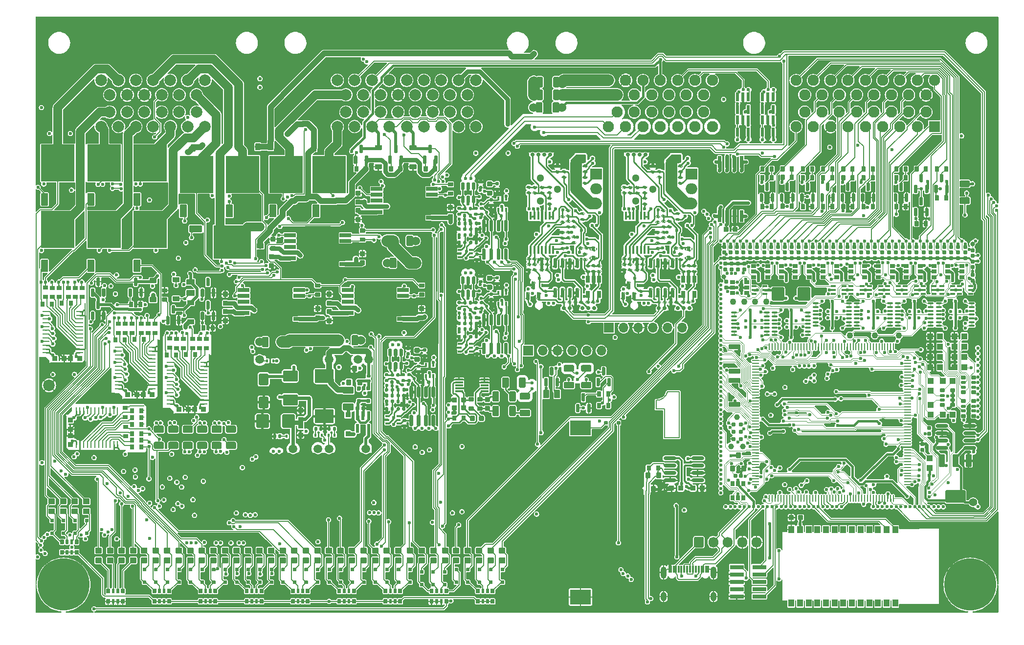
<source format=gtl>
G75*
G70*
%OFA0B0*%
%FSLAX25Y25*%
%IPPOS*%
%LPD*%
%AMOC8*
5,1,8,0,0,1.08239X$1,22.5*
%
%AMM102*
21,1,0.033470,0.026770,-0.000000,0.000000,90.000000*
21,1,0.026770,0.033470,-0.000000,0.000000,90.000000*
1,1,0.006690,0.013390,0.013390*
1,1,0.006690,0.013390,-0.013390*
1,1,0.006690,-0.013390,-0.013390*
1,1,0.006690,-0.013390,0.013390*
%
%AMM138*
21,1,0.033470,0.026770,-0.000000,-0.000000,180.000000*
21,1,0.026770,0.033470,-0.000000,-0.000000,180.000000*
1,1,0.006690,-0.013390,0.013390*
1,1,0.006690,0.013390,0.013390*
1,1,0.006690,0.013390,-0.013390*
1,1,0.006690,-0.013390,-0.013390*
%
%AMM166*
21,1,0.086610,0.073230,0.000000,-0.000000,180.000000*
21,1,0.069290,0.090550,0.000000,-0.000000,180.000000*
1,1,0.017320,-0.034650,0.036610*
1,1,0.017320,0.034650,0.036610*
1,1,0.017320,0.034650,-0.036610*
1,1,0.017320,-0.034650,-0.036610*
%
%AMM167*
21,1,0.094490,0.111020,0.000000,-0.000000,270.000000*
21,1,0.075590,0.129920,0.000000,-0.000000,270.000000*
1,1,0.018900,-0.055510,-0.037800*
1,1,0.018900,-0.055510,0.037800*
1,1,0.018900,0.055510,0.037800*
1,1,0.018900,0.055510,-0.037800*
%
%AMM168*
21,1,0.074800,0.083460,0.000000,-0.000000,270.000000*
21,1,0.059840,0.098430,0.000000,-0.000000,270.000000*
1,1,0.014960,-0.041730,-0.029920*
1,1,0.014960,-0.041730,0.029920*
1,1,0.014960,0.041730,0.029920*
1,1,0.014960,0.041730,-0.029920*
%
%AMM169*
21,1,0.078740,0.053540,0.000000,-0.000000,90.000000*
21,1,0.065350,0.066930,0.000000,-0.000000,90.000000*
1,1,0.013390,0.026770,0.032680*
1,1,0.013390,0.026770,-0.032680*
1,1,0.013390,-0.026770,-0.032680*
1,1,0.013390,-0.026770,0.032680*
%
%AMM170*
21,1,0.035430,0.030320,0.000000,-0.000000,0.000000*
21,1,0.028350,0.037400,0.000000,-0.000000,0.000000*
1,1,0.007090,0.014170,-0.015160*
1,1,0.007090,-0.014170,-0.015160*
1,1,0.007090,-0.014170,0.015160*
1,1,0.007090,0.014170,0.015160*
%
%AMM171*
21,1,0.021650,0.052760,0.000000,-0.000000,180.000000*
21,1,0.017320,0.057090,0.000000,-0.000000,180.000000*
1,1,0.004330,-0.008660,0.026380*
1,1,0.004330,0.008660,0.026380*
1,1,0.004330,0.008660,-0.026380*
1,1,0.004330,-0.008660,-0.026380*
%
%AMM172*
21,1,0.035830,0.026770,0.000000,-0.000000,270.000000*
21,1,0.029130,0.033470,0.000000,-0.000000,270.000000*
1,1,0.006690,-0.013390,-0.014570*
1,1,0.006690,-0.013390,0.014570*
1,1,0.006690,0.013390,0.014570*
1,1,0.006690,0.013390,-0.014570*
%
%AMM173*
21,1,0.070870,0.036220,0.000000,-0.000000,0.000000*
21,1,0.061810,0.045280,0.000000,-0.000000,0.000000*
1,1,0.009060,0.030910,-0.018110*
1,1,0.009060,-0.030910,-0.018110*
1,1,0.009060,-0.030910,0.018110*
1,1,0.009060,0.030910,0.018110*
%
%AMM174*
21,1,0.033470,0.026770,0.000000,-0.000000,270.000000*
21,1,0.026770,0.033470,0.000000,-0.000000,270.000000*
1,1,0.006690,-0.013390,-0.013390*
1,1,0.006690,-0.013390,0.013390*
1,1,0.006690,0.013390,0.013390*
1,1,0.006690,0.013390,-0.013390*
%
%AMM175*
21,1,0.015750,0.016540,0.000000,-0.000000,180.000000*
21,1,0.012600,0.019680,0.000000,-0.000000,180.000000*
1,1,0.003150,-0.006300,0.008270*
1,1,0.003150,0.006300,0.008270*
1,1,0.003150,0.006300,-0.008270*
1,1,0.003150,-0.006300,-0.008270*
%
%AMM176*
21,1,0.023620,0.018900,0.000000,-0.000000,0.000000*
21,1,0.018900,0.023620,0.000000,-0.000000,0.000000*
1,1,0.004720,0.009450,-0.009450*
1,1,0.004720,-0.009450,-0.009450*
1,1,0.004720,-0.009450,0.009450*
1,1,0.004720,0.009450,0.009450*
%
%AMM177*
21,1,0.019680,0.019680,0.000000,-0.000000,270.000000*
21,1,0.015750,0.023620,0.000000,-0.000000,270.000000*
1,1,0.003940,-0.009840,-0.007870*
1,1,0.003940,-0.009840,0.007870*
1,1,0.003940,0.009840,0.007870*
1,1,0.003940,0.009840,-0.007870*
%
%AMM178*
21,1,0.019680,0.019680,0.000000,-0.000000,180.000000*
21,1,0.015750,0.023620,0.000000,-0.000000,180.000000*
1,1,0.003940,-0.007870,0.009840*
1,1,0.003940,0.007870,0.009840*
1,1,0.003940,0.007870,-0.009840*
1,1,0.003940,-0.007870,-0.009840*
%
%AMM202*
21,1,0.027560,0.030710,-0.000000,0.000000,90.000000*
21,1,0.022050,0.036220,-0.000000,0.000000,90.000000*
1,1,0.005510,0.015350,0.011020*
1,1,0.005510,0.015350,-0.011020*
1,1,0.005510,-0.015350,-0.011020*
1,1,0.005510,-0.015350,0.011020*
%
%AMM203*
21,1,0.027560,0.030710,-0.000000,0.000000,0.000000*
21,1,0.022050,0.036220,-0.000000,0.000000,0.000000*
1,1,0.005510,0.011020,-0.015350*
1,1,0.005510,-0.011020,-0.015350*
1,1,0.005510,-0.011020,0.015350*
1,1,0.005510,0.011020,0.015350*
%
%AMM204*
21,1,0.015750,0.009840,-0.000000,0.000000,135.000000*
1,1,0.009840,0.005570,-0.005570*
1,1,0.009840,-0.005570,0.005570*
%
%AMM207*
21,1,0.027560,0.030710,-0.000000,-0.000000,180.000000*
21,1,0.022050,0.036220,-0.000000,-0.000000,180.000000*
1,1,0.005510,-0.011020,0.015350*
1,1,0.005510,0.011020,0.015350*
1,1,0.005510,0.011020,-0.015350*
1,1,0.005510,-0.011020,-0.015350*
%
%AMM208*
21,1,0.027560,0.030710,-0.000000,-0.000000,90.000000*
21,1,0.022050,0.036220,-0.000000,-0.000000,90.000000*
1,1,0.005510,0.015350,0.011020*
1,1,0.005510,0.015350,-0.011020*
1,1,0.005510,-0.015350,-0.011020*
1,1,0.005510,-0.015350,0.011020*
%
%AMM209*
21,1,0.015750,0.009840,-0.000000,-0.000000,225.000000*
1,1,0.009840,0.005570,0.005570*
1,1,0.009840,-0.005570,-0.005570*
%
%AMM261*
21,1,0.012600,0.028980,-0.000000,-0.000000,90.000000*
21,1,0.010080,0.031500,-0.000000,-0.000000,90.000000*
1,1,0.002520,0.014490,0.005040*
1,1,0.002520,0.014490,-0.005040*
1,1,0.002520,-0.014490,-0.005040*
1,1,0.002520,-0.014490,0.005040*
%
%AMM262*
21,1,0.023620,0.030710,-0.000000,-0.000000,90.000000*
21,1,0.018900,0.035430,-0.000000,-0.000000,90.000000*
1,1,0.004720,0.015350,0.009450*
1,1,0.004720,0.015350,-0.009450*
1,1,0.004720,-0.015350,-0.009450*
1,1,0.004720,-0.015350,0.009450*
%
%AMM263*
21,1,0.027560,0.018900,-0.000000,-0.000000,0.000000*
21,1,0.022840,0.023620,-0.000000,-0.000000,0.000000*
1,1,0.004720,0.011420,-0.009450*
1,1,0.004720,-0.011420,-0.009450*
1,1,0.004720,-0.011420,0.009450*
1,1,0.004720,0.011420,0.009450*
%
%AMM264*
21,1,0.027560,0.018900,-0.000000,-0.000000,270.000000*
21,1,0.022840,0.023620,-0.000000,-0.000000,270.000000*
1,1,0.004720,-0.009450,-0.011420*
1,1,0.004720,-0.009450,0.011420*
1,1,0.004720,0.009450,0.011420*
1,1,0.004720,0.009450,-0.011420*
%
%AMM265*
21,1,0.025590,0.026380,-0.000000,-0.000000,270.000000*
21,1,0.020470,0.031500,-0.000000,-0.000000,270.000000*
1,1,0.005120,-0.013190,-0.010240*
1,1,0.005120,-0.013190,0.010240*
1,1,0.005120,0.013190,0.010240*
1,1,0.005120,0.013190,-0.010240*
%
%AMM266*
21,1,0.017720,0.027950,-0.000000,-0.000000,270.000000*
21,1,0.014170,0.031500,-0.000000,-0.000000,270.000000*
1,1,0.003540,-0.013980,-0.007090*
1,1,0.003540,-0.013980,0.007090*
1,1,0.003540,0.013980,0.007090*
1,1,0.003540,0.013980,-0.007090*
%
%AMM267*
21,1,0.039370,0.035430,-0.000000,-0.000000,180.000000*
21,1,0.031500,0.043310,-0.000000,-0.000000,180.000000*
1,1,0.007870,-0.015750,0.017720*
1,1,0.007870,0.015750,0.017720*
1,1,0.007870,0.015750,-0.017720*
1,1,0.007870,-0.015750,-0.017720*
%
%AMM268*
21,1,0.035430,0.030320,-0.000000,-0.000000,0.000000*
21,1,0.028350,0.037400,-0.000000,-0.000000,0.000000*
1,1,0.007090,0.014170,-0.015160*
1,1,0.007090,-0.014170,-0.015160*
1,1,0.007090,-0.014170,0.015160*
1,1,0.007090,0.014170,0.015160*
%
%AMM269*
21,1,0.043310,0.075980,-0.000000,-0.000000,180.000000*
21,1,0.034650,0.084650,-0.000000,-0.000000,180.000000*
1,1,0.008660,-0.017320,0.037990*
1,1,0.008660,0.017320,0.037990*
1,1,0.008660,0.017320,-0.037990*
1,1,0.008660,-0.017320,-0.037990*
%
%AMM270*
21,1,0.043310,0.075990,-0.000000,-0.000000,180.000000*
21,1,0.034650,0.084650,-0.000000,-0.000000,180.000000*
1,1,0.008660,-0.017320,0.037990*
1,1,0.008660,0.017320,0.037990*
1,1,0.008660,0.017320,-0.037990*
1,1,0.008660,-0.017320,-0.037990*
%
%AMM271*
21,1,0.137800,0.067720,-0.000000,-0.000000,180.000000*
21,1,0.120870,0.084650,-0.000000,-0.000000,180.000000*
1,1,0.016930,-0.060430,0.033860*
1,1,0.016930,0.060430,0.033860*
1,1,0.016930,0.060430,-0.033860*
1,1,0.016930,-0.060430,-0.033860*
%
%AMM272*
21,1,0.039370,0.035430,-0.000000,-0.000000,90.000000*
21,1,0.031500,0.043310,-0.000000,-0.000000,90.000000*
1,1,0.007870,0.017720,0.015750*
1,1,0.007870,0.017720,-0.015750*
1,1,0.007870,-0.017720,-0.015750*
1,1,0.007870,-0.017720,0.015750*
%
%AMM273*
21,1,0.023620,0.030710,-0.000000,-0.000000,0.000000*
21,1,0.018900,0.035430,-0.000000,-0.000000,0.000000*
1,1,0.004720,0.009450,-0.015350*
1,1,0.004720,-0.009450,-0.015350*
1,1,0.004720,-0.009450,0.015350*
1,1,0.004720,0.009450,0.015350*
%
%AMM274*
21,1,0.086610,0.073230,-0.000000,-0.000000,0.000000*
21,1,0.069290,0.090550,-0.000000,-0.000000,0.000000*
1,1,0.017320,0.034650,-0.036610*
1,1,0.017320,-0.034650,-0.036610*
1,1,0.017320,-0.034650,0.036610*
1,1,0.017320,0.034650,0.036610*
%
%AMM275*
21,1,0.031500,0.072440,-0.000000,-0.000000,270.000000*
21,1,0.025200,0.078740,-0.000000,-0.000000,270.000000*
1,1,0.006300,-0.036220,-0.012600*
1,1,0.006300,-0.036220,0.012600*
1,1,0.006300,0.036220,0.012600*
1,1,0.006300,0.036220,-0.012600*
%
%AMM37*
21,1,0.035430,0.030320,0.000000,0.000000,180.000000*
21,1,0.028350,0.037400,0.000000,0.000000,180.000000*
1,1,0.007090,-0.014170,0.015160*
1,1,0.007090,0.014170,0.015160*
1,1,0.007090,0.014170,-0.015160*
1,1,0.007090,-0.014170,-0.015160*
%
%AMM38*
21,1,0.027560,0.030710,0.000000,0.000000,180.000000*
21,1,0.022050,0.036220,0.000000,0.000000,180.000000*
1,1,0.005510,-0.011020,0.015350*
1,1,0.005510,0.011020,0.015350*
1,1,0.005510,0.011020,-0.015350*
1,1,0.005510,-0.011020,-0.015350*
%
%AMM9*
21,1,0.033470,0.026770,0.000000,0.000000,0.000000*
21,1,0.026770,0.033470,0.000000,0.000000,0.000000*
1,1,0.006690,0.013390,-0.013390*
1,1,0.006690,-0.013390,-0.013390*
1,1,0.006690,-0.013390,0.013390*
1,1,0.006690,0.013390,0.013390*
%
%ADD10C,0.00787*%
%ADD108C,0.01968*%
%ADD11R,0.06693X0.06693*%
%ADD117M9*%
%ADD12O,0.06693X0.06693*%
%ADD13R,0.07874X0.02559*%
%ADD14R,0.17717X0.31890*%
%ADD15C,0.06000*%
%ADD16C,0.02362*%
%ADD162C,0.01850*%
%ADD165C,0.05118*%
%ADD17R,0.24350X0.00984*%
%ADD174C,0.03100*%
%ADD177C,0.03900*%
%ADD18R,0.04390X0.00984*%
%ADD183R,0.05512X0.01181*%
%ADD184R,0.02559X0.01575*%
%ADD185R,0.01575X0.02559*%
%ADD186M37*%
%ADD187O,0.08661X0.02362*%
%ADD188M38*%
%ADD189O,0.01968X0.00984*%
%ADD19R,0.00984X0.56201*%
%ADD190O,0.00984X0.01968*%
%ADD196O,0.04961X0.00984*%
%ADD20R,0.00984X0.59449*%
%ADD200O,0.00984X0.40158*%
%ADD206O,0.05118X0.00866*%
%ADD207O,0.00866X0.05118*%
%ADD21R,0.20374X0.00984*%
%ADD214O,0.04331X0.01181*%
%ADD22R,0.01181X0.04528*%
%ADD222C,0.00492*%
%ADD223C,0.05512*%
%ADD224C,0.04331*%
%ADD23O,0.03937X0.08268*%
%ADD24O,0.03937X0.06299*%
%ADD25R,0.22835X0.25197*%
%ADD26C,0.35433*%
%ADD27O,0.00984X0.40157*%
%ADD28O,0.22835X0.00984*%
%ADD29O,0.00787X0.01575*%
%ADD291M102*%
%ADD296O,0.40158X0.00787*%
%ADD30R,0.25197X0.22835*%
%ADD31C,0.05906*%
%ADD32O,0.12992X0.00787*%
%ADD33O,0.40157X0.00787*%
%ADD330M138*%
%ADD34O,0.01181X0.00787*%
%ADD35O,0.00787X0.66929*%
%ADD358M166*%
%ADD359M167*%
%ADD36O,0.00787X0.60630*%
%ADD360M168*%
%ADD361M169*%
%ADD362M170*%
%ADD363M171*%
%ADD364M172*%
%ADD365M173*%
%ADD366M174*%
%ADD367M175*%
%ADD368M176*%
%ADD369M177*%
%ADD37O,0.18898X0.00787*%
%ADD370M178*%
%ADD38O,0.10236X0.00787*%
%ADD39O,0.03937X0.00787*%
%ADD395R,0.07874X0.07500*%
%ADD396O,0.07874X0.07500*%
%ADD397R,0.01772X0.05709*%
%ADD398R,0.02559X0.04803*%
%ADD40O,0.05906X0.00787*%
%ADD400O,0.00984X0.04961*%
%ADD401M202*%
%ADD402M203*%
%ADD403M204*%
%ADD404O,0.40158X0.00984*%
%ADD409M207*%
%ADD41O,0.04823X0.00787*%
%ADD410M208*%
%ADD411M209*%
%ADD42O,0.00787X0.36614*%
%ADD43R,0.00787X0.41732*%
%ADD44R,0.00787X0.08268*%
%ADD45R,0.00787X0.55217*%
%ADD46R,0.00787X0.09055*%
%ADD47R,0.05512X0.00787*%
%ADD48R,0.19685X0.00787*%
%ADD484M261*%
%ADD485M262*%
%ADD486M263*%
%ADD487M264*%
%ADD488M265*%
%ADD489M266*%
%ADD49R,0.17717X0.00787*%
%ADD490M267*%
%ADD491M268*%
%ADD492M269*%
%ADD493M270*%
%ADD494M271*%
%ADD495M272*%
%ADD496M273*%
%ADD497M274*%
%ADD498M275*%
%ADD50R,0.02657X0.00787*%
%ADD51R,0.00787X0.08661*%
%ADD52R,0.00787X0.07972*%
%ADD53R,0.00787X0.07874*%
%ADD54C,0.07874*%
%ADD55R,0.14173X0.10236*%
%ADD56R,0.00984X0.24350*%
%ADD57R,0.00984X0.04390*%
%ADD58R,0.56201X0.00984*%
%ADD59R,0.59449X0.00984*%
%ADD60R,0.00984X0.20374*%
%ADD61O,0.40157X0.00984*%
%ADD62O,0.00984X0.22835*%
%ADD63O,0.01575X0.00787*%
%ADD64R,0.03937X0.05118*%
%ADD65R,0.09449X0.02913*%
%ADD66O,0.00787X0.22323*%
%ADD67O,0.43701X0.00787*%
%ADD68O,0.38583X0.01575*%
%ADD69O,0.01969X0.00984*%
%ADD70O,0.00787X0.26772*%
%ADD71O,0.00984X0.01969*%
%ADD72R,0.07677X0.07677*%
%ADD73C,0.07677*%
%ADD74O,0.06693X0.07283*%
%ADD75C,0.02756*%
%ADD76R,0.24803X0.00984*%
%ADD77R,0.03858X0.00984*%
%ADD78R,0.04331X0.00984*%
%ADD79R,0.00984X1.08661*%
%ADD80R,0.03740X0.00984*%
%ADD81R,0.34449X0.00984*%
%ADD82C,0.10236*%
%ADD83C,0.00591*%
%ADD84C,0.02000*%
%ADD85C,0.03937*%
%ADD86C,0.03150*%
%ADD87C,0.01575*%
%ADD88C,0.00800*%
%ADD96C,0.00984*%
%ADD97C,0.01181*%
%ADD98C,0.01969*%
X0000000Y0000000D02*
%LPD*%
G01*
D10*
X0423543Y0139291D02*
X0423543Y0145197D01*
X0423543Y0139291D02*
X0429449Y0139291D01*
X0429449Y0139291D02*
X0429449Y0119606D01*
X0429449Y0119606D02*
X0439291Y0119606D01*
X0439291Y0151102D02*
X0431417Y0151102D01*
X0439291Y0119606D02*
X0439291Y0151102D01*
X0423543Y0145197D02*
G75*
G03*
X0431417Y0151102I0000309J0007791D01*
G01*
G36*
G01*
X0262205Y0044803D02*
X0265748Y0044803D01*
G75*
G02*
X0266142Y0044409I0000000J-000394D01*
G01*
X0266142Y0041260D01*
G75*
G02*
X0265748Y0040866I-000394J0000000D01*
G01*
X0262205Y0040866D01*
G75*
G02*
X0261811Y0041260I0000000J0000394D01*
G01*
X0261811Y0044409D01*
G75*
G02*
X0262205Y0044803I0000394J0000000D01*
G01*
G37*
G36*
G01*
X0262205Y0038110D02*
X0265748Y0038110D01*
G75*
G02*
X0266142Y0037717I0000000J-000394D01*
G01*
X0266142Y0034567D01*
G75*
G02*
X0265748Y0034173I-000394J0000000D01*
G01*
X0262205Y0034173D01*
G75*
G02*
X0261811Y0034567I0000000J0000394D01*
G01*
X0261811Y0037717D01*
G75*
G02*
X0262205Y0038110I0000394J0000000D01*
G01*
G37*
G36*
G01*
X0514114Y0063937D02*
X0514114Y0066614D01*
G75*
G02*
X0514449Y0066949I0000335J0000000D01*
G01*
X0517126Y0066949D01*
G75*
G02*
X0517461Y0066614I0000000J-000335D01*
G01*
X0517461Y0063937D01*
G75*
G02*
X0517126Y0063602I-000335J0000000D01*
G01*
X0514449Y0063602D01*
G75*
G02*
X0514114Y0063937I0000000J0000335D01*
G01*
G37*
G36*
G01*
X0520335Y0063937D02*
X0520335Y0066614D01*
G75*
G02*
X0520669Y0066949I0000335J0000000D01*
G01*
X0523346Y0066949D01*
G75*
G02*
X0523681Y0066614I0000000J-000335D01*
G01*
X0523681Y0063937D01*
G75*
G02*
X0523346Y0063602I-000335J0000000D01*
G01*
X0520669Y0063602D01*
G75*
G02*
X0520335Y0063937I0000000J0000335D01*
G01*
G37*
G36*
G01*
X0202126Y0197894D02*
X0199449Y0197894D01*
G75*
G02*
X0199114Y0198228I0000000J0000335D01*
G01*
X0199114Y0200906D01*
G75*
G02*
X0199449Y0201240I0000335J0000000D01*
G01*
X0202126Y0201240D01*
G75*
G02*
X0202461Y0200906I0000000J-000335D01*
G01*
X0202461Y0198228D01*
G75*
G02*
X0202126Y0197894I-000335J0000000D01*
G01*
G37*
G36*
G01*
X0202126Y0204114D02*
X0199449Y0204114D01*
G75*
G02*
X0199114Y0204449I0000000J0000335D01*
G01*
X0199114Y0207126D01*
G75*
G02*
X0199449Y0207461I0000335J0000000D01*
G01*
X0202126Y0207461D01*
G75*
G02*
X0202461Y0207126I0000000J-000335D01*
G01*
X0202461Y0204449D01*
G75*
G02*
X0202126Y0204114I-000335J0000000D01*
G01*
G37*
G36*
G01*
X0210236Y0034173D02*
X0206693Y0034173D01*
G75*
G02*
X0206299Y0034567I0000000J0000394D01*
G01*
X0206299Y0037717D01*
G75*
G02*
X0206693Y0038110I0000394J0000000D01*
G01*
X0210236Y0038110D01*
G75*
G02*
X0210630Y0037717I0000000J-000394D01*
G01*
X0210630Y0034567D01*
G75*
G02*
X0210236Y0034173I-000394J0000000D01*
G01*
G37*
G36*
G01*
X0210236Y0040866D02*
X0206693Y0040866D01*
G75*
G02*
X0206299Y0041260I0000000J0000394D01*
G01*
X0206299Y0044409D01*
G75*
G02*
X0206693Y0044803I0000394J0000000D01*
G01*
X0210236Y0044803D01*
G75*
G02*
X0210630Y0044409I0000000J-000394D01*
G01*
X0210630Y0041260D01*
G75*
G02*
X0210236Y0040866I-000394J0000000D01*
G01*
G37*
G36*
G01*
X0536024Y0301289D02*
X0536024Y0304360D01*
G75*
G02*
X0536299Y0304636I0000276J0000000D01*
G01*
X0538504Y0304636D01*
G75*
G02*
X0538780Y0304360I0000000J-000276D01*
G01*
X0538780Y0301289D01*
G75*
G02*
X0538504Y0301014I-000276J0000000D01*
G01*
X0536299Y0301014D01*
G75*
G02*
X0536024Y0301289I0000000J0000276D01*
G01*
G37*
G36*
G01*
X0542323Y0301289D02*
X0542323Y0304360D01*
G75*
G02*
X0542598Y0304636I0000276J0000000D01*
G01*
X0544803Y0304636D01*
G75*
G02*
X0545079Y0304360I0000000J-000276D01*
G01*
X0545079Y0301289D01*
G75*
G02*
X0544803Y0301014I-000276J0000000D01*
G01*
X0542598Y0301014D01*
G75*
G02*
X0542323Y0301289I0000000J0000276D01*
G01*
G37*
G36*
G01*
X0170866Y0034173D02*
X0167323Y0034173D01*
G75*
G02*
X0166929Y0034567I0000000J0000394D01*
G01*
X0166929Y0037717D01*
G75*
G02*
X0167323Y0038110I0000394J0000000D01*
G01*
X0170866Y0038110D01*
G75*
G02*
X0171260Y0037717I0000000J-000394D01*
G01*
X0171260Y0034567D01*
G75*
G02*
X0170866Y0034173I-000394J0000000D01*
G01*
G37*
G36*
G01*
X0170866Y0040866D02*
X0167323Y0040866D01*
G75*
G02*
X0166929Y0041260I0000000J0000394D01*
G01*
X0166929Y0044409D01*
G75*
G02*
X0167323Y0044803I0000394J0000000D01*
G01*
X0170866Y0044803D01*
G75*
G02*
X0171260Y0044409I0000000J-000394D01*
G01*
X0171260Y0041260D01*
G75*
G02*
X0170866Y0040866I-000394J0000000D01*
G01*
G37*
G36*
G01*
X0257480Y0034173D02*
X0253937Y0034173D01*
G75*
G02*
X0253543Y0034567I0000000J0000394D01*
G01*
X0253543Y0037717D01*
G75*
G02*
X0253937Y0038110I0000394J0000000D01*
G01*
X0257480Y0038110D01*
G75*
G02*
X0257874Y0037717I0000000J-000394D01*
G01*
X0257874Y0034567D01*
G75*
G02*
X0257480Y0034173I-000394J0000000D01*
G01*
G37*
G36*
G01*
X0257480Y0040866D02*
X0253937Y0040866D01*
G75*
G02*
X0253543Y0041260I0000000J0000394D01*
G01*
X0253543Y0044409D01*
G75*
G02*
X0253937Y0044803I0000394J0000000D01*
G01*
X0257480Y0044803D01*
G75*
G02*
X0257874Y0044409I0000000J-000394D01*
G01*
X0257874Y0041260D01*
G75*
G02*
X0257480Y0040866I-000394J0000000D01*
G01*
G37*
D11*
X0391496Y0194803D03*
D12*
X0401496Y0194803D03*
X0411496Y0194803D03*
X0421496Y0194803D03*
X0431496Y0194803D03*
X0441496Y0194803D03*
G36*
G01*
X0241732Y0034173D02*
X0238189Y0034173D01*
G75*
G02*
X0237795Y0034567I0000000J0000394D01*
G01*
X0237795Y0037717D01*
G75*
G02*
X0238189Y0038110I0000394J0000000D01*
G01*
X0241732Y0038110D01*
G75*
G02*
X0242126Y0037717I0000000J-000394D01*
G01*
X0242126Y0034567D01*
G75*
G02*
X0241732Y0034173I-000394J0000000D01*
G01*
G37*
G36*
G01*
X0241732Y0040866D02*
X0238189Y0040866D01*
G75*
G02*
X0237795Y0041260I0000000J0000394D01*
G01*
X0237795Y0044409D01*
G75*
G02*
X0238189Y0044803I0000394J0000000D01*
G01*
X0241732Y0044803D01*
G75*
G02*
X0242126Y0044409I0000000J-000394D01*
G01*
X0242126Y0041260D01*
G75*
G02*
X0241732Y0040866I-000394J0000000D01*
G01*
G37*
G36*
G01*
X0508465Y0275945D02*
X0508465Y0279016D01*
G75*
G02*
X0508740Y0279291I0000276J0000000D01*
G01*
X0510945Y0279291D01*
G75*
G02*
X0511220Y0279016I0000000J-000276D01*
G01*
X0511220Y0275945D01*
G75*
G02*
X0510945Y0275669I-000276J0000000D01*
G01*
X0508740Y0275669D01*
G75*
G02*
X0508465Y0275945I0000000J0000276D01*
G01*
G37*
G36*
G01*
X0514764Y0275945D02*
X0514764Y0279016D01*
G75*
G02*
X0515039Y0279291I0000276J0000000D01*
G01*
X0517244Y0279291D01*
G75*
G02*
X0517520Y0279016I0000000J-000276D01*
G01*
X0517520Y0275945D01*
G75*
G02*
X0517244Y0275669I-000276J0000000D01*
G01*
X0515039Y0275669D01*
G75*
G02*
X0514764Y0275945I0000000J0000276D01*
G01*
G37*
G36*
G01*
X0131260Y0197894D02*
X0128583Y0197894D01*
G75*
G02*
X0128248Y0198228I0000000J0000335D01*
G01*
X0128248Y0200906D01*
G75*
G02*
X0128583Y0201240I0000335J0000000D01*
G01*
X0131260Y0201240D01*
G75*
G02*
X0131594Y0200906I0000000J-000335D01*
G01*
X0131594Y0198228D01*
G75*
G02*
X0131260Y0197894I-000335J0000000D01*
G01*
G37*
G36*
G01*
X0131260Y0204114D02*
X0128583Y0204114D01*
G75*
G02*
X0128248Y0204449I0000000J0000335D01*
G01*
X0128248Y0207126D01*
G75*
G02*
X0128583Y0207461I0000335J0000000D01*
G01*
X0131260Y0207461D01*
G75*
G02*
X0131594Y0207126I0000000J-000335D01*
G01*
X0131594Y0204449D01*
G75*
G02*
X0131260Y0204114I-000335J0000000D01*
G01*
G37*
G36*
G01*
X0586024Y0275699D02*
X0586024Y0278770D01*
G75*
G02*
X0586299Y0279045I0000276J0000000D01*
G01*
X0588504Y0279045D01*
G75*
G02*
X0588780Y0278770I0000000J-000276D01*
G01*
X0588780Y0275699D01*
G75*
G02*
X0588504Y0275423I-000276J0000000D01*
G01*
X0586299Y0275423D01*
G75*
G02*
X0586024Y0275699I0000000J0000276D01*
G01*
G37*
G36*
G01*
X0592323Y0275699D02*
X0592323Y0278770D01*
G75*
G02*
X0592598Y0279045I0000276J0000000D01*
G01*
X0594803Y0279045D01*
G75*
G02*
X0595079Y0278770I0000000J-000276D01*
G01*
X0595079Y0275699D01*
G75*
G02*
X0594803Y0275423I-000276J0000000D01*
G01*
X0592598Y0275423D01*
G75*
G02*
X0592323Y0275699I0000000J0000276D01*
G01*
G37*
G36*
G01*
X0128740Y0020236D02*
X0128740Y0022126D01*
G75*
G02*
X0128976Y0022362I0000236J0000000D01*
G01*
X0130866Y0022362D01*
G75*
G02*
X0131102Y0022126I0000000J-000236D01*
G01*
X0131102Y0020236D01*
G75*
G02*
X0130866Y0020000I-000236J0000000D01*
G01*
X0128976Y0020000D01*
G75*
G02*
X0128740Y0020236I0000000J0000236D01*
G01*
G37*
G36*
G01*
X0128740Y0028898D02*
X0128740Y0030787D01*
G75*
G02*
X0128976Y0031024I0000236J0000000D01*
G01*
X0130866Y0031024D01*
G75*
G02*
X0131102Y0030787I0000000J-000236D01*
G01*
X0131102Y0028898D01*
G75*
G02*
X0130866Y0028661I-000236J0000000D01*
G01*
X0128976Y0028661D01*
G75*
G02*
X0128740Y0028898I0000000J0000236D01*
G01*
G37*
G36*
G01*
X0277953Y0044803D02*
X0281496Y0044803D01*
G75*
G02*
X0281890Y0044409I0000000J-000394D01*
G01*
X0281890Y0041260D01*
G75*
G02*
X0281496Y0040866I-000394J0000000D01*
G01*
X0277953Y0040866D01*
G75*
G02*
X0277559Y0041260I0000000J0000394D01*
G01*
X0277559Y0044409D01*
G75*
G02*
X0277953Y0044803I0000394J0000000D01*
G01*
G37*
G36*
G01*
X0277953Y0038110D02*
X0281496Y0038110D01*
G75*
G02*
X0281890Y0037717I0000000J-000394D01*
G01*
X0281890Y0034567D01*
G75*
G02*
X0281496Y0034173I-000394J0000000D01*
G01*
X0277953Y0034173D01*
G75*
G02*
X0277559Y0034567I0000000J0000394D01*
G01*
X0277559Y0037717D01*
G75*
G02*
X0277953Y0038110I0000394J0000000D01*
G01*
G37*
G36*
G01*
X0040157Y0200020D02*
X0038976Y0200020D01*
G75*
G02*
X0038386Y0200610I0000000J0000591D01*
G01*
X0038386Y0205236D01*
G75*
G02*
X0038976Y0205827I0000591J0000000D01*
G01*
X0040157Y0205827D01*
G75*
G02*
X0040748Y0205236I0000000J-000591D01*
G01*
X0040748Y0200610D01*
G75*
G02*
X0040157Y0200020I-000591J0000000D01*
G01*
G37*
G36*
G01*
X0043898Y0207402D02*
X0042717Y0207402D01*
G75*
G02*
X0042126Y0207992I0000000J0000591D01*
G01*
X0042126Y0212618D01*
G75*
G02*
X0042717Y0213209I0000591J0000000D01*
G01*
X0043898Y0213209D01*
G75*
G02*
X0044488Y0212618I0000000J-000591D01*
G01*
X0044488Y0207992D01*
G75*
G02*
X0043898Y0207402I-000591J0000000D01*
G01*
G37*
G36*
G01*
X0047638Y0200020D02*
X0046457Y0200020D01*
G75*
G02*
X0045866Y0200610I0000000J0000591D01*
G01*
X0045866Y0205236D01*
G75*
G02*
X0046457Y0205827I0000591J0000000D01*
G01*
X0047638Y0205827D01*
G75*
G02*
X0048228Y0205236I0000000J-000591D01*
G01*
X0048228Y0200610D01*
G75*
G02*
X0047638Y0200020I-000591J0000000D01*
G01*
G37*
G36*
G01*
X0155118Y0034173D02*
X0151575Y0034173D01*
G75*
G02*
X0151181Y0034567I0000000J0000394D01*
G01*
X0151181Y0037717D01*
G75*
G02*
X0151575Y0038110I0000394J0000000D01*
G01*
X0155118Y0038110D01*
G75*
G02*
X0155512Y0037717I0000000J-000394D01*
G01*
X0155512Y0034567D01*
G75*
G02*
X0155118Y0034173I-000394J0000000D01*
G01*
G37*
G36*
G01*
X0155118Y0040866D02*
X0151575Y0040866D01*
G75*
G02*
X0151181Y0041260I0000000J0000394D01*
G01*
X0151181Y0044409D01*
G75*
G02*
X0151575Y0044803I0000394J0000000D01*
G01*
X0155118Y0044803D01*
G75*
G02*
X0155512Y0044409I0000000J-000394D01*
G01*
X0155512Y0041260D01*
G75*
G02*
X0155118Y0040866I-000394J0000000D01*
G01*
G37*
G36*
G01*
X0265157Y0301535D02*
X0265157Y0304606D01*
G75*
G02*
X0265433Y0304882I0000276J0000000D01*
G01*
X0267638Y0304882D01*
G75*
G02*
X0267913Y0304606I0000000J-000276D01*
G01*
X0267913Y0301535D01*
G75*
G02*
X0267638Y0301260I-000276J0000000D01*
G01*
X0265433Y0301260D01*
G75*
G02*
X0265157Y0301535I0000000J0000276D01*
G01*
G37*
G36*
G01*
X0271457Y0301535D02*
X0271457Y0304606D01*
G75*
G02*
X0271732Y0304882I0000276J0000000D01*
G01*
X0273937Y0304882D01*
G75*
G02*
X0274213Y0304606I0000000J-000276D01*
G01*
X0274213Y0301535D01*
G75*
G02*
X0273937Y0301260I-000276J0000000D01*
G01*
X0271732Y0301260D01*
G75*
G02*
X0271457Y0301535I0000000J0000276D01*
G01*
G37*
G36*
G01*
X0100000Y0034173D02*
X0096457Y0034173D01*
G75*
G02*
X0096063Y0034567I0000000J0000394D01*
G01*
X0096063Y0037717D01*
G75*
G02*
X0096457Y0038110I0000394J0000000D01*
G01*
X0100000Y0038110D01*
G75*
G02*
X0100394Y0037717I0000000J-000394D01*
G01*
X0100394Y0034567D01*
G75*
G02*
X0100000Y0034173I-000394J0000000D01*
G01*
G37*
G36*
G01*
X0100000Y0040866D02*
X0096457Y0040866D01*
G75*
G02*
X0096063Y0041260I0000000J0000394D01*
G01*
X0096063Y0044409D01*
G75*
G02*
X0096457Y0044803I0000394J0000000D01*
G01*
X0100000Y0044803D01*
G75*
G02*
X0100394Y0044409I0000000J-000394D01*
G01*
X0100394Y0041260D01*
G75*
G02*
X0100000Y0040866I-000394J0000000D01*
G01*
G37*
G36*
G01*
X0563583Y0275699D02*
X0563583Y0278770D01*
G75*
G02*
X0563858Y0279045I0000276J0000000D01*
G01*
X0566063Y0279045D01*
G75*
G02*
X0566339Y0278770I0000000J-000276D01*
G01*
X0566339Y0275699D01*
G75*
G02*
X0566063Y0275423I-000276J0000000D01*
G01*
X0563858Y0275423D01*
G75*
G02*
X0563583Y0275699I0000000J0000276D01*
G01*
G37*
G36*
G01*
X0569882Y0275699D02*
X0569882Y0278770D01*
G75*
G02*
X0570157Y0279045I0000276J0000000D01*
G01*
X0572362Y0279045D01*
G75*
G02*
X0572638Y0278770I0000000J-000276D01*
G01*
X0572638Y0275699D01*
G75*
G02*
X0572362Y0275423I-000276J0000000D01*
G01*
X0570157Y0275423D01*
G75*
G02*
X0569882Y0275699I0000000J0000276D01*
G01*
G37*
G36*
G01*
X0021260Y0067638D02*
X0017717Y0067638D01*
G75*
G02*
X0017323Y0068032I0000000J0000394D01*
G01*
X0017323Y0071181D01*
G75*
G02*
X0017717Y0071575I0000394J0000000D01*
G01*
X0021260Y0071575D01*
G75*
G02*
X0021654Y0071181I0000000J-000394D01*
G01*
X0021654Y0068032D01*
G75*
G02*
X0021260Y0067638I-000394J0000000D01*
G01*
G37*
G36*
G01*
X0021260Y0074331D02*
X0017717Y0074331D01*
G75*
G02*
X0017323Y0074724I0000000J0000394D01*
G01*
X0017323Y0077874D01*
G75*
G02*
X0017717Y0078268I0000394J0000000D01*
G01*
X0021260Y0078268D01*
G75*
G02*
X0021654Y0077874I0000000J-000394D01*
G01*
X0021654Y0074724D01*
G75*
G02*
X0021260Y0074331I-000394J0000000D01*
G01*
G37*
D13*
X0142520Y0220394D03*
X0142520Y0216457D03*
X0142520Y0212520D03*
X0142520Y0208583D03*
X0142520Y0204646D03*
X0142520Y0200709D03*
X0180315Y0200709D03*
X0180315Y0204646D03*
X0180315Y0208583D03*
X0180315Y0212520D03*
X0180315Y0216457D03*
X0180315Y0220394D03*
D14*
X0161417Y0210551D03*
G36*
G01*
X0563583Y0301289D02*
X0563583Y0304360D01*
G75*
G02*
X0563858Y0304636I0000276J0000000D01*
G01*
X0566063Y0304636D01*
G75*
G02*
X0566339Y0304360I0000000J-000276D01*
G01*
X0566339Y0301289D01*
G75*
G02*
X0566063Y0301014I-000276J0000000D01*
G01*
X0563858Y0301014D01*
G75*
G02*
X0563583Y0301289I0000000J0000276D01*
G01*
G37*
G36*
G01*
X0569882Y0301289D02*
X0569882Y0304360D01*
G75*
G02*
X0570157Y0304636I0000276J0000000D01*
G01*
X0572362Y0304636D01*
G75*
G02*
X0572638Y0304360I0000000J-000276D01*
G01*
X0572638Y0301289D01*
G75*
G02*
X0572362Y0301014I-000276J0000000D01*
G01*
X0570157Y0301014D01*
G75*
G02*
X0569882Y0301289I0000000J0000276D01*
G01*
G37*
G36*
G01*
X0013386Y0067638D02*
X0009843Y0067638D01*
G75*
G02*
X0009449Y0068032I0000000J0000394D01*
G01*
X0009449Y0071181D01*
G75*
G02*
X0009843Y0071575I0000394J0000000D01*
G01*
X0013386Y0071575D01*
G75*
G02*
X0013780Y0071181I0000000J-000394D01*
G01*
X0013780Y0068032D01*
G75*
G02*
X0013386Y0067638I-000394J0000000D01*
G01*
G37*
G36*
G01*
X0013386Y0074331D02*
X0009843Y0074331D01*
G75*
G02*
X0009449Y0074724I0000000J0000394D01*
G01*
X0009449Y0077874D01*
G75*
G02*
X0009843Y0078268I0000394J0000000D01*
G01*
X0013386Y0078268D01*
G75*
G02*
X0013780Y0077874I0000000J-000394D01*
G01*
X0013780Y0074724D01*
G75*
G02*
X0013386Y0074331I-000394J0000000D01*
G01*
G37*
G36*
G01*
X0026378Y0053701D02*
X0026378Y0055591D01*
G75*
G02*
X0026614Y0055827I0000236J0000000D01*
G01*
X0028504Y0055827D01*
G75*
G02*
X0028740Y0055591I0000000J-000236D01*
G01*
X0028740Y0053701D01*
G75*
G02*
X0028504Y0053465I-000236J0000000D01*
G01*
X0026614Y0053465D01*
G75*
G02*
X0026378Y0053701I0000000J0000236D01*
G01*
G37*
G36*
G01*
X0026378Y0062362D02*
X0026378Y0064252D01*
G75*
G02*
X0026614Y0064488I0000236J0000000D01*
G01*
X0028504Y0064488D01*
G75*
G02*
X0028740Y0064252I0000000J-000236D01*
G01*
X0028740Y0062362D01*
G75*
G02*
X0028504Y0062126I-000236J0000000D01*
G01*
X0026614Y0062126D01*
G75*
G02*
X0026378Y0062362I0000000J0000236D01*
G01*
G37*
G36*
G01*
X0536024Y0275699D02*
X0536024Y0278770D01*
G75*
G02*
X0536299Y0279045I0000276J0000000D01*
G01*
X0538504Y0279045D01*
G75*
G02*
X0538780Y0278770I0000000J-000276D01*
G01*
X0538780Y0275699D01*
G75*
G02*
X0538504Y0275423I-000276J0000000D01*
G01*
X0536299Y0275423D01*
G75*
G02*
X0536024Y0275699I0000000J0000276D01*
G01*
G37*
G36*
G01*
X0542323Y0275699D02*
X0542323Y0278770D01*
G75*
G02*
X0542598Y0279045I0000276J0000000D01*
G01*
X0544803Y0279045D01*
G75*
G02*
X0545079Y0278770I0000000J-000276D01*
G01*
X0545079Y0275699D01*
G75*
G02*
X0544803Y0275423I-000276J0000000D01*
G01*
X0542598Y0275423D01*
G75*
G02*
X0542323Y0275699I0000000J0000276D01*
G01*
G37*
G36*
G01*
X0097244Y0020236D02*
X0097244Y0022126D01*
G75*
G02*
X0097480Y0022362I0000236J0000000D01*
G01*
X0099370Y0022362D01*
G75*
G02*
X0099606Y0022126I0000000J-000236D01*
G01*
X0099606Y0020236D01*
G75*
G02*
X0099370Y0020000I-000236J0000000D01*
G01*
X0097480Y0020000D01*
G75*
G02*
X0097244Y0020236I0000000J0000236D01*
G01*
G37*
G36*
G01*
X0097244Y0028898D02*
X0097244Y0030787D01*
G75*
G02*
X0097480Y0031024I0000236J0000000D01*
G01*
X0099370Y0031024D01*
G75*
G02*
X0099606Y0030787I0000000J-000236D01*
G01*
X0099606Y0028898D01*
G75*
G02*
X0099370Y0028661I-000236J0000000D01*
G01*
X0097480Y0028661D01*
G75*
G02*
X0097244Y0028898I0000000J0000236D01*
G01*
G37*
G36*
G01*
X0217913Y0301535D02*
X0217913Y0304606D01*
G75*
G02*
X0218189Y0304882I0000276J0000000D01*
G01*
X0220394Y0304882D01*
G75*
G02*
X0220669Y0304606I0000000J-000276D01*
G01*
X0220669Y0301535D01*
G75*
G02*
X0220394Y0301260I-000276J0000000D01*
G01*
X0218189Y0301260D01*
G75*
G02*
X0217913Y0301535I0000000J0000276D01*
G01*
G37*
G36*
G01*
X0224213Y0301535D02*
X0224213Y0304606D01*
G75*
G02*
X0224488Y0304882I0000276J0000000D01*
G01*
X0226693Y0304882D01*
G75*
G02*
X0226969Y0304606I0000000J-000276D01*
G01*
X0226969Y0301535D01*
G75*
G02*
X0226693Y0301260I-000276J0000000D01*
G01*
X0224488Y0301260D01*
G75*
G02*
X0224213Y0301535I0000000J0000276D01*
G01*
G37*
G36*
G01*
X0101870Y0127972D02*
X0106791Y0127972D01*
G75*
G02*
X0107776Y0126988I0000000J-000984D01*
G01*
X0107776Y0124035D01*
G75*
G02*
X0106791Y0123051I-000984J0000000D01*
G01*
X0101870Y0123051D01*
G75*
G02*
X0100886Y0124035I0000000J0000984D01*
G01*
X0100886Y0126988D01*
G75*
G02*
X0101870Y0127972I0000984J0000000D01*
G01*
G37*
G36*
G01*
X0101870Y0116949D02*
X0106791Y0116949D01*
G75*
G02*
X0107776Y0115965I0000000J-000984D01*
G01*
X0107776Y0113012D01*
G75*
G02*
X0106791Y0112028I-000984J0000000D01*
G01*
X0101870Y0112028D01*
G75*
G02*
X0100886Y0113012I0000000J0000984D01*
G01*
X0100886Y0115965D01*
G75*
G02*
X0101870Y0116949I0000984J0000000D01*
G01*
G37*
G36*
G01*
X0522244Y0301289D02*
X0522244Y0304360D01*
G75*
G02*
X0522520Y0304636I0000276J0000000D01*
G01*
X0524724Y0304636D01*
G75*
G02*
X0525000Y0304360I0000000J-000276D01*
G01*
X0525000Y0301289D01*
G75*
G02*
X0524724Y0301014I-000276J0000000D01*
G01*
X0522520Y0301014D01*
G75*
G02*
X0522244Y0301289I0000000J0000276D01*
G01*
G37*
G36*
G01*
X0528543Y0301289D02*
X0528543Y0304360D01*
G75*
G02*
X0528819Y0304636I0000276J0000000D01*
G01*
X0531024Y0304636D01*
G75*
G02*
X0531299Y0304360I0000000J-000276D01*
G01*
X0531299Y0301289D01*
G75*
G02*
X0531024Y0301014I-000276J0000000D01*
G01*
X0528819Y0301014D01*
G75*
G02*
X0528543Y0301289I0000000J0000276D01*
G01*
G37*
D15*
X0172559Y0184961D03*
G36*
G01*
X0167264Y0188504D02*
X0169980Y0188504D01*
G75*
G02*
X0170886Y0187598I0000000J-000906D01*
G01*
X0170886Y0182323D01*
G75*
G02*
X0169980Y0181417I-000906J0000000D01*
G01*
X0167264Y0181417D01*
G75*
G02*
X0166358Y0182323I0000000J0000906D01*
G01*
X0166358Y0187598D01*
G75*
G02*
X0167264Y0188504I0000906J0000000D01*
G01*
G37*
G36*
G01*
X0155846Y0188504D02*
X0158563Y0188504D01*
G75*
G02*
X0159468Y0187598I0000000J-000906D01*
G01*
X0159468Y0182323D01*
G75*
G02*
X0158563Y0181417I-000906J0000000D01*
G01*
X0155846Y0181417D01*
G75*
G02*
X0154941Y0182323I0000000J0000906D01*
G01*
X0154941Y0187598D01*
G75*
G02*
X0155846Y0188504I0000906J0000000D01*
G01*
G37*
X0153268Y0184961D03*
G36*
G01*
X0199606Y0020236D02*
X0199606Y0022126D01*
G75*
G02*
X0199843Y0022362I0000236J0000000D01*
G01*
X0201732Y0022362D01*
G75*
G02*
X0201969Y0022126I0000000J-000236D01*
G01*
X0201969Y0020236D01*
G75*
G02*
X0201732Y0020000I-000236J0000000D01*
G01*
X0199843Y0020000D01*
G75*
G02*
X0199606Y0020236I0000000J0000236D01*
G01*
G37*
G36*
G01*
X0199606Y0028898D02*
X0199606Y0030787D01*
G75*
G02*
X0199843Y0031024I0000236J0000000D01*
G01*
X0201732Y0031024D01*
G75*
G02*
X0201969Y0030787I0000000J-000236D01*
G01*
X0201969Y0028898D01*
G75*
G02*
X0201732Y0028661I-000236J0000000D01*
G01*
X0199843Y0028661D01*
G75*
G02*
X0199606Y0028898I0000000J0000236D01*
G01*
G37*
G36*
G01*
X0379528Y0156988D02*
X0379528Y0154272D01*
G75*
G02*
X0378622Y0153366I-000906J0000000D01*
G01*
X0373346Y0153366D01*
G75*
G02*
X0372441Y0154272I0000000J0000906D01*
G01*
X0372441Y0156988D01*
G75*
G02*
X0373346Y0157894I0000906J0000000D01*
G01*
X0378622Y0157894D01*
G75*
G02*
X0379528Y0156988I0000000J-000906D01*
G01*
G37*
G36*
G01*
X0379528Y0168406D02*
X0379528Y0165689D01*
G75*
G02*
X0378622Y0164784I-000906J0000000D01*
G01*
X0373346Y0164784D01*
G75*
G02*
X0372441Y0165689I0000000J0000906D01*
G01*
X0372441Y0168406D01*
G75*
G02*
X0373346Y0169311I0000906J0000000D01*
G01*
X0378622Y0169311D01*
G75*
G02*
X0379528Y0168406I0000000J-000906D01*
G01*
G37*
G36*
G01*
X0282126Y0278327D02*
X0284803Y0278327D01*
G75*
G02*
X0285138Y0277992I0000000J-000335D01*
G01*
X0285138Y0275315D01*
G75*
G02*
X0284803Y0274980I-000335J0000000D01*
G01*
X0282126Y0274980D01*
G75*
G02*
X0281791Y0275315I0000000J0000335D01*
G01*
X0281791Y0277992D01*
G75*
G02*
X0282126Y0278327I0000335J0000000D01*
G01*
G37*
G36*
G01*
X0282126Y0272106D02*
X0284803Y0272106D01*
G75*
G02*
X0285138Y0271772I0000000J-000335D01*
G01*
X0285138Y0269094D01*
G75*
G02*
X0284803Y0268760I-000335J0000000D01*
G01*
X0282126Y0268760D01*
G75*
G02*
X0281791Y0269094I0000000J0000335D01*
G01*
X0281791Y0271772D01*
G75*
G02*
X0282126Y0272106I0000335J0000000D01*
G01*
G37*
X0240354Y0253858D03*
G36*
G01*
X0245650Y0250315D02*
X0242933Y0250315D01*
G75*
G02*
X0242028Y0251220I0000000J0000906D01*
G01*
X0242028Y0256496D01*
G75*
G02*
X0242933Y0257402I0000906J0000000D01*
G01*
X0245650Y0257402D01*
G75*
G02*
X0246555Y0256496I0000000J-000906D01*
G01*
X0246555Y0251220D01*
G75*
G02*
X0245650Y0250315I-000906J0000000D01*
G01*
G37*
G36*
G01*
X0257067Y0250315D02*
X0254350Y0250315D01*
G75*
G02*
X0253445Y0251220I0000000J0000906D01*
G01*
X0253445Y0256496D01*
G75*
G02*
X0254350Y0257402I0000906J0000000D01*
G01*
X0257067Y0257402D01*
G75*
G02*
X0257972Y0256496I0000000J-000906D01*
G01*
X0257972Y0251220D01*
G75*
G02*
X0257067Y0250315I-000906J0000000D01*
G01*
G37*
X0259646Y0253858D03*
G36*
G01*
X0300787Y0006870D02*
X0300787Y0009508D01*
G75*
G02*
X0301043Y0009764I0000256J0000000D01*
G01*
X0303091Y0009764D01*
G75*
G02*
X0303346Y0009508I0000000J-000256D01*
G01*
X0303346Y0006870D01*
G75*
G02*
X0303091Y0006614I-000256J0000000D01*
G01*
X0301043Y0006614D01*
G75*
G02*
X0300787Y0006870I0000000J0000256D01*
G01*
G37*
G36*
G01*
X0304626Y0006791D02*
X0304626Y0009587D01*
G75*
G02*
X0304803Y0009764I0000177J0000000D01*
G01*
X0306220Y0009764D01*
G75*
G02*
X0306398Y0009587I0000000J-000177D01*
G01*
X0306398Y0006791D01*
G75*
G02*
X0306220Y0006614I-000177J0000000D01*
G01*
X0304803Y0006614D01*
G75*
G02*
X0304626Y0006791I0000000J0000177D01*
G01*
G37*
G36*
G01*
X0307776Y0006791D02*
X0307776Y0009587D01*
G75*
G02*
X0307953Y0009764I0000177J0000000D01*
G01*
X0309370Y0009764D01*
G75*
G02*
X0309547Y0009587I0000000J-000177D01*
G01*
X0309547Y0006791D01*
G75*
G02*
X0309370Y0006614I-000177J0000000D01*
G01*
X0307953Y0006614D01*
G75*
G02*
X0307776Y0006791I0000000J0000177D01*
G01*
G37*
G36*
G01*
X0310827Y0006870D02*
X0310827Y0009508D01*
G75*
G02*
X0311083Y0009764I0000256J0000000D01*
G01*
X0313130Y0009764D01*
G75*
G02*
X0313386Y0009508I0000000J-000256D01*
G01*
X0313386Y0006870D01*
G75*
G02*
X0313130Y0006614I-000256J0000000D01*
G01*
X0311083Y0006614D01*
G75*
G02*
X0310827Y0006870I0000000J0000256D01*
G01*
G37*
G36*
G01*
X0310827Y0013957D02*
X0310827Y0016594D01*
G75*
G02*
X0311083Y0016850I0000256J0000000D01*
G01*
X0313130Y0016850D01*
G75*
G02*
X0313386Y0016594I0000000J-000256D01*
G01*
X0313386Y0013957D01*
G75*
G02*
X0313130Y0013701I-000256J0000000D01*
G01*
X0311083Y0013701D01*
G75*
G02*
X0310827Y0013957I0000000J0000256D01*
G01*
G37*
G36*
G01*
X0307776Y0013878D02*
X0307776Y0016673D01*
G75*
G02*
X0307953Y0016850I0000177J0000000D01*
G01*
X0309370Y0016850D01*
G75*
G02*
X0309547Y0016673I0000000J-000177D01*
G01*
X0309547Y0013878D01*
G75*
G02*
X0309370Y0013701I-000177J0000000D01*
G01*
X0307953Y0013701D01*
G75*
G02*
X0307776Y0013878I0000000J0000177D01*
G01*
G37*
G36*
G01*
X0304626Y0013878D02*
X0304626Y0016673D01*
G75*
G02*
X0304803Y0016850I0000177J0000000D01*
G01*
X0306220Y0016850D01*
G75*
G02*
X0306398Y0016673I0000000J-000177D01*
G01*
X0306398Y0013878D01*
G75*
G02*
X0306220Y0013701I-000177J0000000D01*
G01*
X0304803Y0013701D01*
G75*
G02*
X0304626Y0013878I0000000J0000177D01*
G01*
G37*
G36*
G01*
X0300787Y0013957D02*
X0300787Y0016594D01*
G75*
G02*
X0301043Y0016850I0000256J0000000D01*
G01*
X0303091Y0016850D01*
G75*
G02*
X0303346Y0016594I0000000J-000256D01*
G01*
X0303346Y0013957D01*
G75*
G02*
X0303091Y0013701I-000256J0000000D01*
G01*
X0301043Y0013701D01*
G75*
G02*
X0300787Y0013957I0000000J0000256D01*
G01*
G37*
G36*
G01*
X0601181Y0270640D02*
X0600000Y0270640D01*
G75*
G02*
X0599409Y0271230I0000000J0000591D01*
G01*
X0599409Y0275856D01*
G75*
G02*
X0600000Y0276447I0000591J0000000D01*
G01*
X0601181Y0276447D01*
G75*
G02*
X0601772Y0275856I0000000J-000591D01*
G01*
X0601772Y0271230D01*
G75*
G02*
X0601181Y0270640I-000591J0000000D01*
G01*
G37*
G36*
G01*
X0604921Y0278022D02*
X0603740Y0278022D01*
G75*
G02*
X0603150Y0278612I0000000J0000591D01*
G01*
X0603150Y0283238D01*
G75*
G02*
X0603740Y0283829I0000591J0000000D01*
G01*
X0604921Y0283829D01*
G75*
G02*
X0605512Y0283238I0000000J-000591D01*
G01*
X0605512Y0278612D01*
G75*
G02*
X0604921Y0278022I-000591J0000000D01*
G01*
G37*
G36*
G01*
X0608661Y0270640D02*
X0607480Y0270640D01*
G75*
G02*
X0606890Y0271230I0000000J0000591D01*
G01*
X0606890Y0275856D01*
G75*
G02*
X0607480Y0276447I0000591J0000000D01*
G01*
X0608661Y0276447D01*
G75*
G02*
X0609252Y0275856I0000000J-000591D01*
G01*
X0609252Y0271230D01*
G75*
G02*
X0608661Y0270640I-000591J0000000D01*
G01*
G37*
G36*
G01*
X0587402Y0280482D02*
X0586220Y0280482D01*
G75*
G02*
X0585630Y0281073I0000000J0000591D01*
G01*
X0585630Y0285699D01*
G75*
G02*
X0586220Y0286289I0000591J0000000D01*
G01*
X0587402Y0286289D01*
G75*
G02*
X0587992Y0285699I0000000J-000591D01*
G01*
X0587992Y0281073D01*
G75*
G02*
X0587402Y0280482I-000591J0000000D01*
G01*
G37*
G36*
G01*
X0591142Y0287864D02*
X0589961Y0287864D01*
G75*
G02*
X0589370Y0288455I0000000J0000591D01*
G01*
X0589370Y0293081D01*
G75*
G02*
X0589961Y0293671I0000591J0000000D01*
G01*
X0591142Y0293671D01*
G75*
G02*
X0591732Y0293081I0000000J-000591D01*
G01*
X0591732Y0288455D01*
G75*
G02*
X0591142Y0287864I-000591J0000000D01*
G01*
G37*
G36*
G01*
X0594882Y0280482D02*
X0593701Y0280482D01*
G75*
G02*
X0593110Y0281073I0000000J0000591D01*
G01*
X0593110Y0285699D01*
G75*
G02*
X0593701Y0286289I0000591J0000000D01*
G01*
X0594882Y0286289D01*
G75*
G02*
X0595472Y0285699I0000000J-000591D01*
G01*
X0595472Y0281073D01*
G75*
G02*
X0594882Y0280482I-000591J0000000D01*
G01*
G37*
X0359252Y0344882D03*
G36*
G01*
X0353957Y0348425D02*
X0356673Y0348425D01*
G75*
G02*
X0357579Y0347520I0000000J-000906D01*
G01*
X0357579Y0342244D01*
G75*
G02*
X0356673Y0341339I-000906J0000000D01*
G01*
X0353957Y0341339D01*
G75*
G02*
X0353051Y0342244I0000000J0000906D01*
G01*
X0353051Y0347520D01*
G75*
G02*
X0353957Y0348425I0000906J0000000D01*
G01*
G37*
G36*
G01*
X0342539Y0348425D02*
X0345256Y0348425D01*
G75*
G02*
X0346161Y0347520I0000000J-000906D01*
G01*
X0346161Y0342244D01*
G75*
G02*
X0345256Y0341339I-000906J0000000D01*
G01*
X0342539Y0341339D01*
G75*
G02*
X0341634Y0342244I0000000J0000906D01*
G01*
X0341634Y0347520D01*
G75*
G02*
X0342539Y0348425I0000906J0000000D01*
G01*
G37*
X0339961Y0344882D03*
G36*
G01*
X0041732Y0044803D02*
X0045276Y0044803D01*
G75*
G02*
X0045669Y0044409I0000000J-000394D01*
G01*
X0045669Y0041260D01*
G75*
G02*
X0045276Y0040866I-000394J0000000D01*
G01*
X0041732Y0040866D01*
G75*
G02*
X0041339Y0041260I0000000J0000394D01*
G01*
X0041339Y0044409D01*
G75*
G02*
X0041732Y0044803I0000394J0000000D01*
G01*
G37*
G36*
G01*
X0041732Y0038110D02*
X0045276Y0038110D01*
G75*
G02*
X0045669Y0037717I0000000J-000394D01*
G01*
X0045669Y0034567D01*
G75*
G02*
X0045276Y0034173I-000394J0000000D01*
G01*
X0041732Y0034173D01*
G75*
G02*
X0041339Y0034567I0000000J0000394D01*
G01*
X0041339Y0037717D01*
G75*
G02*
X0041732Y0038110I0000394J0000000D01*
G01*
G37*
G36*
G01*
X0076378Y0034173D02*
X0072835Y0034173D01*
G75*
G02*
X0072441Y0034567I0000000J0000394D01*
G01*
X0072441Y0037717D01*
G75*
G02*
X0072835Y0038110I0000394J0000000D01*
G01*
X0076378Y0038110D01*
G75*
G02*
X0076772Y0037717I0000000J-000394D01*
G01*
X0076772Y0034567D01*
G75*
G02*
X0076378Y0034173I-000394J0000000D01*
G01*
G37*
G36*
G01*
X0076378Y0040866D02*
X0072835Y0040866D01*
G75*
G02*
X0072441Y0041260I0000000J0000394D01*
G01*
X0072441Y0044409D01*
G75*
G02*
X0072835Y0044803I0000394J0000000D01*
G01*
X0076378Y0044803D01*
G75*
G02*
X0076772Y0044409I0000000J-000394D01*
G01*
X0076772Y0041260D01*
G75*
G02*
X0076378Y0040866I-000394J0000000D01*
G01*
G37*
G36*
G01*
X0523622Y0280482D02*
X0522441Y0280482D01*
G75*
G02*
X0521850Y0281073I0000000J0000591D01*
G01*
X0521850Y0285699D01*
G75*
G02*
X0522441Y0286289I0000591J0000000D01*
G01*
X0523622Y0286289D01*
G75*
G02*
X0524213Y0285699I0000000J-000591D01*
G01*
X0524213Y0281073D01*
G75*
G02*
X0523622Y0280482I-000591J0000000D01*
G01*
G37*
G36*
G01*
X0527362Y0287864D02*
X0526181Y0287864D01*
G75*
G02*
X0525591Y0288455I0000000J0000591D01*
G01*
X0525591Y0293081D01*
G75*
G02*
X0526181Y0293671I0000591J0000000D01*
G01*
X0527362Y0293671D01*
G75*
G02*
X0527953Y0293081I0000000J-000591D01*
G01*
X0527953Y0288455D01*
G75*
G02*
X0527362Y0287864I-000591J0000000D01*
G01*
G37*
G36*
G01*
X0531102Y0280482D02*
X0529921Y0280482D01*
G75*
G02*
X0529331Y0281073I0000000J0000591D01*
G01*
X0529331Y0285699D01*
G75*
G02*
X0529921Y0286289I0000591J0000000D01*
G01*
X0531102Y0286289D01*
G75*
G02*
X0531693Y0285699I0000000J-000591D01*
G01*
X0531693Y0281073D01*
G75*
G02*
X0531102Y0280482I-000591J0000000D01*
G01*
G37*
G36*
G01*
X0191575Y0209429D02*
X0194252Y0209429D01*
G75*
G02*
X0194587Y0209094I0000000J-000335D01*
G01*
X0194587Y0206417D01*
G75*
G02*
X0194252Y0206083I-000335J0000000D01*
G01*
X0191575Y0206083D01*
G75*
G02*
X0191240Y0206417I0000000J0000335D01*
G01*
X0191240Y0209094D01*
G75*
G02*
X0191575Y0209429I0000335J0000000D01*
G01*
G37*
G36*
G01*
X0191575Y0203209D02*
X0194252Y0203209D01*
G75*
G02*
X0194587Y0202874I0000000J-000335D01*
G01*
X0194587Y0200197D01*
G75*
G02*
X0194252Y0199862I-000335J0000000D01*
G01*
X0191575Y0199862D01*
G75*
G02*
X0191240Y0200197I0000000J0000335D01*
G01*
X0191240Y0202874D01*
G75*
G02*
X0191575Y0203209I0000335J0000000D01*
G01*
G37*
D16*
X0264016Y0126201D03*
X0259291Y0126201D03*
X0268740Y0126201D03*
X0273465Y0126201D03*
D17*
X0262963Y0183878D03*
D18*
X0239144Y0183878D03*
D19*
X0274646Y0156270D03*
D20*
X0237441Y0154646D03*
D21*
X0247136Y0125413D03*
D16*
X0248031Y0182992D03*
X0244094Y0182992D03*
D22*
X0432582Y0030118D03*
X0435732Y0030118D03*
X0440850Y0030118D03*
X0444787Y0030118D03*
X0446756Y0030118D03*
X0450693Y0030118D03*
X0455811Y0030118D03*
X0458960Y0030118D03*
X0457779Y0030118D03*
X0454630Y0030118D03*
X0452661Y0030118D03*
X0448724Y0030118D03*
X0442819Y0030118D03*
X0438882Y0030118D03*
X0436913Y0030118D03*
X0433764Y0030118D03*
D23*
X0428764Y0027894D03*
D24*
X0428764Y0011437D03*
D23*
X0462779Y0027894D03*
D24*
X0462779Y0011437D03*
G36*
G01*
X0064370Y0209016D02*
X0064370Y0212087D01*
G75*
G02*
X0064646Y0212362I0000276J0000000D01*
G01*
X0066850Y0212362D01*
G75*
G02*
X0067126Y0212087I0000000J-000276D01*
G01*
X0067126Y0209016D01*
G75*
G02*
X0066850Y0208740I-000276J0000000D01*
G01*
X0064646Y0208740D01*
G75*
G02*
X0064370Y0209016I0000000J0000276D01*
G01*
G37*
G36*
G01*
X0070669Y0209016D02*
X0070669Y0212087D01*
G75*
G02*
X0070945Y0212362I0000276J0000000D01*
G01*
X0073150Y0212362D01*
G75*
G02*
X0073425Y0212087I0000000J-000276D01*
G01*
X0073425Y0209016D01*
G75*
G02*
X0073150Y0208740I-000276J0000000D01*
G01*
X0070945Y0208740D01*
G75*
G02*
X0070669Y0209016I0000000J0000276D01*
G01*
G37*
G36*
G01*
X0136614Y0020236D02*
X0136614Y0022126D01*
G75*
G02*
X0136850Y0022362I0000236J0000000D01*
G01*
X0138740Y0022362D01*
G75*
G02*
X0138976Y0022126I0000000J-000236D01*
G01*
X0138976Y0020236D01*
G75*
G02*
X0138740Y0020000I-000236J0000000D01*
G01*
X0136850Y0020000D01*
G75*
G02*
X0136614Y0020236I0000000J0000236D01*
G01*
G37*
G36*
G01*
X0136614Y0028898D02*
X0136614Y0030787D01*
G75*
G02*
X0136850Y0031024I0000236J0000000D01*
G01*
X0138740Y0031024D01*
G75*
G02*
X0138976Y0030787I0000000J-000236D01*
G01*
X0138976Y0028898D01*
G75*
G02*
X0138740Y0028661I-000236J0000000D01*
G01*
X0136850Y0028661D01*
G75*
G02*
X0136614Y0028898I0000000J0000236D01*
G01*
G37*
G36*
G01*
X0249606Y0034173D02*
X0246063Y0034173D01*
G75*
G02*
X0245669Y0034567I0000000J0000394D01*
G01*
X0245669Y0037717D01*
G75*
G02*
X0246063Y0038110I0000394J0000000D01*
G01*
X0249606Y0038110D01*
G75*
G02*
X0250000Y0037717I0000000J-000394D01*
G01*
X0250000Y0034567D01*
G75*
G02*
X0249606Y0034173I-000394J0000000D01*
G01*
G37*
G36*
G01*
X0249606Y0040866D02*
X0246063Y0040866D01*
G75*
G02*
X0245669Y0041260I0000000J0000394D01*
G01*
X0245669Y0044409D01*
G75*
G02*
X0246063Y0044803I0000394J0000000D01*
G01*
X0249606Y0044803D01*
G75*
G02*
X0250000Y0044409I0000000J-000394D01*
G01*
X0250000Y0041260D01*
G75*
G02*
X0249606Y0040866I-000394J0000000D01*
G01*
G37*
D13*
X0174016Y0257795D03*
X0174016Y0253858D03*
X0174016Y0249921D03*
X0174016Y0245984D03*
X0174016Y0242047D03*
X0174016Y0238110D03*
X0211811Y0238110D03*
X0211811Y0242047D03*
X0211811Y0245984D03*
X0211811Y0249921D03*
X0211811Y0253858D03*
X0211811Y0257795D03*
D14*
X0192913Y0247953D03*
G36*
G01*
X0549803Y0275699D02*
X0549803Y0278770D01*
G75*
G02*
X0550079Y0279045I0000276J0000000D01*
G01*
X0552283Y0279045D01*
G75*
G02*
X0552559Y0278770I0000000J-000276D01*
G01*
X0552559Y0275699D01*
G75*
G02*
X0552283Y0275423I-000276J0000000D01*
G01*
X0550079Y0275423D01*
G75*
G02*
X0549803Y0275699I0000000J0000276D01*
G01*
G37*
G36*
G01*
X0556102Y0275699D02*
X0556102Y0278770D01*
G75*
G02*
X0556378Y0279045I0000276J0000000D01*
G01*
X0558583Y0279045D01*
G75*
G02*
X0558858Y0278770I0000000J-000276D01*
G01*
X0558858Y0275699D01*
G75*
G02*
X0558583Y0275423I-000276J0000000D01*
G01*
X0556378Y0275423D01*
G75*
G02*
X0556102Y0275699I0000000J0000276D01*
G01*
G37*
G36*
G01*
X0040157Y0215768D02*
X0038976Y0215768D01*
G75*
G02*
X0038386Y0216358I0000000J0000591D01*
G01*
X0038386Y0220984D01*
G75*
G02*
X0038976Y0221575I0000591J0000000D01*
G01*
X0040157Y0221575D01*
G75*
G02*
X0040748Y0220984I0000000J-000591D01*
G01*
X0040748Y0216358D01*
G75*
G02*
X0040157Y0215768I-000591J0000000D01*
G01*
G37*
G36*
G01*
X0043898Y0223150D02*
X0042717Y0223150D01*
G75*
G02*
X0042126Y0223740I0000000J0000591D01*
G01*
X0042126Y0228366D01*
G75*
G02*
X0042717Y0228957I0000591J0000000D01*
G01*
X0043898Y0228957D01*
G75*
G02*
X0044488Y0228366I0000000J-000591D01*
G01*
X0044488Y0223740D01*
G75*
G02*
X0043898Y0223150I-000591J0000000D01*
G01*
G37*
G36*
G01*
X0047638Y0215768D02*
X0046457Y0215768D01*
G75*
G02*
X0045866Y0216358I0000000J0000591D01*
G01*
X0045866Y0220984D01*
G75*
G02*
X0046457Y0221575I0000591J0000000D01*
G01*
X0047638Y0221575D01*
G75*
G02*
X0048228Y0220984I0000000J-000591D01*
G01*
X0048228Y0216358D01*
G75*
G02*
X0047638Y0215768I-000591J0000000D01*
G01*
G37*
G36*
G01*
X0349213Y0154744D02*
X0348031Y0154744D01*
G75*
G02*
X0347441Y0155335I0000000J0000591D01*
G01*
X0347441Y0159961D01*
G75*
G02*
X0348031Y0160551I0000591J0000000D01*
G01*
X0349213Y0160551D01*
G75*
G02*
X0349803Y0159961I0000000J-000591D01*
G01*
X0349803Y0155335D01*
G75*
G02*
X0349213Y0154744I-000591J0000000D01*
G01*
G37*
G36*
G01*
X0352953Y0162126D02*
X0351772Y0162126D01*
G75*
G02*
X0351181Y0162717I0000000J0000591D01*
G01*
X0351181Y0167343D01*
G75*
G02*
X0351772Y0167933I0000591J0000000D01*
G01*
X0352953Y0167933D01*
G75*
G02*
X0353543Y0167343I0000000J-000591D01*
G01*
X0353543Y0162717D01*
G75*
G02*
X0352953Y0162126I-000591J0000000D01*
G01*
G37*
G36*
G01*
X0356693Y0154744D02*
X0355512Y0154744D01*
G75*
G02*
X0354921Y0155335I0000000J0000591D01*
G01*
X0354921Y0159961D01*
G75*
G02*
X0355512Y0160551I0000591J0000000D01*
G01*
X0356693Y0160551D01*
G75*
G02*
X0357283Y0159961I0000000J-000591D01*
G01*
X0357283Y0155335D01*
G75*
G02*
X0356693Y0154744I-000591J0000000D01*
G01*
G37*
G36*
G01*
X0071654Y0232598D02*
X0067874Y0232598D01*
G75*
G02*
X0067402Y0233071I0000000J0000472D01*
G01*
X0067402Y0240787D01*
G75*
G02*
X0067874Y0241260I0000472J0000000D01*
G01*
X0071654Y0241260D01*
G75*
G02*
X0072126Y0240787I0000000J-000472D01*
G01*
X0072126Y0233071D01*
G75*
G02*
X0071654Y0232598I-000472J0000000D01*
G01*
G37*
D25*
X0078740Y0261732D03*
G36*
G01*
X0089606Y0232598D02*
X0085827Y0232598D01*
G75*
G02*
X0085354Y0233071I0000000J0000472D01*
G01*
X0085354Y0240787D01*
G75*
G02*
X0085827Y0241260I0000472J0000000D01*
G01*
X0089606Y0241260D01*
G75*
G02*
X0090079Y0240787I0000000J-000472D01*
G01*
X0090079Y0233071D01*
G75*
G02*
X0089606Y0232598I-000472J0000000D01*
G01*
G37*
G36*
G01*
X0262441Y0209429D02*
X0265118Y0209429D01*
G75*
G02*
X0265453Y0209094I0000000J-000335D01*
G01*
X0265453Y0206417D01*
G75*
G02*
X0265118Y0206083I-000335J0000000D01*
G01*
X0262441Y0206083D01*
G75*
G02*
X0262106Y0206417I0000000J0000335D01*
G01*
X0262106Y0209094D01*
G75*
G02*
X0262441Y0209429I0000335J0000000D01*
G01*
G37*
G36*
G01*
X0262441Y0203209D02*
X0265118Y0203209D01*
G75*
G02*
X0265453Y0202874I0000000J-000335D01*
G01*
X0265453Y0200197D01*
G75*
G02*
X0265118Y0199862I-000335J0000000D01*
G01*
X0262441Y0199862D01*
G75*
G02*
X0262106Y0200197I0000000J0000335D01*
G01*
X0262106Y0202874D01*
G75*
G02*
X0262441Y0203209I0000335J0000000D01*
G01*
G37*
G36*
G01*
X0161181Y0256673D02*
X0163858Y0256673D01*
G75*
G02*
X0164193Y0256339I0000000J-000335D01*
G01*
X0164193Y0253661D01*
G75*
G02*
X0163858Y0253327I-000335J0000000D01*
G01*
X0161181Y0253327D01*
G75*
G02*
X0160846Y0253661I0000000J0000335D01*
G01*
X0160846Y0256339D01*
G75*
G02*
X0161181Y0256673I0000335J0000000D01*
G01*
G37*
G36*
G01*
X0161181Y0250453D02*
X0163858Y0250453D01*
G75*
G02*
X0164193Y0250118I0000000J-000335D01*
G01*
X0164193Y0247441D01*
G75*
G02*
X0163858Y0247106I-000335J0000000D01*
G01*
X0161181Y0247106D01*
G75*
G02*
X0160846Y0247441I0000000J0000335D01*
G01*
X0160846Y0250118D01*
G75*
G02*
X0161181Y0250453I0000335J0000000D01*
G01*
G37*
G36*
G01*
X0207480Y0020236D02*
X0207480Y0022126D01*
G75*
G02*
X0207717Y0022362I0000236J0000000D01*
G01*
X0209606Y0022362D01*
G75*
G02*
X0209843Y0022126I0000000J-000236D01*
G01*
X0209843Y0020236D01*
G75*
G02*
X0209606Y0020000I-000236J0000000D01*
G01*
X0207717Y0020000D01*
G75*
G02*
X0207480Y0020236I0000000J0000236D01*
G01*
G37*
G36*
G01*
X0207480Y0028898D02*
X0207480Y0030787D01*
G75*
G02*
X0207717Y0031024I0000236J0000000D01*
G01*
X0209606Y0031024D01*
G75*
G02*
X0209843Y0030787I0000000J-000236D01*
G01*
X0209843Y0028898D01*
G75*
G02*
X0209606Y0028661I-000236J0000000D01*
G01*
X0207717Y0028661D01*
G75*
G02*
X0207480Y0028898I0000000J0000236D01*
G01*
G37*
D11*
X0336299Y0179055D03*
D12*
X0346299Y0179055D03*
X0356299Y0179055D03*
X0366299Y0179055D03*
X0376299Y0179055D03*
X0386299Y0179055D03*
G36*
G01*
X0010630Y0053701D02*
X0010630Y0055591D01*
G75*
G02*
X0010866Y0055827I0000236J0000000D01*
G01*
X0012756Y0055827D01*
G75*
G02*
X0012992Y0055591I0000000J-000236D01*
G01*
X0012992Y0053701D01*
G75*
G02*
X0012756Y0053465I-000236J0000000D01*
G01*
X0010866Y0053465D01*
G75*
G02*
X0010630Y0053701I0000000J0000236D01*
G01*
G37*
G36*
G01*
X0010630Y0062362D02*
X0010630Y0064252D01*
G75*
G02*
X0010866Y0064488I0000236J0000000D01*
G01*
X0012756Y0064488D01*
G75*
G02*
X0012992Y0064252I0000000J-000236D01*
G01*
X0012992Y0062362D01*
G75*
G02*
X0012756Y0062126I-000236J0000000D01*
G01*
X0010866Y0062126D01*
G75*
G02*
X0010630Y0062362I0000000J0000236D01*
G01*
G37*
G36*
G01*
X0246850Y0020236D02*
X0246850Y0022126D01*
G75*
G02*
X0247087Y0022362I0000236J0000000D01*
G01*
X0248976Y0022362D01*
G75*
G02*
X0249213Y0022126I0000000J-000236D01*
G01*
X0249213Y0020236D01*
G75*
G02*
X0248976Y0020000I-000236J0000000D01*
G01*
X0247087Y0020000D01*
G75*
G02*
X0246850Y0020236I0000000J0000236D01*
G01*
G37*
G36*
G01*
X0246850Y0028898D02*
X0246850Y0030787D01*
G75*
G02*
X0247087Y0031024I0000236J0000000D01*
G01*
X0248976Y0031024D01*
G75*
G02*
X0249213Y0030787I0000000J-000236D01*
G01*
X0249213Y0028898D01*
G75*
G02*
X0248976Y0028661I-000236J0000000D01*
G01*
X0247087Y0028661D01*
G75*
G02*
X0246850Y0028898I0000000J0000236D01*
G01*
G37*
D26*
X0637795Y0019606D03*
G36*
G01*
X0174803Y0006870D02*
X0174803Y0009508D01*
G75*
G02*
X0175059Y0009764I0000256J0000000D01*
G01*
X0177106Y0009764D01*
G75*
G02*
X0177362Y0009508I0000000J-000256D01*
G01*
X0177362Y0006870D01*
G75*
G02*
X0177106Y0006614I-000256J0000000D01*
G01*
X0175059Y0006614D01*
G75*
G02*
X0174803Y0006870I0000000J0000256D01*
G01*
G37*
G36*
G01*
X0178642Y0006791D02*
X0178642Y0009587D01*
G75*
G02*
X0178819Y0009764I0000177J0000000D01*
G01*
X0180236Y0009764D01*
G75*
G02*
X0180413Y0009587I0000000J-000177D01*
G01*
X0180413Y0006791D01*
G75*
G02*
X0180236Y0006614I-000177J0000000D01*
G01*
X0178819Y0006614D01*
G75*
G02*
X0178642Y0006791I0000000J0000177D01*
G01*
G37*
G36*
G01*
X0181791Y0006791D02*
X0181791Y0009587D01*
G75*
G02*
X0181969Y0009764I0000177J0000000D01*
G01*
X0183386Y0009764D01*
G75*
G02*
X0183563Y0009587I0000000J-000177D01*
G01*
X0183563Y0006791D01*
G75*
G02*
X0183386Y0006614I-000177J0000000D01*
G01*
X0181969Y0006614D01*
G75*
G02*
X0181791Y0006791I0000000J0000177D01*
G01*
G37*
G36*
G01*
X0184843Y0006870D02*
X0184843Y0009508D01*
G75*
G02*
X0185098Y0009764I0000256J0000000D01*
G01*
X0187146Y0009764D01*
G75*
G02*
X0187402Y0009508I0000000J-000256D01*
G01*
X0187402Y0006870D01*
G75*
G02*
X0187146Y0006614I-000256J0000000D01*
G01*
X0185098Y0006614D01*
G75*
G02*
X0184843Y0006870I0000000J0000256D01*
G01*
G37*
G36*
G01*
X0184843Y0013957D02*
X0184843Y0016594D01*
G75*
G02*
X0185098Y0016850I0000256J0000000D01*
G01*
X0187146Y0016850D01*
G75*
G02*
X0187402Y0016594I0000000J-000256D01*
G01*
X0187402Y0013957D01*
G75*
G02*
X0187146Y0013701I-000256J0000000D01*
G01*
X0185098Y0013701D01*
G75*
G02*
X0184843Y0013957I0000000J0000256D01*
G01*
G37*
G36*
G01*
X0181791Y0013878D02*
X0181791Y0016673D01*
G75*
G02*
X0181969Y0016850I0000177J0000000D01*
G01*
X0183386Y0016850D01*
G75*
G02*
X0183563Y0016673I0000000J-000177D01*
G01*
X0183563Y0013878D01*
G75*
G02*
X0183386Y0013701I-000177J0000000D01*
G01*
X0181969Y0013701D01*
G75*
G02*
X0181791Y0013878I0000000J0000177D01*
G01*
G37*
G36*
G01*
X0178642Y0013878D02*
X0178642Y0016673D01*
G75*
G02*
X0178819Y0016850I0000177J0000000D01*
G01*
X0180236Y0016850D01*
G75*
G02*
X0180413Y0016673I0000000J-000177D01*
G01*
X0180413Y0013878D01*
G75*
G02*
X0180236Y0013701I-000177J0000000D01*
G01*
X0178819Y0013701D01*
G75*
G02*
X0178642Y0013878I0000000J0000177D01*
G01*
G37*
G36*
G01*
X0174803Y0013957D02*
X0174803Y0016594D01*
G75*
G02*
X0175059Y0016850I0000256J0000000D01*
G01*
X0177106Y0016850D01*
G75*
G02*
X0177362Y0016594I0000000J-000256D01*
G01*
X0177362Y0013957D01*
G75*
G02*
X0177106Y0013701I-000256J0000000D01*
G01*
X0175059Y0013701D01*
G75*
G02*
X0174803Y0013957I0000000J0000256D01*
G01*
G37*
G36*
G01*
X0537402Y0280482D02*
X0536220Y0280482D01*
G75*
G02*
X0535630Y0281073I0000000J0000591D01*
G01*
X0535630Y0285699D01*
G75*
G02*
X0536220Y0286289I0000591J0000000D01*
G01*
X0537402Y0286289D01*
G75*
G02*
X0537992Y0285699I0000000J-000591D01*
G01*
X0537992Y0281073D01*
G75*
G02*
X0537402Y0280482I-000591J0000000D01*
G01*
G37*
G36*
G01*
X0541142Y0287864D02*
X0539961Y0287864D01*
G75*
G02*
X0539370Y0288455I0000000J0000591D01*
G01*
X0539370Y0293081D01*
G75*
G02*
X0539961Y0293671I0000591J0000000D01*
G01*
X0541142Y0293671D01*
G75*
G02*
X0541732Y0293081I0000000J-000591D01*
G01*
X0541732Y0288455D01*
G75*
G02*
X0541142Y0287864I-000591J0000000D01*
G01*
G37*
G36*
G01*
X0544882Y0280482D02*
X0543701Y0280482D01*
G75*
G02*
X0543110Y0281073I0000000J0000591D01*
G01*
X0543110Y0285699D01*
G75*
G02*
X0543701Y0286289I0000591J0000000D01*
G01*
X0544882Y0286289D01*
G75*
G02*
X0545472Y0285699I0000000J-000591D01*
G01*
X0545472Y0281073D01*
G75*
G02*
X0544882Y0280482I-000591J0000000D01*
G01*
G37*
G36*
G01*
X0071654Y0277874D02*
X0067874Y0277874D01*
G75*
G02*
X0067402Y0278346I0000000J0000472D01*
G01*
X0067402Y0286063D01*
G75*
G02*
X0067874Y0286535I0000472J0000000D01*
G01*
X0071654Y0286535D01*
G75*
G02*
X0072126Y0286063I0000000J-000472D01*
G01*
X0072126Y0278346D01*
G75*
G02*
X0071654Y0277874I-000472J0000000D01*
G01*
G37*
D25*
X0078740Y0307008D03*
G36*
G01*
X0089606Y0277874D02*
X0085827Y0277874D01*
G75*
G02*
X0085354Y0278346I0000000J0000472D01*
G01*
X0085354Y0286063D01*
G75*
G02*
X0085827Y0286535I0000472J0000000D01*
G01*
X0089606Y0286535D01*
G75*
G02*
X0090079Y0286063I0000000J-000472D01*
G01*
X0090079Y0278346D01*
G75*
G02*
X0089606Y0277874I-000472J0000000D01*
G01*
G37*
G36*
G01*
X0168110Y0020236D02*
X0168110Y0022126D01*
G75*
G02*
X0168346Y0022362I0000236J0000000D01*
G01*
X0170236Y0022362D01*
G75*
G02*
X0170472Y0022126I0000000J-000236D01*
G01*
X0170472Y0020236D01*
G75*
G02*
X0170236Y0020000I-000236J0000000D01*
G01*
X0168346Y0020000D01*
G75*
G02*
X0168110Y0020236I0000000J0000236D01*
G01*
G37*
G36*
G01*
X0168110Y0028898D02*
X0168110Y0030787D01*
G75*
G02*
X0168346Y0031024I0000236J0000000D01*
G01*
X0170236Y0031024D01*
G75*
G02*
X0170472Y0030787I0000000J-000236D01*
G01*
X0170472Y0028898D01*
G75*
G02*
X0170236Y0028661I-000236J0000000D01*
G01*
X0168346Y0028661D01*
G75*
G02*
X0168110Y0028898I0000000J0000236D01*
G01*
G37*
G36*
G01*
X0312598Y0034173D02*
X0309055Y0034173D01*
G75*
G02*
X0308661Y0034567I0000000J0000394D01*
G01*
X0308661Y0037717D01*
G75*
G02*
X0309055Y0038110I0000394J0000000D01*
G01*
X0312598Y0038110D01*
G75*
G02*
X0312992Y0037717I0000000J-000394D01*
G01*
X0312992Y0034567D01*
G75*
G02*
X0312598Y0034173I-000394J0000000D01*
G01*
G37*
G36*
G01*
X0312598Y0040866D02*
X0309055Y0040866D01*
G75*
G02*
X0308661Y0041260I0000000J0000394D01*
G01*
X0308661Y0044409D01*
G75*
G02*
X0309055Y0044803I0000394J0000000D01*
G01*
X0312598Y0044803D01*
G75*
G02*
X0312992Y0044409I0000000J-000394D01*
G01*
X0312992Y0041260D01*
G75*
G02*
X0312598Y0040866I-000394J0000000D01*
G01*
G37*
G36*
G01*
X0296850Y0034173D02*
X0293307Y0034173D01*
G75*
G02*
X0292913Y0034567I0000000J0000394D01*
G01*
X0292913Y0037717D01*
G75*
G02*
X0293307Y0038110I0000394J0000000D01*
G01*
X0296850Y0038110D01*
G75*
G02*
X0297244Y0037717I0000000J-000394D01*
G01*
X0297244Y0034567D01*
G75*
G02*
X0296850Y0034173I-000394J0000000D01*
G01*
G37*
G36*
G01*
X0296850Y0040866D02*
X0293307Y0040866D01*
G75*
G02*
X0292913Y0041260I0000000J0000394D01*
G01*
X0292913Y0044409D01*
G75*
G02*
X0293307Y0044803I0000394J0000000D01*
G01*
X0296850Y0044803D01*
G75*
G02*
X0297244Y0044409I0000000J-000394D01*
G01*
X0297244Y0041260D01*
G75*
G02*
X0296850Y0040866I-000394J0000000D01*
G01*
G37*
G36*
G01*
X0040157Y0232598D02*
X0036378Y0232598D01*
G75*
G02*
X0035906Y0233071I0000000J0000472D01*
G01*
X0035906Y0240787D01*
G75*
G02*
X0036378Y0241260I0000472J0000000D01*
G01*
X0040157Y0241260D01*
G75*
G02*
X0040630Y0240787I0000000J-000472D01*
G01*
X0040630Y0233071D01*
G75*
G02*
X0040157Y0232598I-000472J0000000D01*
G01*
G37*
X0047244Y0261732D03*
G36*
G01*
X0058110Y0232598D02*
X0054331Y0232598D01*
G75*
G02*
X0053858Y0233071I0000000J0000472D01*
G01*
X0053858Y0240787D01*
G75*
G02*
X0054331Y0241260I0000472J0000000D01*
G01*
X0058110Y0241260D01*
G75*
G02*
X0058583Y0240787I0000000J-000472D01*
G01*
X0058583Y0233071D01*
G75*
G02*
X0058110Y0232598I-000472J0000000D01*
G01*
G37*
D27*
X0083937Y0166897D03*
G36*
G01*
X0084252Y0147723D02*
X0084252Y0147723D01*
G75*
G02*
X0084252Y0147027I-000348J-000348D01*
G01*
X0083138Y0145914D01*
G75*
G02*
X0082442Y0145914I-000348J0000348D01*
G01*
X0082442Y0145914D01*
G75*
G02*
X0082442Y0146610I0000348J0000348D01*
G01*
X0083556Y0147723D01*
G75*
G02*
X0084252Y0147723I0000348J-000348D01*
G01*
G37*
D28*
X0071684Y0146228D03*
D29*
X0053918Y0198884D03*
X0056910Y0198884D03*
X0061536Y0198884D03*
X0066162Y0198884D03*
X0069469Y0198884D03*
X0072422Y0198884D03*
X0077048Y0198884D03*
X0081674Y0198884D03*
D16*
X0061831Y0159122D03*
X0054607Y0160795D03*
X0062678Y0162960D03*
X0061831Y0166405D03*
X0061536Y0169751D03*
X0054607Y0171031D03*
X0059764Y0176149D03*
X0054607Y0178708D03*
X0077934Y0150460D03*
X0061890Y0151641D03*
G36*
G01*
X0107874Y0034173D02*
X0104331Y0034173D01*
G75*
G02*
X0103937Y0034567I0000000J0000394D01*
G01*
X0103937Y0037717D01*
G75*
G02*
X0104331Y0038110I0000394J0000000D01*
G01*
X0107874Y0038110D01*
G75*
G02*
X0108268Y0037717I0000000J-000394D01*
G01*
X0108268Y0034567D01*
G75*
G02*
X0107874Y0034173I-000394J0000000D01*
G01*
G37*
G36*
G01*
X0107874Y0040866D02*
X0104331Y0040866D01*
G75*
G02*
X0103937Y0041260I0000000J0000394D01*
G01*
X0103937Y0044409D01*
G75*
G02*
X0104331Y0044803I0000394J0000000D01*
G01*
X0107874Y0044803D01*
G75*
G02*
X0108268Y0044409I0000000J-000394D01*
G01*
X0108268Y0041260D01*
G75*
G02*
X0107874Y0040866I-000394J0000000D01*
G01*
G37*
G36*
G01*
X0231102Y0020236D02*
X0231102Y0022126D01*
G75*
G02*
X0231339Y0022362I0000236J0000000D01*
G01*
X0233228Y0022362D01*
G75*
G02*
X0233465Y0022126I0000000J-000236D01*
G01*
X0233465Y0020236D01*
G75*
G02*
X0233228Y0020000I-000236J0000000D01*
G01*
X0231339Y0020000D01*
G75*
G02*
X0231102Y0020236I0000000J0000236D01*
G01*
G37*
G36*
G01*
X0231102Y0028898D02*
X0231102Y0030787D01*
G75*
G02*
X0231339Y0031024I0000236J0000000D01*
G01*
X0233228Y0031024D01*
G75*
G02*
X0233465Y0030787I0000000J-000236D01*
G01*
X0233465Y0028898D01*
G75*
G02*
X0233228Y0028661I-000236J0000000D01*
G01*
X0231339Y0028661D01*
G75*
G02*
X0231102Y0028898I0000000J0000236D01*
G01*
G37*
G36*
G01*
X0162992Y0034173D02*
X0159449Y0034173D01*
G75*
G02*
X0159055Y0034567I0000000J0000394D01*
G01*
X0159055Y0037717D01*
G75*
G02*
X0159449Y0038110I0000394J0000000D01*
G01*
X0162992Y0038110D01*
G75*
G02*
X0163386Y0037717I0000000J-000394D01*
G01*
X0163386Y0034567D01*
G75*
G02*
X0162992Y0034173I-000394J0000000D01*
G01*
G37*
G36*
G01*
X0162992Y0040866D02*
X0159449Y0040866D01*
G75*
G02*
X0159055Y0041260I0000000J0000394D01*
G01*
X0159055Y0044409D01*
G75*
G02*
X0159449Y0044803I0000394J0000000D01*
G01*
X0162992Y0044803D01*
G75*
G02*
X0163386Y0044409I0000000J-000394D01*
G01*
X0163386Y0041260D01*
G75*
G02*
X0162992Y0040866I-000394J0000000D01*
G01*
G37*
G36*
G01*
X0242913Y0306319D02*
X0241732Y0306319D01*
G75*
G02*
X0241142Y0306909I0000000J0000591D01*
G01*
X0241142Y0311535D01*
G75*
G02*
X0241732Y0312126I0000591J0000000D01*
G01*
X0242913Y0312126D01*
G75*
G02*
X0243504Y0311535I0000000J-000591D01*
G01*
X0243504Y0306909D01*
G75*
G02*
X0242913Y0306319I-000591J0000000D01*
G01*
G37*
G36*
G01*
X0250394Y0306319D02*
X0249213Y0306319D01*
G75*
G02*
X0248622Y0306909I0000000J0000591D01*
G01*
X0248622Y0311535D01*
G75*
G02*
X0249213Y0312126I0000591J0000000D01*
G01*
X0250394Y0312126D01*
G75*
G02*
X0250984Y0311535I0000000J-000591D01*
G01*
X0250984Y0306909D01*
G75*
G02*
X0250394Y0306319I-000591J0000000D01*
G01*
G37*
G36*
G01*
X0246654Y0313701D02*
X0245472Y0313701D01*
G75*
G02*
X0244882Y0314291I0000000J0000591D01*
G01*
X0244882Y0318917D01*
G75*
G02*
X0245472Y0319508I0000591J0000000D01*
G01*
X0246654Y0319508D01*
G75*
G02*
X0247244Y0318917I0000000J-000591D01*
G01*
X0247244Y0314291D01*
G75*
G02*
X0246654Y0313701I-000591J0000000D01*
G01*
G37*
G36*
G01*
X0092126Y0034173D02*
X0088583Y0034173D01*
G75*
G02*
X0088189Y0034567I0000000J0000394D01*
G01*
X0088189Y0037717D01*
G75*
G02*
X0088583Y0038110I0000394J0000000D01*
G01*
X0092126Y0038110D01*
G75*
G02*
X0092520Y0037717I0000000J-000394D01*
G01*
X0092520Y0034567D01*
G75*
G02*
X0092126Y0034173I-000394J0000000D01*
G01*
G37*
G36*
G01*
X0092126Y0040866D02*
X0088583Y0040866D01*
G75*
G02*
X0088189Y0041260I0000000J0000394D01*
G01*
X0088189Y0044409D01*
G75*
G02*
X0088583Y0044803I0000394J0000000D01*
G01*
X0092126Y0044803D01*
G75*
G02*
X0092520Y0044409I0000000J-000394D01*
G01*
X0092520Y0041260D01*
G75*
G02*
X0092126Y0040866I-000394J0000000D01*
G01*
G37*
G36*
G01*
X0241535Y0301535D02*
X0241535Y0304606D01*
G75*
G02*
X0241811Y0304882I0000276J0000000D01*
G01*
X0244016Y0304882D01*
G75*
G02*
X0244291Y0304606I0000000J-000276D01*
G01*
X0244291Y0301535D01*
G75*
G02*
X0244016Y0301260I-000276J0000000D01*
G01*
X0241811Y0301260D01*
G75*
G02*
X0241535Y0301535I0000000J0000276D01*
G01*
G37*
G36*
G01*
X0247835Y0301535D02*
X0247835Y0304606D01*
G75*
G02*
X0248110Y0304882I0000276J0000000D01*
G01*
X0250315Y0304882D01*
G75*
G02*
X0250591Y0304606I0000000J-000276D01*
G01*
X0250591Y0301535D01*
G75*
G02*
X0250315Y0301260I-000276J0000000D01*
G01*
X0248110Y0301260D01*
G75*
G02*
X0247835Y0301535I0000000J0000276D01*
G01*
G37*
G36*
G01*
X0392323Y0143189D02*
X0392323Y0140118D01*
G75*
G02*
X0392047Y0139843I-000276J0000000D01*
G01*
X0389843Y0139843D01*
G75*
G02*
X0389567Y0140118I0000000J0000276D01*
G01*
X0389567Y0143189D01*
G75*
G02*
X0389843Y0143465I0000276J0000000D01*
G01*
X0392047Y0143465D01*
G75*
G02*
X0392323Y0143189I0000000J-000276D01*
G01*
G37*
G36*
G01*
X0386024Y0143189D02*
X0386024Y0140118D01*
G75*
G02*
X0385748Y0139843I-000276J0000000D01*
G01*
X0383543Y0139843D01*
G75*
G02*
X0383268Y0140118I0000000J0000276D01*
G01*
X0383268Y0143189D01*
G75*
G02*
X0383543Y0143465I0000276J0000000D01*
G01*
X0385748Y0143465D01*
G75*
G02*
X0386024Y0143189I0000000J-000276D01*
G01*
G37*
G36*
G01*
X0367717Y0156988D02*
X0367717Y0154272D01*
G75*
G02*
X0366811Y0153366I-000906J0000000D01*
G01*
X0361535Y0153366D01*
G75*
G02*
X0360630Y0154272I0000000J0000906D01*
G01*
X0360630Y0156988D01*
G75*
G02*
X0361535Y0157894I0000906J0000000D01*
G01*
X0366811Y0157894D01*
G75*
G02*
X0367717Y0156988I0000000J-000906D01*
G01*
G37*
G36*
G01*
X0367717Y0168406D02*
X0367717Y0165689D01*
G75*
G02*
X0366811Y0164784I-000906J0000000D01*
G01*
X0361535Y0164784D01*
G75*
G02*
X0360630Y0165689I0000000J0000906D01*
G01*
X0360630Y0168406D01*
G75*
G02*
X0361535Y0169311I0000906J0000000D01*
G01*
X0366811Y0169311D01*
G75*
G02*
X0367717Y0168406I0000000J-000906D01*
G01*
G37*
G36*
G01*
X0517520Y0298701D02*
X0517520Y0295630D01*
G75*
G02*
X0517244Y0295354I-000276J0000000D01*
G01*
X0515039Y0295354D01*
G75*
G02*
X0514764Y0295630I0000000J0000276D01*
G01*
X0514764Y0298701D01*
G75*
G02*
X0515039Y0298976I0000276J0000000D01*
G01*
X0517244Y0298976D01*
G75*
G02*
X0517520Y0298701I0000000J-000276D01*
G01*
G37*
G36*
G01*
X0511220Y0298701D02*
X0511220Y0295630D01*
G75*
G02*
X0510945Y0295354I-000276J0000000D01*
G01*
X0508740Y0295354D01*
G75*
G02*
X0508465Y0295630I0000000J0000276D01*
G01*
X0508465Y0298701D01*
G75*
G02*
X0508740Y0298976I0000276J0000000D01*
G01*
X0510945Y0298976D01*
G75*
G02*
X0511220Y0298701I0000000J-000276D01*
G01*
G37*
G36*
G01*
X0090118Y0212520D02*
X0087047Y0212520D01*
G75*
G02*
X0086772Y0212795I0000000J0000276D01*
G01*
X0086772Y0215000D01*
G75*
G02*
X0087047Y0215276I0000276J0000000D01*
G01*
X0090118Y0215276D01*
G75*
G02*
X0090394Y0215000I0000000J-000276D01*
G01*
X0090394Y0212795D01*
G75*
G02*
X0090118Y0212520I-000276J0000000D01*
G01*
G37*
G36*
G01*
X0090118Y0218819D02*
X0087047Y0218819D01*
G75*
G02*
X0086772Y0219094I0000000J0000276D01*
G01*
X0086772Y0221299D01*
G75*
G02*
X0087047Y0221575I0000276J0000000D01*
G01*
X0090118Y0221575D01*
G75*
G02*
X0090394Y0221299I0000000J-000276D01*
G01*
X0090394Y0219094D01*
G75*
G02*
X0090118Y0218819I-000276J0000000D01*
G01*
G37*
G36*
G01*
X0120866Y0020236D02*
X0120866Y0022126D01*
G75*
G02*
X0121102Y0022362I0000236J0000000D01*
G01*
X0122992Y0022362D01*
G75*
G02*
X0123228Y0022126I0000000J-000236D01*
G01*
X0123228Y0020236D01*
G75*
G02*
X0122992Y0020000I-000236J0000000D01*
G01*
X0121102Y0020000D01*
G75*
G02*
X0120866Y0020236I0000000J0000236D01*
G01*
G37*
G36*
G01*
X0120866Y0028898D02*
X0120866Y0030787D01*
G75*
G02*
X0121102Y0031024I0000236J0000000D01*
G01*
X0122992Y0031024D01*
G75*
G02*
X0123228Y0030787I0000000J-000236D01*
G01*
X0123228Y0028898D01*
G75*
G02*
X0122992Y0028661I-000236J0000000D01*
G01*
X0121102Y0028661D01*
G75*
G02*
X0120866Y0028898I0000000J0000236D01*
G01*
G37*
G36*
G01*
X0206299Y0006870D02*
X0206299Y0009508D01*
G75*
G02*
X0206555Y0009764I0000256J0000000D01*
G01*
X0208602Y0009764D01*
G75*
G02*
X0208858Y0009508I0000000J-000256D01*
G01*
X0208858Y0006870D01*
G75*
G02*
X0208602Y0006614I-000256J0000000D01*
G01*
X0206555Y0006614D01*
G75*
G02*
X0206299Y0006870I0000000J0000256D01*
G01*
G37*
G36*
G01*
X0210138Y0006791D02*
X0210138Y0009587D01*
G75*
G02*
X0210315Y0009764I0000177J0000000D01*
G01*
X0211732Y0009764D01*
G75*
G02*
X0211909Y0009587I0000000J-000177D01*
G01*
X0211909Y0006791D01*
G75*
G02*
X0211732Y0006614I-000177J0000000D01*
G01*
X0210315Y0006614D01*
G75*
G02*
X0210138Y0006791I0000000J0000177D01*
G01*
G37*
G36*
G01*
X0213287Y0006791D02*
X0213287Y0009587D01*
G75*
G02*
X0213465Y0009764I0000177J0000000D01*
G01*
X0214882Y0009764D01*
G75*
G02*
X0215059Y0009587I0000000J-000177D01*
G01*
X0215059Y0006791D01*
G75*
G02*
X0214882Y0006614I-000177J0000000D01*
G01*
X0213465Y0006614D01*
G75*
G02*
X0213287Y0006791I0000000J0000177D01*
G01*
G37*
G36*
G01*
X0216339Y0006870D02*
X0216339Y0009508D01*
G75*
G02*
X0216594Y0009764I0000256J0000000D01*
G01*
X0218642Y0009764D01*
G75*
G02*
X0218898Y0009508I0000000J-000256D01*
G01*
X0218898Y0006870D01*
G75*
G02*
X0218642Y0006614I-000256J0000000D01*
G01*
X0216594Y0006614D01*
G75*
G02*
X0216339Y0006870I0000000J0000256D01*
G01*
G37*
G36*
G01*
X0216339Y0013957D02*
X0216339Y0016594D01*
G75*
G02*
X0216594Y0016850I0000256J0000000D01*
G01*
X0218642Y0016850D01*
G75*
G02*
X0218898Y0016594I0000000J-000256D01*
G01*
X0218898Y0013957D01*
G75*
G02*
X0218642Y0013701I-000256J0000000D01*
G01*
X0216594Y0013701D01*
G75*
G02*
X0216339Y0013957I0000000J0000256D01*
G01*
G37*
G36*
G01*
X0213287Y0013878D02*
X0213287Y0016673D01*
G75*
G02*
X0213465Y0016850I0000177J0000000D01*
G01*
X0214882Y0016850D01*
G75*
G02*
X0215059Y0016673I0000000J-000177D01*
G01*
X0215059Y0013878D01*
G75*
G02*
X0214882Y0013701I-000177J0000000D01*
G01*
X0213465Y0013701D01*
G75*
G02*
X0213287Y0013878I0000000J0000177D01*
G01*
G37*
G36*
G01*
X0210138Y0013878D02*
X0210138Y0016673D01*
G75*
G02*
X0210315Y0016850I0000177J0000000D01*
G01*
X0211732Y0016850D01*
G75*
G02*
X0211909Y0016673I0000000J-000177D01*
G01*
X0211909Y0013878D01*
G75*
G02*
X0211732Y0013701I-000177J0000000D01*
G01*
X0210315Y0013701D01*
G75*
G02*
X0210138Y0013878I0000000J0000177D01*
G01*
G37*
G36*
G01*
X0206299Y0013957D02*
X0206299Y0016594D01*
G75*
G02*
X0206555Y0016850I0000256J0000000D01*
G01*
X0208602Y0016850D01*
G75*
G02*
X0208858Y0016594I0000000J-000256D01*
G01*
X0208858Y0013957D01*
G75*
G02*
X0208602Y0013701I-000256J0000000D01*
G01*
X0206555Y0013701D01*
G75*
G02*
X0206299Y0013957I0000000J0000256D01*
G01*
G37*
G36*
G01*
X0199449Y0219272D02*
X0202126Y0219272D01*
G75*
G02*
X0202461Y0218937I0000000J-000335D01*
G01*
X0202461Y0216260D01*
G75*
G02*
X0202126Y0215925I-000335J0000000D01*
G01*
X0199449Y0215925D01*
G75*
G02*
X0199114Y0216260I0000000J0000335D01*
G01*
X0199114Y0218937D01*
G75*
G02*
X0199449Y0219272I0000335J0000000D01*
G01*
G37*
G36*
G01*
X0199449Y0213051D02*
X0202126Y0213051D01*
G75*
G02*
X0202461Y0212717I0000000J-000335D01*
G01*
X0202461Y0210039D01*
G75*
G02*
X0202126Y0209705I-000335J0000000D01*
G01*
X0199449Y0209705D01*
G75*
G02*
X0199114Y0210039I0000000J0000335D01*
G01*
X0199114Y0212717D01*
G75*
G02*
X0199449Y0213051I0000335J0000000D01*
G01*
G37*
G36*
G01*
X0237795Y0006870D02*
X0237795Y0009508D01*
G75*
G02*
X0238051Y0009764I0000256J0000000D01*
G01*
X0240098Y0009764D01*
G75*
G02*
X0240354Y0009508I0000000J-000256D01*
G01*
X0240354Y0006870D01*
G75*
G02*
X0240098Y0006614I-000256J0000000D01*
G01*
X0238051Y0006614D01*
G75*
G02*
X0237795Y0006870I0000000J0000256D01*
G01*
G37*
G36*
G01*
X0241634Y0006791D02*
X0241634Y0009587D01*
G75*
G02*
X0241811Y0009764I0000177J0000000D01*
G01*
X0243228Y0009764D01*
G75*
G02*
X0243406Y0009587I0000000J-000177D01*
G01*
X0243406Y0006791D01*
G75*
G02*
X0243228Y0006614I-000177J0000000D01*
G01*
X0241811Y0006614D01*
G75*
G02*
X0241634Y0006791I0000000J0000177D01*
G01*
G37*
G36*
G01*
X0244783Y0006791D02*
X0244783Y0009587D01*
G75*
G02*
X0244961Y0009764I0000177J0000000D01*
G01*
X0246378Y0009764D01*
G75*
G02*
X0246555Y0009587I0000000J-000177D01*
G01*
X0246555Y0006791D01*
G75*
G02*
X0246378Y0006614I-000177J0000000D01*
G01*
X0244961Y0006614D01*
G75*
G02*
X0244783Y0006791I0000000J0000177D01*
G01*
G37*
G36*
G01*
X0247835Y0006870D02*
X0247835Y0009508D01*
G75*
G02*
X0248091Y0009764I0000256J0000000D01*
G01*
X0250138Y0009764D01*
G75*
G02*
X0250394Y0009508I0000000J-000256D01*
G01*
X0250394Y0006870D01*
G75*
G02*
X0250138Y0006614I-000256J0000000D01*
G01*
X0248091Y0006614D01*
G75*
G02*
X0247835Y0006870I0000000J0000256D01*
G01*
G37*
G36*
G01*
X0247835Y0013957D02*
X0247835Y0016594D01*
G75*
G02*
X0248091Y0016850I0000256J0000000D01*
G01*
X0250138Y0016850D01*
G75*
G02*
X0250394Y0016594I0000000J-000256D01*
G01*
X0250394Y0013957D01*
G75*
G02*
X0250138Y0013701I-000256J0000000D01*
G01*
X0248091Y0013701D01*
G75*
G02*
X0247835Y0013957I0000000J0000256D01*
G01*
G37*
G36*
G01*
X0244783Y0013878D02*
X0244783Y0016673D01*
G75*
G02*
X0244961Y0016850I0000177J0000000D01*
G01*
X0246378Y0016850D01*
G75*
G02*
X0246555Y0016673I0000000J-000177D01*
G01*
X0246555Y0013878D01*
G75*
G02*
X0246378Y0013701I-000177J0000000D01*
G01*
X0244961Y0013701D01*
G75*
G02*
X0244783Y0013878I0000000J0000177D01*
G01*
G37*
G36*
G01*
X0241634Y0013878D02*
X0241634Y0016673D01*
G75*
G02*
X0241811Y0016850I0000177J0000000D01*
G01*
X0243228Y0016850D01*
G75*
G02*
X0243406Y0016673I0000000J-000177D01*
G01*
X0243406Y0013878D01*
G75*
G02*
X0243228Y0013701I-000177J0000000D01*
G01*
X0241811Y0013701D01*
G75*
G02*
X0241634Y0013878I0000000J0000177D01*
G01*
G37*
G36*
G01*
X0237795Y0013957D02*
X0237795Y0016594D01*
G75*
G02*
X0238051Y0016850I0000256J0000000D01*
G01*
X0240098Y0016850D01*
G75*
G02*
X0240354Y0016594I0000000J-000256D01*
G01*
X0240354Y0013957D01*
G75*
G02*
X0240098Y0013701I-000256J0000000D01*
G01*
X0238051Y0013701D01*
G75*
G02*
X0237795Y0013957I0000000J0000256D01*
G01*
G37*
G36*
G01*
X0105413Y0260157D02*
X0105413Y0263937D01*
G75*
G02*
X0105886Y0264409I0000472J0000000D01*
G01*
X0113602Y0264409D01*
G75*
G02*
X0114075Y0263937I0000000J-000472D01*
G01*
X0114075Y0260157D01*
G75*
G02*
X0113602Y0259685I-000472J0000000D01*
G01*
X0105886Y0259685D01*
G75*
G02*
X0105413Y0260157I0000000J0000472D01*
G01*
G37*
D30*
X0134547Y0253071D03*
G36*
G01*
X0105413Y0242205D02*
X0105413Y0245984D01*
G75*
G02*
X0105886Y0246457I0000472J0000000D01*
G01*
X0113602Y0246457D01*
G75*
G02*
X0114075Y0245984I0000000J-000472D01*
G01*
X0114075Y0242205D01*
G75*
G02*
X0113602Y0241732I-000472J0000000D01*
G01*
X0105886Y0241732D01*
G75*
G02*
X0105413Y0242205I0000000J0000472D01*
G01*
G37*
D31*
X0225787Y0112126D03*
X0200591Y0112126D03*
X0193110Y0112126D03*
X0176181Y0112126D03*
D16*
X0166732Y0110354D03*
X0162795Y0110354D03*
D32*
X0210630Y0175709D03*
D33*
X0177165Y0175709D03*
D34*
X0149213Y0175709D03*
D35*
X0149016Y0142638D03*
D36*
X0230118Y0139488D03*
D31*
X0151575Y0112126D03*
D34*
X0229921Y0109567D03*
D37*
X0213386Y0109567D03*
D38*
X0184449Y0109567D03*
D39*
X0170669Y0109567D03*
D40*
X0157677Y0109567D03*
D31*
X0227559Y0173150D03*
X0220276Y0173150D03*
X0200787Y0173150D03*
X0153346Y0173150D03*
G36*
G01*
X0114961Y0199823D02*
X0113780Y0199823D01*
G75*
G02*
X0113189Y0200413I0000000J0000591D01*
G01*
X0113189Y0205039D01*
G75*
G02*
X0113780Y0205630I0000591J0000000D01*
G01*
X0114961Y0205630D01*
G75*
G02*
X0115551Y0205039I0000000J-000591D01*
G01*
X0115551Y0200413D01*
G75*
G02*
X0114961Y0199823I-000591J0000000D01*
G01*
G37*
G36*
G01*
X0118701Y0207205D02*
X0117520Y0207205D01*
G75*
G02*
X0116929Y0207795I0000000J0000591D01*
G01*
X0116929Y0212421D01*
G75*
G02*
X0117520Y0213012I0000591J0000000D01*
G01*
X0118701Y0213012D01*
G75*
G02*
X0119291Y0212421I0000000J-000591D01*
G01*
X0119291Y0207795D01*
G75*
G02*
X0118701Y0207205I-000591J0000000D01*
G01*
G37*
G36*
G01*
X0122441Y0199823D02*
X0121260Y0199823D01*
G75*
G02*
X0120669Y0200413I0000000J0000591D01*
G01*
X0120669Y0205039D01*
G75*
G02*
X0121260Y0205630I0000591J0000000D01*
G01*
X0122441Y0205630D01*
G75*
G02*
X0123031Y0205039I0000000J-000591D01*
G01*
X0123031Y0200413D01*
G75*
G02*
X0122441Y0199823I-000591J0000000D01*
G01*
G37*
G36*
G01*
X0098465Y0212717D02*
X0094449Y0212717D01*
G75*
G02*
X0094094Y0213071I0000000J0000354D01*
G01*
X0094094Y0215906D01*
G75*
G02*
X0094449Y0216260I0000354J0000000D01*
G01*
X0098465Y0216260D01*
G75*
G02*
X0098819Y0215906I0000000J-000354D01*
G01*
X0098819Y0213071D01*
G75*
G02*
X0098465Y0212717I-000354J0000000D01*
G01*
G37*
G36*
G01*
X0098465Y0225709D02*
X0094449Y0225709D01*
G75*
G02*
X0094094Y0226063I0000000J0000354D01*
G01*
X0094094Y0228898D01*
G75*
G02*
X0094449Y0229252I0000354J0000000D01*
G01*
X0098465Y0229252D01*
G75*
G02*
X0098819Y0228898I0000000J-000354D01*
G01*
X0098819Y0226063D01*
G75*
G02*
X0098465Y0225709I-000354J0000000D01*
G01*
G37*
G36*
G01*
X0509843Y0280482D02*
X0508661Y0280482D01*
G75*
G02*
X0508071Y0281073I0000000J0000591D01*
G01*
X0508071Y0285699D01*
G75*
G02*
X0508661Y0286289I0000591J0000000D01*
G01*
X0509843Y0286289D01*
G75*
G02*
X0510433Y0285699I0000000J-000591D01*
G01*
X0510433Y0281073D01*
G75*
G02*
X0509843Y0280482I-000591J0000000D01*
G01*
G37*
G36*
G01*
X0513583Y0287864D02*
X0512402Y0287864D01*
G75*
G02*
X0511811Y0288455I0000000J0000591D01*
G01*
X0511811Y0293081D01*
G75*
G02*
X0512402Y0293671I0000591J0000000D01*
G01*
X0513583Y0293671D01*
G75*
G02*
X0514173Y0293081I0000000J-000591D01*
G01*
X0514173Y0288455D01*
G75*
G02*
X0513583Y0287864I-000591J0000000D01*
G01*
G37*
G36*
G01*
X0517323Y0280482D02*
X0516142Y0280482D01*
G75*
G02*
X0515551Y0281073I0000000J0000591D01*
G01*
X0515551Y0285699D01*
G75*
G02*
X0516142Y0286289I0000591J0000000D01*
G01*
X0517323Y0286289D01*
G75*
G02*
X0517913Y0285699I0000000J-000591D01*
G01*
X0517913Y0281073D01*
G75*
G02*
X0517323Y0280482I-000591J0000000D01*
G01*
G37*
G36*
G01*
X0233858Y0034173D02*
X0230315Y0034173D01*
G75*
G02*
X0229921Y0034567I0000000J0000394D01*
G01*
X0229921Y0037717D01*
G75*
G02*
X0230315Y0038110I0000394J0000000D01*
G01*
X0233858Y0038110D01*
G75*
G02*
X0234252Y0037717I0000000J-000394D01*
G01*
X0234252Y0034567D01*
G75*
G02*
X0233858Y0034173I-000394J0000000D01*
G01*
G37*
G36*
G01*
X0233858Y0040866D02*
X0230315Y0040866D01*
G75*
G02*
X0229921Y0041260I0000000J0000394D01*
G01*
X0229921Y0044409D01*
G75*
G02*
X0230315Y0044803I0000394J0000000D01*
G01*
X0233858Y0044803D01*
G75*
G02*
X0234252Y0044409I0000000J-000394D01*
G01*
X0234252Y0041260D01*
G75*
G02*
X0233858Y0040866I-000394J0000000D01*
G01*
G37*
G36*
G01*
X0108307Y0196969D02*
X0104291Y0196969D01*
G75*
G02*
X0103937Y0197323I0000000J0000354D01*
G01*
X0103937Y0200157D01*
G75*
G02*
X0104291Y0200512I0000354J0000000D01*
G01*
X0108307Y0200512D01*
G75*
G02*
X0108661Y0200157I0000000J-000354D01*
G01*
X0108661Y0197323D01*
G75*
G02*
X0108307Y0196969I-000354J0000000D01*
G01*
G37*
G36*
G01*
X0108307Y0209961D02*
X0104291Y0209961D01*
G75*
G02*
X0103937Y0210315I0000000J0000354D01*
G01*
X0103937Y0213150D01*
G75*
G02*
X0104291Y0213504I0000354J0000000D01*
G01*
X0108307Y0213504D01*
G75*
G02*
X0108661Y0213150I0000000J-000354D01*
G01*
X0108661Y0210315D01*
G75*
G02*
X0108307Y0209961I-000354J0000000D01*
G01*
G37*
D16*
X0503543Y0322854D03*
D41*
X0495768Y0357894D03*
D42*
X0505906Y0339980D03*
X0493701Y0339980D03*
D16*
X0499803Y0322854D03*
X0496063Y0322854D03*
X0500000Y0357106D03*
X0503543Y0357106D03*
G36*
G01*
X0320472Y0034173D02*
X0316929Y0034173D01*
G75*
G02*
X0316535Y0034567I0000000J0000394D01*
G01*
X0316535Y0037717D01*
G75*
G02*
X0316929Y0038110I0000394J0000000D01*
G01*
X0320472Y0038110D01*
G75*
G02*
X0320866Y0037717I0000000J-000394D01*
G01*
X0320866Y0034567D01*
G75*
G02*
X0320472Y0034173I-000394J0000000D01*
G01*
G37*
G36*
G01*
X0320472Y0040866D02*
X0316929Y0040866D01*
G75*
G02*
X0316535Y0041260I0000000J0000394D01*
G01*
X0316535Y0044409D01*
G75*
G02*
X0316929Y0044803I0000394J0000000D01*
G01*
X0320472Y0044803D01*
G75*
G02*
X0320866Y0044409I0000000J-000394D01*
G01*
X0320866Y0041260D01*
G75*
G02*
X0320472Y0040866I-000394J0000000D01*
G01*
G37*
G36*
G01*
X0224961Y0253268D02*
X0221890Y0253268D01*
G75*
G02*
X0221614Y0253543I0000000J0000276D01*
G01*
X0221614Y0255748D01*
G75*
G02*
X0221890Y0256024I0000276J0000000D01*
G01*
X0224961Y0256024D01*
G75*
G02*
X0225236Y0255748I0000000J-000276D01*
G01*
X0225236Y0253543D01*
G75*
G02*
X0224961Y0253268I-000276J0000000D01*
G01*
G37*
G36*
G01*
X0224961Y0259567D02*
X0221890Y0259567D01*
G75*
G02*
X0221614Y0259843I0000000J0000276D01*
G01*
X0221614Y0262047D01*
G75*
G02*
X0221890Y0262323I0000276J0000000D01*
G01*
X0224961Y0262323D01*
G75*
G02*
X0225236Y0262047I0000000J-000276D01*
G01*
X0225236Y0259843D01*
G75*
G02*
X0224961Y0259567I-000276J0000000D01*
G01*
G37*
G36*
G01*
X0637402Y0282726D02*
X0637402Y0280010D01*
G75*
G02*
X0636496Y0279104I-000906J0000000D01*
G01*
X0631220Y0279104D01*
G75*
G02*
X0630315Y0280010I0000000J0000906D01*
G01*
X0630315Y0282726D01*
G75*
G02*
X0631220Y0283632I0000906J0000000D01*
G01*
X0636496Y0283632D01*
G75*
G02*
X0637402Y0282726I0000000J-000906D01*
G01*
G37*
G36*
G01*
X0637402Y0294144D02*
X0637402Y0291427D01*
G75*
G02*
X0636496Y0290522I-000906J0000000D01*
G01*
X0631220Y0290522D01*
G75*
G02*
X0630315Y0291427I0000000J0000906D01*
G01*
X0630315Y0294144D01*
G75*
G02*
X0631220Y0295049I0000906J0000000D01*
G01*
X0636496Y0295049D01*
G75*
G02*
X0637402Y0294144I0000000J-000906D01*
G01*
G37*
G36*
G01*
X0622638Y0304360D02*
X0622638Y0301289D01*
G75*
G02*
X0622362Y0301014I-000276J0000000D01*
G01*
X0620157Y0301014D01*
G75*
G02*
X0619882Y0301289I0000000J0000276D01*
G01*
X0619882Y0304360D01*
G75*
G02*
X0620157Y0304636I0000276J0000000D01*
G01*
X0622362Y0304636D01*
G75*
G02*
X0622638Y0304360I0000000J-000276D01*
G01*
G37*
G36*
G01*
X0616339Y0304360D02*
X0616339Y0301289D01*
G75*
G02*
X0616063Y0301014I-000276J0000000D01*
G01*
X0613858Y0301014D01*
G75*
G02*
X0613583Y0301289I0000000J0000276D01*
G01*
X0613583Y0304360D01*
G75*
G02*
X0613858Y0304636I0000276J0000000D01*
G01*
X0616063Y0304636D01*
G75*
G02*
X0616339Y0304360I0000000J-000276D01*
G01*
G37*
G36*
G01*
X0080315Y0006870D02*
X0080315Y0009508D01*
G75*
G02*
X0080571Y0009764I0000256J0000000D01*
G01*
X0082618Y0009764D01*
G75*
G02*
X0082874Y0009508I0000000J-000256D01*
G01*
X0082874Y0006870D01*
G75*
G02*
X0082618Y0006614I-000256J0000000D01*
G01*
X0080571Y0006614D01*
G75*
G02*
X0080315Y0006870I0000000J0000256D01*
G01*
G37*
G36*
G01*
X0084154Y0006791D02*
X0084154Y0009587D01*
G75*
G02*
X0084331Y0009764I0000177J0000000D01*
G01*
X0085748Y0009764D01*
G75*
G02*
X0085925Y0009587I0000000J-000177D01*
G01*
X0085925Y0006791D01*
G75*
G02*
X0085748Y0006614I-000177J0000000D01*
G01*
X0084331Y0006614D01*
G75*
G02*
X0084154Y0006791I0000000J0000177D01*
G01*
G37*
G36*
G01*
X0087303Y0006791D02*
X0087303Y0009587D01*
G75*
G02*
X0087480Y0009764I0000177J0000000D01*
G01*
X0088898Y0009764D01*
G75*
G02*
X0089075Y0009587I0000000J-000177D01*
G01*
X0089075Y0006791D01*
G75*
G02*
X0088898Y0006614I-000177J0000000D01*
G01*
X0087480Y0006614D01*
G75*
G02*
X0087303Y0006791I0000000J0000177D01*
G01*
G37*
G36*
G01*
X0090354Y0006870D02*
X0090354Y0009508D01*
G75*
G02*
X0090610Y0009764I0000256J0000000D01*
G01*
X0092657Y0009764D01*
G75*
G02*
X0092913Y0009508I0000000J-000256D01*
G01*
X0092913Y0006870D01*
G75*
G02*
X0092657Y0006614I-000256J0000000D01*
G01*
X0090610Y0006614D01*
G75*
G02*
X0090354Y0006870I0000000J0000256D01*
G01*
G37*
G36*
G01*
X0090354Y0013957D02*
X0090354Y0016594D01*
G75*
G02*
X0090610Y0016850I0000256J0000000D01*
G01*
X0092657Y0016850D01*
G75*
G02*
X0092913Y0016594I0000000J-000256D01*
G01*
X0092913Y0013957D01*
G75*
G02*
X0092657Y0013701I-000256J0000000D01*
G01*
X0090610Y0013701D01*
G75*
G02*
X0090354Y0013957I0000000J0000256D01*
G01*
G37*
G36*
G01*
X0087303Y0013878D02*
X0087303Y0016673D01*
G75*
G02*
X0087480Y0016850I0000177J0000000D01*
G01*
X0088898Y0016850D01*
G75*
G02*
X0089075Y0016673I0000000J-000177D01*
G01*
X0089075Y0013878D01*
G75*
G02*
X0088898Y0013701I-000177J0000000D01*
G01*
X0087480Y0013701D01*
G75*
G02*
X0087303Y0013878I0000000J0000177D01*
G01*
G37*
G36*
G01*
X0084154Y0013878D02*
X0084154Y0016673D01*
G75*
G02*
X0084331Y0016850I0000177J0000000D01*
G01*
X0085748Y0016850D01*
G75*
G02*
X0085925Y0016673I0000000J-000177D01*
G01*
X0085925Y0013878D01*
G75*
G02*
X0085748Y0013701I-000177J0000000D01*
G01*
X0084331Y0013701D01*
G75*
G02*
X0084154Y0013878I0000000J0000177D01*
G01*
G37*
G36*
G01*
X0080315Y0013957D02*
X0080315Y0016594D01*
G75*
G02*
X0080571Y0016850I0000256J0000000D01*
G01*
X0082618Y0016850D01*
G75*
G02*
X0082874Y0016594I0000000J-000256D01*
G01*
X0082874Y0013957D01*
G75*
G02*
X0082618Y0013701I-000256J0000000D01*
G01*
X0080571Y0013701D01*
G75*
G02*
X0080315Y0013957I0000000J0000256D01*
G01*
G37*
X0467717Y0082106D03*
X0467717Y0085256D03*
X0467717Y0088405D03*
X0467717Y0091555D03*
X0467717Y0094705D03*
X0467717Y0097854D03*
X0467717Y0101004D03*
X0467717Y0104154D03*
X0467717Y0107303D03*
X0467717Y0110453D03*
X0467717Y0113602D03*
X0467717Y0116752D03*
X0467717Y0119902D03*
X0467717Y0123051D03*
X0467717Y0126201D03*
X0467717Y0129350D03*
X0467717Y0132500D03*
X0467717Y0135650D03*
X0467717Y0138799D03*
X0467717Y0141949D03*
X0467717Y0145098D03*
X0467717Y0148248D03*
X0467717Y0151398D03*
X0467717Y0154547D03*
X0467717Y0157697D03*
X0467717Y0160846D03*
X0467717Y0163996D03*
X0467717Y0167146D03*
X0467717Y0170295D03*
X0467717Y0173445D03*
X0467717Y0176594D03*
X0467717Y0179744D03*
X0467717Y0182894D03*
X0467717Y0186043D03*
X0467717Y0192342D03*
X0467717Y0195492D03*
X0467717Y0198642D03*
X0467717Y0189193D03*
X0467717Y0201791D03*
X0467717Y0204941D03*
X0467717Y0208091D03*
X0467717Y0211240D03*
X0467717Y0214390D03*
X0467717Y0217539D03*
X0467717Y0220689D03*
X0467717Y0223839D03*
X0467717Y0235748D03*
X0467717Y0238898D03*
X0467717Y0242047D03*
D43*
X0643701Y0095492D03*
D44*
X0643701Y0127579D03*
D45*
X0643701Y0210502D03*
D46*
X0643701Y0250512D03*
D47*
X0636614Y0254646D03*
D48*
X0631102Y0071870D03*
D49*
X0560728Y0071870D03*
D50*
X0467864Y0071870D03*
D51*
X0466929Y0075807D03*
D52*
X0466929Y0229793D03*
D53*
X0466929Y0247953D03*
D16*
X0471161Y0072657D03*
X0474311Y0072657D03*
X0477461Y0072657D03*
X0480610Y0072657D03*
X0483760Y0072657D03*
X0486909Y0072657D03*
X0490059Y0072657D03*
X0493209Y0072657D03*
X0496358Y0072657D03*
X0499508Y0072657D03*
X0502657Y0072657D03*
X0505807Y0072657D03*
X0508957Y0072657D03*
X0512106Y0072657D03*
X0515256Y0072657D03*
X0518406Y0072657D03*
X0521555Y0072657D03*
X0524705Y0072657D03*
X0527854Y0072657D03*
X0531004Y0072657D03*
X0534154Y0072657D03*
X0537303Y0072657D03*
X0540453Y0072657D03*
X0543602Y0072657D03*
X0546752Y0072657D03*
X0549902Y0072657D03*
X0571555Y0072657D03*
X0574705Y0072657D03*
X0577854Y0072657D03*
X0581004Y0072657D03*
X0584154Y0072657D03*
X0587303Y0072657D03*
X0590453Y0072657D03*
X0593602Y0072657D03*
X0596752Y0072657D03*
X0599902Y0072657D03*
X0603051Y0072657D03*
X0606201Y0072657D03*
X0609350Y0072657D03*
X0612992Y0072657D03*
X0616142Y0072657D03*
X0619291Y0072657D03*
X0642913Y0072657D03*
X0467717Y0253858D03*
X0472244Y0253858D03*
X0476575Y0253858D03*
X0480906Y0253858D03*
X0485433Y0253858D03*
X0490157Y0253858D03*
X0494882Y0253858D03*
X0499606Y0253858D03*
X0504331Y0253858D03*
X0509055Y0253858D03*
X0513779Y0253858D03*
X0518504Y0253858D03*
X0523228Y0253858D03*
X0527953Y0253858D03*
X0532677Y0253858D03*
X0537402Y0253858D03*
X0542126Y0253858D03*
X0546850Y0253858D03*
X0551575Y0253858D03*
X0556299Y0253858D03*
X0561024Y0253858D03*
X0565748Y0253858D03*
X0570472Y0253858D03*
X0575197Y0253858D03*
X0579921Y0253858D03*
X0584646Y0253858D03*
X0589370Y0253858D03*
X0594094Y0253858D03*
X0598819Y0253858D03*
X0603543Y0253858D03*
X0608268Y0253858D03*
X0612992Y0253858D03*
X0617717Y0253858D03*
X0622441Y0253858D03*
X0627165Y0253858D03*
X0631890Y0253858D03*
X0641339Y0253858D03*
X0642913Y0244016D03*
X0642913Y0240079D03*
X0642913Y0180925D03*
X0642913Y0176988D03*
X0642913Y0173051D03*
X0642913Y0169114D03*
X0642913Y0165177D03*
X0642913Y0161240D03*
X0642913Y0157303D03*
X0642913Y0153366D03*
X0642913Y0149429D03*
X0642913Y0145492D03*
X0642913Y0141555D03*
X0642913Y0137618D03*
X0642913Y0133681D03*
X0642913Y0121476D03*
X0642913Y0118327D03*
G36*
G01*
X0065354Y0044803D02*
X0068898Y0044803D01*
G75*
G02*
X0069291Y0044409I0000000J-000394D01*
G01*
X0069291Y0041260D01*
G75*
G02*
X0068898Y0040866I-000394J0000000D01*
G01*
X0065354Y0040866D01*
G75*
G02*
X0064961Y0041260I0000000J0000394D01*
G01*
X0064961Y0044409D01*
G75*
G02*
X0065354Y0044803I0000394J0000000D01*
G01*
G37*
G36*
G01*
X0065354Y0038110D02*
X0068898Y0038110D01*
G75*
G02*
X0069291Y0037717I0000000J-000394D01*
G01*
X0069291Y0034567D01*
G75*
G02*
X0068898Y0034173I-000394J0000000D01*
G01*
X0065354Y0034173D01*
G75*
G02*
X0064961Y0034567I0000000J0000394D01*
G01*
X0064961Y0037717D01*
G75*
G02*
X0065354Y0038110I0000394J0000000D01*
G01*
G37*
D54*
X0009843Y0155433D03*
G36*
G01*
X0114961Y0215571D02*
X0113780Y0215571D01*
G75*
G02*
X0113189Y0216161I0000000J0000591D01*
G01*
X0113189Y0220787D01*
G75*
G02*
X0113780Y0221378I0000591J0000000D01*
G01*
X0114961Y0221378D01*
G75*
G02*
X0115551Y0220787I0000000J-000591D01*
G01*
X0115551Y0216161D01*
G75*
G02*
X0114961Y0215571I-000591J0000000D01*
G01*
G37*
G36*
G01*
X0118701Y0222953D02*
X0117520Y0222953D01*
G75*
G02*
X0116929Y0223543I0000000J0000591D01*
G01*
X0116929Y0228169D01*
G75*
G02*
X0117520Y0228760I0000591J0000000D01*
G01*
X0118701Y0228760D01*
G75*
G02*
X0119291Y0228169I0000000J-000591D01*
G01*
X0119291Y0223543D01*
G75*
G02*
X0118701Y0222953I-000591J0000000D01*
G01*
G37*
G36*
G01*
X0122441Y0215571D02*
X0121260Y0215571D01*
G75*
G02*
X0120669Y0216161I0000000J0000591D01*
G01*
X0120669Y0220787D01*
G75*
G02*
X0121260Y0221378I0000591J0000000D01*
G01*
X0122441Y0221378D01*
G75*
G02*
X0123031Y0220787I0000000J-000591D01*
G01*
X0123031Y0216161D01*
G75*
G02*
X0122441Y0215571I-000591J0000000D01*
G01*
G37*
G36*
G01*
X0108760Y0216457D02*
X0103839Y0216457D01*
G75*
G02*
X0103445Y0216850I0000000J0000394D01*
G01*
X0103445Y0220000D01*
G75*
G02*
X0103839Y0220394I0000394J0000000D01*
G01*
X0108760Y0220394D01*
G75*
G02*
X0109154Y0220000I0000000J-000394D01*
G01*
X0109154Y0216850D01*
G75*
G02*
X0108760Y0216457I-000394J0000000D01*
G01*
G37*
G36*
G01*
X0108760Y0223937D02*
X0103839Y0223937D01*
G75*
G02*
X0103445Y0224331I0000000J0000394D01*
G01*
X0103445Y0227480D01*
G75*
G02*
X0103839Y0227874I0000394J0000000D01*
G01*
X0108760Y0227874D01*
G75*
G02*
X0109154Y0227480I0000000J-000394D01*
G01*
X0109154Y0224331D01*
G75*
G02*
X0108760Y0223937I-000394J0000000D01*
G01*
G37*
D55*
X0372047Y0126496D03*
X0372047Y0011142D03*
G36*
G01*
X0221811Y0266791D02*
X0219134Y0266791D01*
G75*
G02*
X0218799Y0267126I0000000J0000335D01*
G01*
X0218799Y0269803D01*
G75*
G02*
X0219134Y0270138I0000335J0000000D01*
G01*
X0221811Y0270138D01*
G75*
G02*
X0222146Y0269803I0000000J-000335D01*
G01*
X0222146Y0267126D01*
G75*
G02*
X0221811Y0266791I-000335J0000000D01*
G01*
G37*
G36*
G01*
X0221811Y0273012D02*
X0219134Y0273012D01*
G75*
G02*
X0218799Y0273346I0000000J0000335D01*
G01*
X0218799Y0276024D01*
G75*
G02*
X0219134Y0276358I0000335J0000000D01*
G01*
X0221811Y0276358D01*
G75*
G02*
X0222146Y0276024I0000000J-000335D01*
G01*
X0222146Y0273346D01*
G75*
G02*
X0221811Y0273012I-000335J0000000D01*
G01*
G37*
G36*
G01*
X0194449Y0215866D02*
X0191378Y0215866D01*
G75*
G02*
X0191102Y0216142I0000000J0000276D01*
G01*
X0191102Y0218346D01*
G75*
G02*
X0191378Y0218622I0000276J0000000D01*
G01*
X0194449Y0218622D01*
G75*
G02*
X0194724Y0218346I0000000J-000276D01*
G01*
X0194724Y0216142D01*
G75*
G02*
X0194449Y0215866I-000276J0000000D01*
G01*
G37*
G36*
G01*
X0194449Y0222165D02*
X0191378Y0222165D01*
G75*
G02*
X0191102Y0222441I0000000J0000276D01*
G01*
X0191102Y0224646D01*
G75*
G02*
X0191378Y0224921I0000276J0000000D01*
G01*
X0194449Y0224921D01*
G75*
G02*
X0194724Y0224646I0000000J-000276D01*
G01*
X0194724Y0222441D01*
G75*
G02*
X0194449Y0222165I-000276J0000000D01*
G01*
G37*
G36*
G01*
X0084252Y0034173D02*
X0080709Y0034173D01*
G75*
G02*
X0080315Y0034567I0000000J0000394D01*
G01*
X0080315Y0037717D01*
G75*
G02*
X0080709Y0038110I0000394J0000000D01*
G01*
X0084252Y0038110D01*
G75*
G02*
X0084646Y0037717I0000000J-000394D01*
G01*
X0084646Y0034567D01*
G75*
G02*
X0084252Y0034173I-000394J0000000D01*
G01*
G37*
G36*
G01*
X0084252Y0040866D02*
X0080709Y0040866D01*
G75*
G02*
X0080315Y0041260I0000000J0000394D01*
G01*
X0080315Y0044409D01*
G75*
G02*
X0080709Y0044803I0000394J0000000D01*
G01*
X0084252Y0044803D01*
G75*
G02*
X0084646Y0044409I0000000J-000394D01*
G01*
X0084646Y0041260D01*
G75*
G02*
X0084252Y0040866I-000394J0000000D01*
G01*
G37*
G36*
G01*
X0049606Y0044803D02*
X0053150Y0044803D01*
G75*
G02*
X0053543Y0044409I0000000J-000394D01*
G01*
X0053543Y0041260D01*
G75*
G02*
X0053150Y0040866I-000394J0000000D01*
G01*
X0049606Y0040866D01*
G75*
G02*
X0049213Y0041260I0000000J0000394D01*
G01*
X0049213Y0044409D01*
G75*
G02*
X0049606Y0044803I0000394J0000000D01*
G01*
G37*
G36*
G01*
X0049606Y0038110D02*
X0053150Y0038110D01*
G75*
G02*
X0053543Y0037717I0000000J-000394D01*
G01*
X0053543Y0034567D01*
G75*
G02*
X0053150Y0034173I-000394J0000000D01*
G01*
X0049606Y0034173D01*
G75*
G02*
X0049213Y0034567I0000000J0000394D01*
G01*
X0049213Y0037717D01*
G75*
G02*
X0049606Y0038110I0000394J0000000D01*
G01*
G37*
D16*
X0282185Y0137224D03*
X0282185Y0141949D03*
X0282185Y0132500D03*
X0282185Y0127776D03*
D56*
X0339862Y0138278D03*
D57*
X0339862Y0162096D03*
D58*
X0312254Y0126594D03*
D59*
X0310630Y0163799D03*
D60*
X0281398Y0154104D03*
D16*
X0338976Y0153209D03*
X0338976Y0157146D03*
G36*
G01*
X0092028Y0127972D02*
X0096949Y0127972D01*
G75*
G02*
X0097933Y0126988I0000000J-000984D01*
G01*
X0097933Y0124035D01*
G75*
G02*
X0096949Y0123051I-000984J0000000D01*
G01*
X0092028Y0123051D01*
G75*
G02*
X0091043Y0124035I0000000J0000984D01*
G01*
X0091043Y0126988D01*
G75*
G02*
X0092028Y0127972I0000984J0000000D01*
G01*
G37*
G36*
G01*
X0092028Y0116949D02*
X0096949Y0116949D01*
G75*
G02*
X0097933Y0115965I0000000J-000984D01*
G01*
X0097933Y0113012D01*
G75*
G02*
X0096949Y0112028I-000984J0000000D01*
G01*
X0092028Y0112028D01*
G75*
G02*
X0091043Y0113012I0000000J0000984D01*
G01*
X0091043Y0115965D01*
G75*
G02*
X0092028Y0116949I0000984J0000000D01*
G01*
G37*
G36*
G01*
X0222087Y0246831D02*
X0224764Y0246831D01*
G75*
G02*
X0225098Y0246496I0000000J-000335D01*
G01*
X0225098Y0243819D01*
G75*
G02*
X0224764Y0243484I-000335J0000000D01*
G01*
X0222087Y0243484D01*
G75*
G02*
X0221752Y0243819I0000000J0000335D01*
G01*
X0221752Y0246496D01*
G75*
G02*
X0222087Y0246831I0000335J0000000D01*
G01*
G37*
G36*
G01*
X0222087Y0240610D02*
X0224764Y0240610D01*
G75*
G02*
X0225098Y0240276I0000000J-000335D01*
G01*
X0225098Y0237598D01*
G75*
G02*
X0224764Y0237264I-000335J0000000D01*
G01*
X0222087Y0237264D01*
G75*
G02*
X0221752Y0237598I0000000J0000335D01*
G01*
X0221752Y0240276D01*
G75*
G02*
X0222087Y0240610I0000335J0000000D01*
G01*
G37*
G36*
G01*
X0346654Y0147067D02*
X0346654Y0151988D01*
G75*
G02*
X0347047Y0152382I0000394J0000000D01*
G01*
X0350197Y0152382D01*
G75*
G02*
X0350591Y0151988I0000000J-000394D01*
G01*
X0350591Y0147067D01*
G75*
G02*
X0350197Y0146673I-000394J0000000D01*
G01*
X0347047Y0146673D01*
G75*
G02*
X0346654Y0147067I0000000J0000394D01*
G01*
G37*
G36*
G01*
X0354134Y0147067D02*
X0354134Y0151988D01*
G75*
G02*
X0354528Y0152382I0000394J0000000D01*
G01*
X0357677Y0152382D01*
G75*
G02*
X0358071Y0151988I0000000J-000394D01*
G01*
X0358071Y0147067D01*
G75*
G02*
X0357677Y0146673I-000394J0000000D01*
G01*
X0354528Y0146673D01*
G75*
G02*
X0354134Y0147067I0000000J0000394D01*
G01*
G37*
G36*
G01*
X0175984Y0020236D02*
X0175984Y0022126D01*
G75*
G02*
X0176220Y0022362I0000236J0000000D01*
G01*
X0178110Y0022362D01*
G75*
G02*
X0178346Y0022126I0000000J-000236D01*
G01*
X0178346Y0020236D01*
G75*
G02*
X0178110Y0020000I-000236J0000000D01*
G01*
X0176220Y0020000D01*
G75*
G02*
X0175984Y0020236I0000000J0000236D01*
G01*
G37*
G36*
G01*
X0175984Y0028898D02*
X0175984Y0030787D01*
G75*
G02*
X0176220Y0031024I0000236J0000000D01*
G01*
X0178110Y0031024D01*
G75*
G02*
X0178346Y0030787I0000000J-000236D01*
G01*
X0178346Y0028898D01*
G75*
G02*
X0178110Y0028661I-000236J0000000D01*
G01*
X0176220Y0028661D01*
G75*
G02*
X0175984Y0028898I0000000J0000236D01*
G01*
G37*
G36*
G01*
X0139370Y0034173D02*
X0135827Y0034173D01*
G75*
G02*
X0135433Y0034567I0000000J0000394D01*
G01*
X0135433Y0037717D01*
G75*
G02*
X0135827Y0038110I0000394J0000000D01*
G01*
X0139370Y0038110D01*
G75*
G02*
X0139764Y0037717I0000000J-000394D01*
G01*
X0139764Y0034567D01*
G75*
G02*
X0139370Y0034173I-000394J0000000D01*
G01*
G37*
G36*
G01*
X0139370Y0040866D02*
X0135827Y0040866D01*
G75*
G02*
X0135433Y0041260I0000000J0000394D01*
G01*
X0135433Y0044409D01*
G75*
G02*
X0135827Y0044803I0000394J0000000D01*
G01*
X0139370Y0044803D01*
G75*
G02*
X0139764Y0044409I0000000J-000394D01*
G01*
X0139764Y0041260D01*
G75*
G02*
X0139370Y0040866I-000394J0000000D01*
G01*
G37*
G36*
G01*
X0558858Y0298455D02*
X0558858Y0295384D01*
G75*
G02*
X0558583Y0295108I-000276J0000000D01*
G01*
X0556378Y0295108D01*
G75*
G02*
X0556102Y0295384I0000000J0000276D01*
G01*
X0556102Y0298455D01*
G75*
G02*
X0556378Y0298730I0000276J0000000D01*
G01*
X0558583Y0298730D01*
G75*
G02*
X0558858Y0298455I0000000J-000276D01*
G01*
G37*
G36*
G01*
X0552559Y0298455D02*
X0552559Y0295384D01*
G75*
G02*
X0552283Y0295108I-000276J0000000D01*
G01*
X0550079Y0295108D01*
G75*
G02*
X0549803Y0295384I0000000J0000276D01*
G01*
X0549803Y0298455D01*
G75*
G02*
X0550079Y0298730I0000276J0000000D01*
G01*
X0552283Y0298730D01*
G75*
G02*
X0552559Y0298455I0000000J-000276D01*
G01*
G37*
G36*
G01*
X0037008Y0067638D02*
X0033465Y0067638D01*
G75*
G02*
X0033071Y0068032I0000000J0000394D01*
G01*
X0033071Y0071181D01*
G75*
G02*
X0033465Y0071575I0000394J0000000D01*
G01*
X0037008Y0071575D01*
G75*
G02*
X0037402Y0071181I0000000J-000394D01*
G01*
X0037402Y0068032D01*
G75*
G02*
X0037008Y0067638I-000394J0000000D01*
G01*
G37*
G36*
G01*
X0037008Y0074331D02*
X0033465Y0074331D01*
G75*
G02*
X0033071Y0074724I0000000J0000394D01*
G01*
X0033071Y0077874D01*
G75*
G02*
X0033465Y0078268I0000394J0000000D01*
G01*
X0037008Y0078268D01*
G75*
G02*
X0037402Y0077874I0000000J-000394D01*
G01*
X0037402Y0074724D01*
G75*
G02*
X0037008Y0074331I-000394J0000000D01*
G01*
G37*
G36*
G01*
X0160236Y0020236D02*
X0160236Y0022126D01*
G75*
G02*
X0160472Y0022362I0000236J0000000D01*
G01*
X0162362Y0022362D01*
G75*
G02*
X0162598Y0022126I0000000J-000236D01*
G01*
X0162598Y0020236D01*
G75*
G02*
X0162362Y0020000I-000236J0000000D01*
G01*
X0160472Y0020000D01*
G75*
G02*
X0160236Y0020236I0000000J0000236D01*
G01*
G37*
G36*
G01*
X0160236Y0028898D02*
X0160236Y0030787D01*
G75*
G02*
X0160472Y0031024I0000236J0000000D01*
G01*
X0162362Y0031024D01*
G75*
G02*
X0162598Y0030787I0000000J-000236D01*
G01*
X0162598Y0028898D01*
G75*
G02*
X0162362Y0028661I-000236J0000000D01*
G01*
X0160472Y0028661D01*
G75*
G02*
X0160236Y0028898I0000000J0000236D01*
G01*
G37*
G36*
G01*
X0105118Y0020236D02*
X0105118Y0022126D01*
G75*
G02*
X0105354Y0022362I0000236J0000000D01*
G01*
X0107244Y0022362D01*
G75*
G02*
X0107480Y0022126I0000000J-000236D01*
G01*
X0107480Y0020236D01*
G75*
G02*
X0107244Y0020000I-000236J0000000D01*
G01*
X0105354Y0020000D01*
G75*
G02*
X0105118Y0020236I0000000J0000236D01*
G01*
G37*
G36*
G01*
X0105118Y0028898D02*
X0105118Y0030787D01*
G75*
G02*
X0105354Y0031024I0000236J0000000D01*
G01*
X0107244Y0031024D01*
G75*
G02*
X0107480Y0030787I0000000J-000236D01*
G01*
X0107480Y0028898D01*
G75*
G02*
X0107244Y0028661I-000236J0000000D01*
G01*
X0105354Y0028661D01*
G75*
G02*
X0105118Y0028898I0000000J0000236D01*
G01*
G37*
G36*
G01*
X0286220Y0020236D02*
X0286220Y0022126D01*
G75*
G02*
X0286457Y0022362I0000236J0000000D01*
G01*
X0288346Y0022362D01*
G75*
G02*
X0288583Y0022126I0000000J-000236D01*
G01*
X0288583Y0020236D01*
G75*
G02*
X0288346Y0020000I-000236J0000000D01*
G01*
X0286457Y0020000D01*
G75*
G02*
X0286220Y0020236I0000000J0000236D01*
G01*
G37*
G36*
G01*
X0286220Y0028898D02*
X0286220Y0030787D01*
G75*
G02*
X0286457Y0031024I0000236J0000000D01*
G01*
X0288346Y0031024D01*
G75*
G02*
X0288583Y0030787I0000000J-000236D01*
G01*
X0288583Y0028898D01*
G75*
G02*
X0288346Y0028661I-000236J0000000D01*
G01*
X0286457Y0028661D01*
G75*
G02*
X0286220Y0028898I0000000J0000236D01*
G01*
G37*
G36*
G01*
X0238976Y0020236D02*
X0238976Y0022126D01*
G75*
G02*
X0239213Y0022362I0000236J0000000D01*
G01*
X0241102Y0022362D01*
G75*
G02*
X0241339Y0022126I0000000J-000236D01*
G01*
X0241339Y0020236D01*
G75*
G02*
X0241102Y0020000I-000236J0000000D01*
G01*
X0239213Y0020000D01*
G75*
G02*
X0238976Y0020236I0000000J0000236D01*
G01*
G37*
G36*
G01*
X0238976Y0028898D02*
X0238976Y0030787D01*
G75*
G02*
X0239213Y0031024I0000236J0000000D01*
G01*
X0241102Y0031024D01*
G75*
G02*
X0241339Y0030787I0000000J-000236D01*
G01*
X0241339Y0028898D01*
G75*
G02*
X0241102Y0028661I-000236J0000000D01*
G01*
X0239213Y0028661D01*
G75*
G02*
X0238976Y0028898I0000000J0000236D01*
G01*
G37*
G36*
G01*
X0264961Y0029213D02*
X0264961Y0027323D01*
G75*
G02*
X0264724Y0027087I-000236J0000000D01*
G01*
X0262835Y0027087D01*
G75*
G02*
X0262598Y0027323I0000000J0000236D01*
G01*
X0262598Y0029213D01*
G75*
G02*
X0262835Y0029449I0000236J0000000D01*
G01*
X0264724Y0029449D01*
G75*
G02*
X0264961Y0029213I0000000J-000236D01*
G01*
G37*
G36*
G01*
X0264961Y0020551D02*
X0264961Y0018661D01*
G75*
G02*
X0264724Y0018425I-000236J0000000D01*
G01*
X0262835Y0018425D01*
G75*
G02*
X0262598Y0018661I0000000J0000236D01*
G01*
X0262598Y0020551D01*
G75*
G02*
X0262835Y0020787I0000236J0000000D01*
G01*
X0264724Y0020787D01*
G75*
G02*
X0264961Y0020551I0000000J-000236D01*
G01*
G37*
D61*
X0042074Y0111259D03*
G36*
G01*
X0022900Y0110945D02*
X0022900Y0110945D01*
G75*
G02*
X0022204Y0110945I-000348J0000348D01*
G01*
X0021091Y0112059D01*
G75*
G02*
X0021091Y0112755I0000348J0000348D01*
G01*
X0021091Y0112755D01*
G75*
G02*
X0021787Y0112755I0000348J-000348D01*
G01*
X0022900Y0111641D01*
G75*
G02*
X0022900Y0110945I-000348J-000348D01*
G01*
G37*
D62*
X0021405Y0123513D03*
D63*
X0074061Y0141279D03*
X0074061Y0138287D03*
X0074061Y0133661D03*
X0074061Y0129035D03*
X0074061Y0125728D03*
X0074061Y0122775D03*
X0074061Y0118149D03*
X0074061Y0113523D03*
D16*
X0034299Y0133366D03*
X0035972Y0140590D03*
X0038137Y0132519D03*
X0041582Y0133366D03*
X0044929Y0133661D03*
X0046208Y0140590D03*
X0051326Y0135433D03*
X0053885Y0140590D03*
X0025637Y0117263D03*
X0026818Y0133307D03*
D15*
X0202953Y0186142D03*
G36*
G01*
X0208248Y0182598D02*
X0205531Y0182598D01*
G75*
G02*
X0204626Y0183504I0000000J0000906D01*
G01*
X0204626Y0188780D01*
G75*
G02*
X0205531Y0189685I0000906J0000000D01*
G01*
X0208248Y0189685D01*
G75*
G02*
X0209154Y0188780I0000000J-000906D01*
G01*
X0209154Y0183504D01*
G75*
G02*
X0208248Y0182598I-000906J0000000D01*
G01*
G37*
G36*
G01*
X0219665Y0182598D02*
X0216949Y0182598D01*
G75*
G02*
X0216043Y0183504I0000000J0000906D01*
G01*
X0216043Y0188780D01*
G75*
G02*
X0216949Y0189685I0000906J0000000D01*
G01*
X0219665Y0189685D01*
G75*
G02*
X0220571Y0188780I0000000J-000906D01*
G01*
X0220571Y0183504D01*
G75*
G02*
X0219665Y0182598I-000906J0000000D01*
G01*
G37*
X0222244Y0186142D03*
G36*
G01*
X0034252Y0053701D02*
X0034252Y0055591D01*
G75*
G02*
X0034488Y0055827I0000236J0000000D01*
G01*
X0036378Y0055827D01*
G75*
G02*
X0036614Y0055591I0000000J-000236D01*
G01*
X0036614Y0053701D01*
G75*
G02*
X0036378Y0053465I-000236J0000000D01*
G01*
X0034488Y0053465D01*
G75*
G02*
X0034252Y0053701I0000000J0000236D01*
G01*
G37*
G36*
G01*
X0034252Y0062362D02*
X0034252Y0064252D01*
G75*
G02*
X0034488Y0064488I0000236J0000000D01*
G01*
X0036378Y0064488D01*
G75*
G02*
X0036614Y0064252I0000000J-000236D01*
G01*
X0036614Y0062362D01*
G75*
G02*
X0036378Y0062126I-000236J0000000D01*
G01*
X0034488Y0062126D01*
G75*
G02*
X0034252Y0062362I0000000J0000236D01*
G01*
G37*
G36*
G01*
X0152362Y0020236D02*
X0152362Y0022126D01*
G75*
G02*
X0152598Y0022362I0000236J0000000D01*
G01*
X0154488Y0022362D01*
G75*
G02*
X0154724Y0022126I0000000J-000236D01*
G01*
X0154724Y0020236D01*
G75*
G02*
X0154488Y0020000I-000236J0000000D01*
G01*
X0152598Y0020000D01*
G75*
G02*
X0152362Y0020236I0000000J0000236D01*
G01*
G37*
G36*
G01*
X0152362Y0028898D02*
X0152362Y0030787D01*
G75*
G02*
X0152598Y0031024I0000236J0000000D01*
G01*
X0154488Y0031024D01*
G75*
G02*
X0154724Y0030787I0000000J-000236D01*
G01*
X0154724Y0028898D01*
G75*
G02*
X0154488Y0028661I-000236J0000000D01*
G01*
X0152598Y0028661D01*
G75*
G02*
X0152362Y0028898I0000000J0000236D01*
G01*
G37*
G36*
G01*
X0223228Y0020236D02*
X0223228Y0022126D01*
G75*
G02*
X0223465Y0022362I0000236J0000000D01*
G01*
X0225354Y0022362D01*
G75*
G02*
X0225591Y0022126I0000000J-000236D01*
G01*
X0225591Y0020236D01*
G75*
G02*
X0225354Y0020000I-000236J0000000D01*
G01*
X0223465Y0020000D01*
G75*
G02*
X0223228Y0020236I0000000J0000236D01*
G01*
G37*
G36*
G01*
X0223228Y0028898D02*
X0223228Y0030787D01*
G75*
G02*
X0223465Y0031024I0000236J0000000D01*
G01*
X0225354Y0031024D01*
G75*
G02*
X0225591Y0030787I0000000J-000236D01*
G01*
X0225591Y0028898D01*
G75*
G02*
X0225354Y0028661I-000236J0000000D01*
G01*
X0223465Y0028661D01*
G75*
G02*
X0223228Y0028898I0000000J0000236D01*
G01*
G37*
G36*
G01*
X0549803Y0301289D02*
X0549803Y0304360D01*
G75*
G02*
X0550079Y0304636I0000276J0000000D01*
G01*
X0552283Y0304636D01*
G75*
G02*
X0552559Y0304360I0000000J-000276D01*
G01*
X0552559Y0301289D01*
G75*
G02*
X0552283Y0301014I-000276J0000000D01*
G01*
X0550079Y0301014D01*
G75*
G02*
X0549803Y0301289I0000000J0000276D01*
G01*
G37*
G36*
G01*
X0556102Y0301289D02*
X0556102Y0304360D01*
G75*
G02*
X0556378Y0304636I0000276J0000000D01*
G01*
X0558583Y0304636D01*
G75*
G02*
X0558858Y0304360I0000000J-000276D01*
G01*
X0558858Y0301289D01*
G75*
G02*
X0558583Y0301014I-000276J0000000D01*
G01*
X0556378Y0301014D01*
G75*
G02*
X0556102Y0301289I0000000J0000276D01*
G01*
G37*
G36*
G01*
X0613583Y0281604D02*
X0613583Y0284675D01*
G75*
G02*
X0613858Y0284951I0000276J0000000D01*
G01*
X0616063Y0284951D01*
G75*
G02*
X0616339Y0284675I0000000J-000276D01*
G01*
X0616339Y0281604D01*
G75*
G02*
X0616063Y0281329I-000276J0000000D01*
G01*
X0613858Y0281329D01*
G75*
G02*
X0613583Y0281604I0000000J0000276D01*
G01*
G37*
G36*
G01*
X0619882Y0281604D02*
X0619882Y0284675D01*
G75*
G02*
X0620157Y0284951I0000276J0000000D01*
G01*
X0622362Y0284951D01*
G75*
G02*
X0622638Y0284675I0000000J-000276D01*
G01*
X0622638Y0281604D01*
G75*
G02*
X0622362Y0281329I-000276J0000000D01*
G01*
X0620157Y0281329D01*
G75*
G02*
X0619882Y0281604I0000000J0000276D01*
G01*
G37*
G36*
G01*
X0266535Y0306319D02*
X0265354Y0306319D01*
G75*
G02*
X0264764Y0306909I0000000J0000591D01*
G01*
X0264764Y0311535D01*
G75*
G02*
X0265354Y0312126I0000591J0000000D01*
G01*
X0266535Y0312126D01*
G75*
G02*
X0267126Y0311535I0000000J-000591D01*
G01*
X0267126Y0306909D01*
G75*
G02*
X0266535Y0306319I-000591J0000000D01*
G01*
G37*
G36*
G01*
X0274016Y0306319D02*
X0272835Y0306319D01*
G75*
G02*
X0272244Y0306909I0000000J0000591D01*
G01*
X0272244Y0311535D01*
G75*
G02*
X0272835Y0312126I0000591J0000000D01*
G01*
X0274016Y0312126D01*
G75*
G02*
X0274606Y0311535I0000000J-000591D01*
G01*
X0274606Y0306909D01*
G75*
G02*
X0274016Y0306319I-000591J0000000D01*
G01*
G37*
G36*
G01*
X0270276Y0313701D02*
X0269094Y0313701D01*
G75*
G02*
X0268504Y0314291I0000000J0000591D01*
G01*
X0268504Y0318917D01*
G75*
G02*
X0269094Y0319508I0000591J0000000D01*
G01*
X0270276Y0319508D01*
G75*
G02*
X0270866Y0318917I0000000J-000591D01*
G01*
X0270866Y0314291D01*
G75*
G02*
X0270276Y0313701I-000591J0000000D01*
G01*
G37*
G36*
G01*
X0304724Y0034173D02*
X0301181Y0034173D01*
G75*
G02*
X0300787Y0034567I0000000J0000394D01*
G01*
X0300787Y0037717D01*
G75*
G02*
X0301181Y0038110I0000394J0000000D01*
G01*
X0304724Y0038110D01*
G75*
G02*
X0305118Y0037717I0000000J-000394D01*
G01*
X0305118Y0034567D01*
G75*
G02*
X0304724Y0034173I-000394J0000000D01*
G01*
G37*
G36*
G01*
X0304724Y0040866D02*
X0301181Y0040866D01*
G75*
G02*
X0300787Y0041260I0000000J0000394D01*
G01*
X0300787Y0044409D01*
G75*
G02*
X0301181Y0044803I0000394J0000000D01*
G01*
X0304724Y0044803D01*
G75*
G02*
X0305118Y0044409I0000000J-000394D01*
G01*
X0305118Y0041260D01*
G75*
G02*
X0304724Y0040866I-000394J0000000D01*
G01*
G37*
G36*
G01*
X0143307Y0006870D02*
X0143307Y0009508D01*
G75*
G02*
X0143563Y0009764I0000256J0000000D01*
G01*
X0145610Y0009764D01*
G75*
G02*
X0145866Y0009508I0000000J-000256D01*
G01*
X0145866Y0006870D01*
G75*
G02*
X0145610Y0006614I-000256J0000000D01*
G01*
X0143563Y0006614D01*
G75*
G02*
X0143307Y0006870I0000000J0000256D01*
G01*
G37*
G36*
G01*
X0147146Y0006791D02*
X0147146Y0009587D01*
G75*
G02*
X0147323Y0009764I0000177J0000000D01*
G01*
X0148740Y0009764D01*
G75*
G02*
X0148917Y0009587I0000000J-000177D01*
G01*
X0148917Y0006791D01*
G75*
G02*
X0148740Y0006614I-000177J0000000D01*
G01*
X0147323Y0006614D01*
G75*
G02*
X0147146Y0006791I0000000J0000177D01*
G01*
G37*
G36*
G01*
X0150295Y0006791D02*
X0150295Y0009587D01*
G75*
G02*
X0150472Y0009764I0000177J0000000D01*
G01*
X0151890Y0009764D01*
G75*
G02*
X0152067Y0009587I0000000J-000177D01*
G01*
X0152067Y0006791D01*
G75*
G02*
X0151890Y0006614I-000177J0000000D01*
G01*
X0150472Y0006614D01*
G75*
G02*
X0150295Y0006791I0000000J0000177D01*
G01*
G37*
G36*
G01*
X0153346Y0006870D02*
X0153346Y0009508D01*
G75*
G02*
X0153602Y0009764I0000256J0000000D01*
G01*
X0155650Y0009764D01*
G75*
G02*
X0155906Y0009508I0000000J-000256D01*
G01*
X0155906Y0006870D01*
G75*
G02*
X0155650Y0006614I-000256J0000000D01*
G01*
X0153602Y0006614D01*
G75*
G02*
X0153346Y0006870I0000000J0000256D01*
G01*
G37*
G36*
G01*
X0153346Y0013957D02*
X0153346Y0016594D01*
G75*
G02*
X0153602Y0016850I0000256J0000000D01*
G01*
X0155650Y0016850D01*
G75*
G02*
X0155906Y0016594I0000000J-000256D01*
G01*
X0155906Y0013957D01*
G75*
G02*
X0155650Y0013701I-000256J0000000D01*
G01*
X0153602Y0013701D01*
G75*
G02*
X0153346Y0013957I0000000J0000256D01*
G01*
G37*
G36*
G01*
X0150295Y0013878D02*
X0150295Y0016673D01*
G75*
G02*
X0150472Y0016850I0000177J0000000D01*
G01*
X0151890Y0016850D01*
G75*
G02*
X0152067Y0016673I0000000J-000177D01*
G01*
X0152067Y0013878D01*
G75*
G02*
X0151890Y0013701I-000177J0000000D01*
G01*
X0150472Y0013701D01*
G75*
G02*
X0150295Y0013878I0000000J0000177D01*
G01*
G37*
G36*
G01*
X0147146Y0013878D02*
X0147146Y0016673D01*
G75*
G02*
X0147323Y0016850I0000177J0000000D01*
G01*
X0148740Y0016850D01*
G75*
G02*
X0148917Y0016673I0000000J-000177D01*
G01*
X0148917Y0013878D01*
G75*
G02*
X0148740Y0013701I-000177J0000000D01*
G01*
X0147323Y0013701D01*
G75*
G02*
X0147146Y0013878I0000000J0000177D01*
G01*
G37*
G36*
G01*
X0143307Y0013957D02*
X0143307Y0016594D01*
G75*
G02*
X0143563Y0016850I0000256J0000000D01*
G01*
X0145610Y0016850D01*
G75*
G02*
X0145866Y0016594I0000000J-000256D01*
G01*
X0145866Y0013957D01*
G75*
G02*
X0145610Y0013701I-000256J0000000D01*
G01*
X0143563Y0013701D01*
G75*
G02*
X0143307Y0013957I0000000J0000256D01*
G01*
G37*
D27*
X0034331Y0191405D03*
G36*
G01*
X0034645Y0172231D02*
X0034645Y0172231D01*
G75*
G02*
X0034645Y0171535I-000348J-000348D01*
G01*
X0033532Y0170421D01*
G75*
G02*
X0032836Y0170421I-000348J0000348D01*
G01*
X0032836Y0170421D01*
G75*
G02*
X0032836Y0171117I0000348J0000348D01*
G01*
X0033949Y0172231D01*
G75*
G02*
X0034645Y0172231I0000348J-000348D01*
G01*
G37*
D28*
X0022077Y0170736D03*
D29*
X0004312Y0223392D03*
X0007304Y0223392D03*
X0011930Y0223392D03*
X0016556Y0223392D03*
X0019862Y0223392D03*
X0022815Y0223392D03*
X0027441Y0223392D03*
X0032067Y0223392D03*
D16*
X0012225Y0183629D03*
X0005000Y0185303D03*
X0013071Y0187468D03*
X0012225Y0190913D03*
X0011930Y0194259D03*
X0005000Y0195539D03*
X0010158Y0200657D03*
X0005000Y0203216D03*
X0028327Y0174968D03*
X0012284Y0176149D03*
D64*
X0586614Y0057008D03*
X0580709Y0057008D03*
X0574803Y0057008D03*
X0568898Y0057008D03*
X0562992Y0057008D03*
X0557087Y0057008D03*
X0551181Y0057008D03*
X0545276Y0057008D03*
X0539370Y0057008D03*
X0533465Y0057008D03*
X0527559Y0057008D03*
X0521654Y0057008D03*
X0515748Y0057008D03*
X0515748Y0007008D03*
X0521654Y0007008D03*
X0527559Y0007008D03*
X0533465Y0007008D03*
X0539370Y0007008D03*
X0545276Y0007008D03*
X0551181Y0007008D03*
X0557087Y0007008D03*
X0562992Y0007008D03*
X0568898Y0007008D03*
X0574803Y0007008D03*
X0580709Y0007008D03*
X0586614Y0007008D03*
G36*
G01*
X0601181Y0286388D02*
X0600000Y0286388D01*
G75*
G02*
X0599409Y0286978I0000000J0000591D01*
G01*
X0599409Y0291604D01*
G75*
G02*
X0600000Y0292195I0000591J0000000D01*
G01*
X0601181Y0292195D01*
G75*
G02*
X0601772Y0291604I0000000J-000591D01*
G01*
X0601772Y0286978D01*
G75*
G02*
X0601181Y0286388I-000591J0000000D01*
G01*
G37*
G36*
G01*
X0604921Y0293770D02*
X0603740Y0293770D01*
G75*
G02*
X0603150Y0294360I0000000J0000591D01*
G01*
X0603150Y0298986D01*
G75*
G02*
X0603740Y0299577I0000591J0000000D01*
G01*
X0604921Y0299577D01*
G75*
G02*
X0605512Y0298986I0000000J-000591D01*
G01*
X0605512Y0294360D01*
G75*
G02*
X0604921Y0293770I-000591J0000000D01*
G01*
G37*
G36*
G01*
X0608661Y0286388D02*
X0607480Y0286388D01*
G75*
G02*
X0606890Y0286978I0000000J0000591D01*
G01*
X0606890Y0291604D01*
G75*
G02*
X0607480Y0292195I0000591J0000000D01*
G01*
X0608661Y0292195D01*
G75*
G02*
X0609252Y0291604I0000000J-000591D01*
G01*
X0609252Y0286978D01*
G75*
G02*
X0608661Y0286388I-000591J0000000D01*
G01*
G37*
D16*
X0313484Y0239587D03*
X0308760Y0239587D03*
X0318209Y0239587D03*
X0322933Y0239587D03*
D17*
X0312431Y0297264D03*
D18*
X0288612Y0297264D03*
D19*
X0324114Y0269656D03*
D20*
X0286909Y0268031D03*
D21*
X0296604Y0238799D03*
D16*
X0297500Y0296378D03*
X0293563Y0296378D03*
G36*
G01*
X0193701Y0270000D02*
X0189921Y0270000D01*
G75*
G02*
X0189449Y0270472I0000000J0000472D01*
G01*
X0189449Y0278189D01*
G75*
G02*
X0189921Y0278661I0000472J0000000D01*
G01*
X0193701Y0278661D01*
G75*
G02*
X0194173Y0278189I0000000J-000472D01*
G01*
X0194173Y0270472D01*
G75*
G02*
X0193701Y0270000I-000472J0000000D01*
G01*
G37*
D25*
X0200787Y0299134D03*
G36*
G01*
X0211654Y0270000D02*
X0207874Y0270000D01*
G75*
G02*
X0207402Y0270472I0000000J0000472D01*
G01*
X0207402Y0278189D01*
G75*
G02*
X0207874Y0278661I0000472J0000000D01*
G01*
X0211654Y0278661D01*
G75*
G02*
X0212126Y0278189I0000000J-000472D01*
G01*
X0212126Y0270472D01*
G75*
G02*
X0211654Y0270000I-000472J0000000D01*
G01*
G37*
G36*
G01*
X0122638Y0196142D02*
X0122638Y0193071D01*
G75*
G02*
X0122362Y0192795I-000276J0000000D01*
G01*
X0120157Y0192795D01*
G75*
G02*
X0119882Y0193071I0000000J0000276D01*
G01*
X0119882Y0196142D01*
G75*
G02*
X0120157Y0196417I0000276J0000000D01*
G01*
X0122362Y0196417D01*
G75*
G02*
X0122638Y0196142I0000000J-000276D01*
G01*
G37*
G36*
G01*
X0116339Y0196142D02*
X0116339Y0193071D01*
G75*
G02*
X0116063Y0192795I-000276J0000000D01*
G01*
X0113858Y0192795D01*
G75*
G02*
X0113583Y0193071I0000000J0000276D01*
G01*
X0113583Y0196142D01*
G75*
G02*
X0113858Y0196417I0000276J0000000D01*
G01*
X0116063Y0196417D01*
G75*
G02*
X0116339Y0196142I0000000J-000276D01*
G01*
G37*
G36*
G01*
X0065748Y0215768D02*
X0064567Y0215768D01*
G75*
G02*
X0063976Y0216358I0000000J0000591D01*
G01*
X0063976Y0220984D01*
G75*
G02*
X0064567Y0221575I0000591J0000000D01*
G01*
X0065748Y0221575D01*
G75*
G02*
X0066339Y0220984I0000000J-000591D01*
G01*
X0066339Y0216358D01*
G75*
G02*
X0065748Y0215768I-000591J0000000D01*
G01*
G37*
G36*
G01*
X0069488Y0223150D02*
X0068307Y0223150D01*
G75*
G02*
X0067717Y0223740I0000000J0000591D01*
G01*
X0067717Y0228366D01*
G75*
G02*
X0068307Y0228957I0000591J0000000D01*
G01*
X0069488Y0228957D01*
G75*
G02*
X0070079Y0228366I0000000J-000591D01*
G01*
X0070079Y0223740D01*
G75*
G02*
X0069488Y0223150I-000591J0000000D01*
G01*
G37*
G36*
G01*
X0073228Y0215768D02*
X0072047Y0215768D01*
G75*
G02*
X0071457Y0216358I0000000J0000591D01*
G01*
X0071457Y0220984D01*
G75*
G02*
X0072047Y0221575I0000591J0000000D01*
G01*
X0073228Y0221575D01*
G75*
G02*
X0073819Y0220984I0000000J-000591D01*
G01*
X0073819Y0216358D01*
G75*
G02*
X0073228Y0215768I-000591J0000000D01*
G01*
G37*
G36*
G01*
X0218110Y0034173D02*
X0214567Y0034173D01*
G75*
G02*
X0214173Y0034567I0000000J0000394D01*
G01*
X0214173Y0037717D01*
G75*
G02*
X0214567Y0038110I0000394J0000000D01*
G01*
X0218110Y0038110D01*
G75*
G02*
X0218504Y0037717I0000000J-000394D01*
G01*
X0218504Y0034567D01*
G75*
G02*
X0218110Y0034173I-000394J0000000D01*
G01*
G37*
G36*
G01*
X0218110Y0040866D02*
X0214567Y0040866D01*
G75*
G02*
X0214173Y0041260I0000000J0000394D01*
G01*
X0214173Y0044409D01*
G75*
G02*
X0214567Y0044803I0000394J0000000D01*
G01*
X0218110Y0044803D01*
G75*
G02*
X0218504Y0044409I0000000J-000394D01*
G01*
X0218504Y0041260D01*
G75*
G02*
X0218110Y0040866I-000394J0000000D01*
G01*
G37*
G36*
G01*
X0309843Y0020236D02*
X0309843Y0022126D01*
G75*
G02*
X0310079Y0022362I0000236J0000000D01*
G01*
X0311969Y0022362D01*
G75*
G02*
X0312205Y0022126I0000000J-000236D01*
G01*
X0312205Y0020236D01*
G75*
G02*
X0311969Y0020000I-000236J0000000D01*
G01*
X0310079Y0020000D01*
G75*
G02*
X0309843Y0020236I0000000J0000236D01*
G01*
G37*
G36*
G01*
X0309843Y0028898D02*
X0309843Y0030787D01*
G75*
G02*
X0310079Y0031024I0000236J0000000D01*
G01*
X0311969Y0031024D01*
G75*
G02*
X0312205Y0030787I0000000J-000236D01*
G01*
X0312205Y0028898D01*
G75*
G02*
X0311969Y0028661I-000236J0000000D01*
G01*
X0310079Y0028661D01*
G75*
G02*
X0309843Y0028898I0000000J0000236D01*
G01*
G37*
G36*
G01*
X0121555Y0127972D02*
X0126476Y0127972D01*
G75*
G02*
X0127461Y0126988I0000000J-000984D01*
G01*
X0127461Y0124035D01*
G75*
G02*
X0126476Y0123051I-000984J0000000D01*
G01*
X0121555Y0123051D01*
G75*
G02*
X0120571Y0124035I0000000J0000984D01*
G01*
X0120571Y0126988D01*
G75*
G02*
X0121555Y0127972I0000984J0000000D01*
G01*
G37*
G36*
G01*
X0121555Y0116949D02*
X0126476Y0116949D01*
G75*
G02*
X0127461Y0115965I0000000J-000984D01*
G01*
X0127461Y0113012D01*
G75*
G02*
X0126476Y0112028I-000984J0000000D01*
G01*
X0121555Y0112028D01*
G75*
G02*
X0120571Y0113012I0000000J0000984D01*
G01*
X0120571Y0115965D01*
G75*
G02*
X0121555Y0116949I0000984J0000000D01*
G01*
G37*
G36*
G01*
X0081496Y0020236D02*
X0081496Y0022126D01*
G75*
G02*
X0081732Y0022362I0000236J0000000D01*
G01*
X0083622Y0022362D01*
G75*
G02*
X0083858Y0022126I0000000J-000236D01*
G01*
X0083858Y0020236D01*
G75*
G02*
X0083622Y0020000I-000236J0000000D01*
G01*
X0081732Y0020000D01*
G75*
G02*
X0081496Y0020236I0000000J0000236D01*
G01*
G37*
G36*
G01*
X0081496Y0028898D02*
X0081496Y0030787D01*
G75*
G02*
X0081732Y0031024I0000236J0000000D01*
G01*
X0083622Y0031024D01*
G75*
G02*
X0083858Y0030787I0000000J-000236D01*
G01*
X0083858Y0028898D01*
G75*
G02*
X0083622Y0028661I-000236J0000000D01*
G01*
X0081732Y0028661D01*
G75*
G02*
X0081496Y0028898I0000000J0000236D01*
G01*
G37*
G36*
G01*
X0272835Y0029213D02*
X0272835Y0027323D01*
G75*
G02*
X0272598Y0027087I-000236J0000000D01*
G01*
X0270709Y0027087D01*
G75*
G02*
X0270472Y0027323I0000000J0000236D01*
G01*
X0270472Y0029213D01*
G75*
G02*
X0270709Y0029449I0000236J0000000D01*
G01*
X0272598Y0029449D01*
G75*
G02*
X0272835Y0029213I0000000J-000236D01*
G01*
G37*
G36*
G01*
X0272835Y0020551D02*
X0272835Y0018661D01*
G75*
G02*
X0272598Y0018425I-000236J0000000D01*
G01*
X0270709Y0018425D01*
G75*
G02*
X0270472Y0018661I0000000J0000236D01*
G01*
X0270472Y0020551D01*
G75*
G02*
X0270709Y0020787I0000236J0000000D01*
G01*
X0272598Y0020787D01*
G75*
G02*
X0272835Y0020551I0000000J-000236D01*
G01*
G37*
G36*
G01*
X0522244Y0275699D02*
X0522244Y0278770D01*
G75*
G02*
X0522520Y0279045I0000276J0000000D01*
G01*
X0524724Y0279045D01*
G75*
G02*
X0525000Y0278770I0000000J-000276D01*
G01*
X0525000Y0275699D01*
G75*
G02*
X0524724Y0275423I-000276J0000000D01*
G01*
X0522520Y0275423D01*
G75*
G02*
X0522244Y0275699I0000000J0000276D01*
G01*
G37*
G36*
G01*
X0528543Y0275699D02*
X0528543Y0278770D01*
G75*
G02*
X0528819Y0279045I0000276J0000000D01*
G01*
X0531024Y0279045D01*
G75*
G02*
X0531299Y0278770I0000000J-000276D01*
G01*
X0531299Y0275699D01*
G75*
G02*
X0531024Y0275423I-000276J0000000D01*
G01*
X0528819Y0275423D01*
G75*
G02*
X0528543Y0275699I0000000J0000276D01*
G01*
G37*
G36*
G01*
X0285000Y0284764D02*
X0281929Y0284764D01*
G75*
G02*
X0281654Y0285039I0000000J0000276D01*
G01*
X0281654Y0287244D01*
G75*
G02*
X0281929Y0287520I0000276J0000000D01*
G01*
X0285000Y0287520D01*
G75*
G02*
X0285276Y0287244I0000000J-000276D01*
G01*
X0285276Y0285039D01*
G75*
G02*
X0285000Y0284764I-000276J0000000D01*
G01*
G37*
G36*
G01*
X0285000Y0291063D02*
X0281929Y0291063D01*
G75*
G02*
X0281654Y0291339I0000000J0000276D01*
G01*
X0281654Y0293543D01*
G75*
G02*
X0281929Y0293819I0000276J0000000D01*
G01*
X0285000Y0293819D01*
G75*
G02*
X0285276Y0293543I0000000J-000276D01*
G01*
X0285276Y0291339D01*
G75*
G02*
X0285000Y0291063I-000276J0000000D01*
G01*
G37*
G36*
G01*
X0128583Y0219272D02*
X0131260Y0219272D01*
G75*
G02*
X0131594Y0218937I0000000J-000335D01*
G01*
X0131594Y0216260D01*
G75*
G02*
X0131260Y0215925I-000335J0000000D01*
G01*
X0128583Y0215925D01*
G75*
G02*
X0128248Y0216260I0000000J0000335D01*
G01*
X0128248Y0218937D01*
G75*
G02*
X0128583Y0219272I0000335J0000000D01*
G01*
G37*
G36*
G01*
X0128583Y0213051D02*
X0131260Y0213051D01*
G75*
G02*
X0131594Y0212717I0000000J-000335D01*
G01*
X0131594Y0210039D01*
G75*
G02*
X0131260Y0209705I-000335J0000000D01*
G01*
X0128583Y0209705D01*
G75*
G02*
X0128248Y0210039I0000000J0000335D01*
G01*
X0128248Y0212717D01*
G75*
G02*
X0128583Y0213051I0000335J0000000D01*
G01*
G37*
G36*
G01*
X0183858Y0020236D02*
X0183858Y0022126D01*
G75*
G02*
X0184094Y0022362I0000236J0000000D01*
G01*
X0185984Y0022362D01*
G75*
G02*
X0186220Y0022126I0000000J-000236D01*
G01*
X0186220Y0020236D01*
G75*
G02*
X0185984Y0020000I-000236J0000000D01*
G01*
X0184094Y0020000D01*
G75*
G02*
X0183858Y0020236I0000000J0000236D01*
G01*
G37*
G36*
G01*
X0183858Y0028898D02*
X0183858Y0030787D01*
G75*
G02*
X0184094Y0031024I0000236J0000000D01*
G01*
X0185984Y0031024D01*
G75*
G02*
X0186220Y0030787I0000000J-000236D01*
G01*
X0186220Y0028898D01*
G75*
G02*
X0185984Y0028661I-000236J0000000D01*
G01*
X0184094Y0028661D01*
G75*
G02*
X0183858Y0028898I0000000J0000236D01*
G01*
G37*
G36*
G01*
X0178740Y0034173D02*
X0175197Y0034173D01*
G75*
G02*
X0174803Y0034567I0000000J0000394D01*
G01*
X0174803Y0037717D01*
G75*
G02*
X0175197Y0038110I0000394J0000000D01*
G01*
X0178740Y0038110D01*
G75*
G02*
X0179134Y0037717I0000000J-000394D01*
G01*
X0179134Y0034567D01*
G75*
G02*
X0178740Y0034173I-000394J0000000D01*
G01*
G37*
G36*
G01*
X0178740Y0040866D02*
X0175197Y0040866D01*
G75*
G02*
X0174803Y0041260I0000000J0000394D01*
G01*
X0174803Y0044409D01*
G75*
G02*
X0175197Y0044803I0000394J0000000D01*
G01*
X0178740Y0044803D01*
G75*
G02*
X0179134Y0044409I0000000J-000394D01*
G01*
X0179134Y0041260D01*
G75*
G02*
X0178740Y0040866I-000394J0000000D01*
G01*
G37*
D26*
X0019685Y0019606D03*
G36*
G01*
X0162756Y0235295D02*
X0160079Y0235295D01*
G75*
G02*
X0159744Y0235630I0000000J0000335D01*
G01*
X0159744Y0238307D01*
G75*
G02*
X0160079Y0238642I0000335J0000000D01*
G01*
X0162756Y0238642D01*
G75*
G02*
X0163091Y0238307I0000000J-000335D01*
G01*
X0163091Y0235630D01*
G75*
G02*
X0162756Y0235295I-000335J0000000D01*
G01*
G37*
G36*
G01*
X0162756Y0241516D02*
X0160079Y0241516D01*
G75*
G02*
X0159744Y0241850I0000000J0000335D01*
G01*
X0159744Y0244528D01*
G75*
G02*
X0160079Y0244862I0000335J0000000D01*
G01*
X0162756Y0244862D01*
G75*
G02*
X0163091Y0244528I0000000J-000335D01*
G01*
X0163091Y0241850D01*
G75*
G02*
X0162756Y0241516I-000335J0000000D01*
G01*
G37*
D65*
X0478543Y0031575D03*
X0493898Y0031575D03*
X0478543Y0026575D03*
X0493898Y0026575D03*
X0478543Y0021575D03*
X0493898Y0021575D03*
X0478543Y0016575D03*
X0493898Y0016575D03*
X0478543Y0011575D03*
X0493898Y0011575D03*
D66*
X0414862Y0097313D03*
D67*
X0436417Y0108091D03*
D68*
X0439173Y0082106D03*
D69*
X0457382Y0082106D03*
D70*
X0458071Y0094951D03*
D71*
X0416634Y0082303D03*
X0418602Y0082303D03*
D16*
X0444390Y0086437D03*
X0440945Y0088504D03*
X0445571Y0091457D03*
X0445276Y0105433D03*
G36*
G01*
X0467908Y0266890D02*
X0465911Y0266890D01*
G75*
G02*
X0465748Y0267052I0000000J0000163D01*
G01*
X0465748Y0274680D01*
G75*
G02*
X0465911Y0274843I0000163J0000000D01*
G01*
X0467908Y0274843D01*
G75*
G02*
X0468071Y0274680I0000000J-000163D01*
G01*
X0468071Y0267052D01*
G75*
G02*
X0467908Y0266890I-000163J0000000D01*
G01*
G37*
G36*
G01*
X0472908Y0266890D02*
X0470911Y0266890D01*
G75*
G02*
X0470748Y0267052I0000000J0000163D01*
G01*
X0470748Y0274680D01*
G75*
G02*
X0470911Y0274843I0000163J0000000D01*
G01*
X0472908Y0274843D01*
G75*
G02*
X0473071Y0274680I0000000J-000163D01*
G01*
X0473071Y0267052D01*
G75*
G02*
X0472908Y0266890I-000163J0000000D01*
G01*
G37*
G36*
G01*
X0477908Y0266890D02*
X0475911Y0266890D01*
G75*
G02*
X0475748Y0267052I0000000J0000163D01*
G01*
X0475748Y0274680D01*
G75*
G02*
X0475911Y0274843I0000163J0000000D01*
G01*
X0477908Y0274843D01*
G75*
G02*
X0478071Y0274680I0000000J-000163D01*
G01*
X0478071Y0267052D01*
G75*
G02*
X0477908Y0266890I-000163J0000000D01*
G01*
G37*
G36*
G01*
X0482908Y0266890D02*
X0480911Y0266890D01*
G75*
G02*
X0480748Y0267052I0000000J0000163D01*
G01*
X0480748Y0274680D01*
G75*
G02*
X0480911Y0274843I0000163J0000000D01*
G01*
X0482908Y0274843D01*
G75*
G02*
X0483071Y0274680I0000000J-000163D01*
G01*
X0483071Y0267052D01*
G75*
G02*
X0482908Y0266890I-000163J0000000D01*
G01*
G37*
G36*
G01*
X0482908Y0303740D02*
X0480911Y0303740D01*
G75*
G02*
X0480748Y0303903I0000000J0000163D01*
G01*
X0480748Y0311530D01*
G75*
G02*
X0480911Y0311693I0000163J0000000D01*
G01*
X0482908Y0311693D01*
G75*
G02*
X0483071Y0311530I0000000J-000163D01*
G01*
X0483071Y0303903D01*
G75*
G02*
X0482908Y0303740I-000163J0000000D01*
G01*
G37*
G36*
G01*
X0477908Y0303740D02*
X0475911Y0303740D01*
G75*
G02*
X0475748Y0303903I0000000J0000163D01*
G01*
X0475748Y0311530D01*
G75*
G02*
X0475911Y0311693I0000163J0000000D01*
G01*
X0477908Y0311693D01*
G75*
G02*
X0478071Y0311530I0000000J-000163D01*
G01*
X0478071Y0303903D01*
G75*
G02*
X0477908Y0303740I-000163J0000000D01*
G01*
G37*
G36*
G01*
X0472908Y0303740D02*
X0470911Y0303740D01*
G75*
G02*
X0470748Y0303903I0000000J0000163D01*
G01*
X0470748Y0311530D01*
G75*
G02*
X0470911Y0311693I0000163J0000000D01*
G01*
X0472908Y0311693D01*
G75*
G02*
X0473071Y0311530I0000000J-000163D01*
G01*
X0473071Y0303903D01*
G75*
G02*
X0472908Y0303740I-000163J0000000D01*
G01*
G37*
G36*
G01*
X0467908Y0303740D02*
X0465911Y0303740D01*
G75*
G02*
X0465748Y0303903I0000000J0000163D01*
G01*
X0465748Y0311530D01*
G75*
G02*
X0465911Y0311693I0000163J0000000D01*
G01*
X0467908Y0311693D01*
G75*
G02*
X0468071Y0311530I0000000J-000163D01*
G01*
X0468071Y0303903D01*
G75*
G02*
X0467908Y0303740I-000163J0000000D01*
G01*
G37*
G36*
G01*
X0595079Y0298455D02*
X0595079Y0295384D01*
G75*
G02*
X0594803Y0295108I-000276J0000000D01*
G01*
X0592598Y0295108D01*
G75*
G02*
X0592323Y0295384I0000000J0000276D01*
G01*
X0592323Y0298455D01*
G75*
G02*
X0592598Y0298730I0000276J0000000D01*
G01*
X0594803Y0298730D01*
G75*
G02*
X0595079Y0298455I0000000J-000276D01*
G01*
G37*
G36*
G01*
X0588780Y0298455D02*
X0588780Y0295384D01*
G75*
G02*
X0588504Y0295108I-000276J0000000D01*
G01*
X0586299Y0295108D01*
G75*
G02*
X0586024Y0295384I0000000J0000276D01*
G01*
X0586024Y0298455D01*
G75*
G02*
X0586299Y0298730I0000276J0000000D01*
G01*
X0588504Y0298730D01*
G75*
G02*
X0588780Y0298455I0000000J-000276D01*
G01*
G37*
G36*
G01*
X0370866Y0137028D02*
X0369685Y0137028D01*
G75*
G02*
X0369094Y0137618I0000000J0000591D01*
G01*
X0369094Y0142244D01*
G75*
G02*
X0369685Y0142835I0000591J0000000D01*
G01*
X0370866Y0142835D01*
G75*
G02*
X0371457Y0142244I0000000J-000591D01*
G01*
X0371457Y0137618D01*
G75*
G02*
X0370866Y0137028I-000591J0000000D01*
G01*
G37*
G36*
G01*
X0374606Y0144409D02*
X0373425Y0144409D01*
G75*
G02*
X0372835Y0145000I0000000J0000591D01*
G01*
X0372835Y0149626D01*
G75*
G02*
X0373425Y0150217I0000591J0000000D01*
G01*
X0374606Y0150217D01*
G75*
G02*
X0375197Y0149626I0000000J-000591D01*
G01*
X0375197Y0145000D01*
G75*
G02*
X0374606Y0144409I-000591J0000000D01*
G01*
G37*
G36*
G01*
X0378346Y0137028D02*
X0377165Y0137028D01*
G75*
G02*
X0376575Y0137618I0000000J0000591D01*
G01*
X0376575Y0142244D01*
G75*
G02*
X0377165Y0142835I0000591J0000000D01*
G01*
X0378346Y0142835D01*
G75*
G02*
X0378937Y0142244I0000000J-000591D01*
G01*
X0378937Y0137618D01*
G75*
G02*
X0378346Y0137028I-000591J0000000D01*
G01*
G37*
G36*
G01*
X0254724Y0020236D02*
X0254724Y0022126D01*
G75*
G02*
X0254961Y0022362I0000236J0000000D01*
G01*
X0256850Y0022362D01*
G75*
G02*
X0257087Y0022126I0000000J-000236D01*
G01*
X0257087Y0020236D01*
G75*
G02*
X0256850Y0020000I-000236J0000000D01*
G01*
X0254961Y0020000D01*
G75*
G02*
X0254724Y0020236I0000000J0000236D01*
G01*
G37*
G36*
G01*
X0254724Y0028898D02*
X0254724Y0030787D01*
G75*
G02*
X0254961Y0031024I0000236J0000000D01*
G01*
X0256850Y0031024D01*
G75*
G02*
X0257087Y0030787I0000000J-000236D01*
G01*
X0257087Y0028898D01*
G75*
G02*
X0256850Y0028661I-000236J0000000D01*
G01*
X0254961Y0028661D01*
G75*
G02*
X0254724Y0028898I0000000J0000236D01*
G01*
G37*
G36*
G01*
X0123622Y0034173D02*
X0120079Y0034173D01*
G75*
G02*
X0119685Y0034567I0000000J0000394D01*
G01*
X0119685Y0037717D01*
G75*
G02*
X0120079Y0038110I0000394J0000000D01*
G01*
X0123622Y0038110D01*
G75*
G02*
X0124016Y0037717I0000000J-000394D01*
G01*
X0124016Y0034567D01*
G75*
G02*
X0123622Y0034173I-000394J0000000D01*
G01*
G37*
G36*
G01*
X0123622Y0040866D02*
X0120079Y0040866D01*
G75*
G02*
X0119685Y0041260I0000000J0000394D01*
G01*
X0119685Y0044409D01*
G75*
G02*
X0120079Y0044803I0000394J0000000D01*
G01*
X0123622Y0044803D01*
G75*
G02*
X0124016Y0044409I0000000J-000394D01*
G01*
X0124016Y0041260D01*
G75*
G02*
X0123622Y0040866I-000394J0000000D01*
G01*
G37*
G36*
G01*
X0164173Y0270000D02*
X0160394Y0270000D01*
G75*
G02*
X0159921Y0270472I0000000J0000472D01*
G01*
X0159921Y0278189D01*
G75*
G02*
X0160394Y0278661I0000472J0000000D01*
G01*
X0164173Y0278661D01*
G75*
G02*
X0164646Y0278189I0000000J-000472D01*
G01*
X0164646Y0270472D01*
G75*
G02*
X0164173Y0270000I-000472J0000000D01*
G01*
G37*
D25*
X0171260Y0299134D03*
G36*
G01*
X0182126Y0270000D02*
X0178346Y0270000D01*
G75*
G02*
X0177874Y0270472I0000000J0000472D01*
G01*
X0177874Y0278189D01*
G75*
G02*
X0178346Y0278661I0000472J0000000D01*
G01*
X0182126Y0278661D01*
G75*
G02*
X0182598Y0278189I0000000J-000472D01*
G01*
X0182598Y0270472D01*
G75*
G02*
X0182126Y0270000I-000472J0000000D01*
G01*
G37*
G36*
G01*
X0531299Y0298455D02*
X0531299Y0295384D01*
G75*
G02*
X0531024Y0295108I-000276J0000000D01*
G01*
X0528819Y0295108D01*
G75*
G02*
X0528543Y0295384I0000000J0000276D01*
G01*
X0528543Y0298455D01*
G75*
G02*
X0528819Y0298730I0000276J0000000D01*
G01*
X0531024Y0298730D01*
G75*
G02*
X0531299Y0298455I0000000J-000276D01*
G01*
G37*
G36*
G01*
X0525000Y0298455D02*
X0525000Y0295384D01*
G75*
G02*
X0524724Y0295108I-000276J0000000D01*
G01*
X0522520Y0295108D01*
G75*
G02*
X0522244Y0295384I0000000J0000276D01*
G01*
X0522244Y0298455D01*
G75*
G02*
X0522520Y0298730I0000276J0000000D01*
G01*
X0524724Y0298730D01*
G75*
G02*
X0525000Y0298455I0000000J-000276D01*
G01*
G37*
D54*
X0300787Y0331811D03*
X0288976Y0331811D03*
X0277165Y0331811D03*
X0265354Y0331811D03*
X0253543Y0331811D03*
X0241732Y0331811D03*
X0229921Y0331811D03*
X0218110Y0331811D03*
X0206299Y0331811D03*
X0294882Y0341654D03*
X0283071Y0341654D03*
X0271260Y0341654D03*
X0259449Y0341654D03*
X0247638Y0341654D03*
X0235827Y0341654D03*
X0224016Y0341654D03*
X0212205Y0341654D03*
X0294882Y0353465D03*
X0283071Y0353465D03*
X0271260Y0353465D03*
X0259449Y0353465D03*
X0247638Y0353465D03*
X0235827Y0353465D03*
X0224016Y0353465D03*
X0212205Y0353465D03*
X0300787Y0363307D03*
X0288976Y0363307D03*
X0277165Y0363307D03*
X0265354Y0363307D03*
X0253543Y0363307D03*
X0241732Y0363307D03*
X0229921Y0363307D03*
X0218110Y0363307D03*
X0206299Y0363307D03*
G36*
G01*
X0384646Y0154744D02*
X0383465Y0154744D01*
G75*
G02*
X0382874Y0155335I0000000J0000591D01*
G01*
X0382874Y0159961D01*
G75*
G02*
X0383465Y0160551I0000591J0000000D01*
G01*
X0384646Y0160551D01*
G75*
G02*
X0385236Y0159961I0000000J-000591D01*
G01*
X0385236Y0155335D01*
G75*
G02*
X0384646Y0154744I-000591J0000000D01*
G01*
G37*
G36*
G01*
X0388386Y0162126D02*
X0387205Y0162126D01*
G75*
G02*
X0386614Y0162717I0000000J0000591D01*
G01*
X0386614Y0167343D01*
G75*
G02*
X0387205Y0167933I0000591J0000000D01*
G01*
X0388386Y0167933D01*
G75*
G02*
X0388976Y0167343I0000000J-000591D01*
G01*
X0388976Y0162717D01*
G75*
G02*
X0388386Y0162126I-000591J0000000D01*
G01*
G37*
G36*
G01*
X0392126Y0154744D02*
X0390945Y0154744D01*
G75*
G02*
X0390354Y0155335I0000000J0000591D01*
G01*
X0390354Y0159961D01*
G75*
G02*
X0390945Y0160551I0000591J0000000D01*
G01*
X0392126Y0160551D01*
G75*
G02*
X0392717Y0159961I0000000J-000591D01*
G01*
X0392717Y0155335D01*
G75*
G02*
X0392126Y0154744I-000591J0000000D01*
G01*
G37*
G36*
G01*
X0219134Y0288169D02*
X0221811Y0288169D01*
G75*
G02*
X0222146Y0287835I0000000J-000335D01*
G01*
X0222146Y0285157D01*
G75*
G02*
X0221811Y0284823I-000335J0000000D01*
G01*
X0219134Y0284823D01*
G75*
G02*
X0218799Y0285157I0000000J0000335D01*
G01*
X0218799Y0287835D01*
G75*
G02*
X0219134Y0288169I0000335J0000000D01*
G01*
G37*
G36*
G01*
X0219134Y0281949D02*
X0221811Y0281949D01*
G75*
G02*
X0222146Y0281614I0000000J-000335D01*
G01*
X0222146Y0278937D01*
G75*
G02*
X0221811Y0278602I-000335J0000000D01*
G01*
X0219134Y0278602D01*
G75*
G02*
X0218799Y0278937I0000000J0000335D01*
G01*
X0218799Y0281614D01*
G75*
G02*
X0219134Y0281949I0000335J0000000D01*
G01*
G37*
G36*
G01*
X0288976Y0034173D02*
X0285433Y0034173D01*
G75*
G02*
X0285039Y0034567I0000000J0000394D01*
G01*
X0285039Y0037717D01*
G75*
G02*
X0285433Y0038110I0000394J0000000D01*
G01*
X0288976Y0038110D01*
G75*
G02*
X0289370Y0037717I0000000J-000394D01*
G01*
X0289370Y0034567D01*
G75*
G02*
X0288976Y0034173I-000394J0000000D01*
G01*
G37*
G36*
G01*
X0288976Y0040866D02*
X0285433Y0040866D01*
G75*
G02*
X0285039Y0041260I0000000J0000394D01*
G01*
X0285039Y0044409D01*
G75*
G02*
X0285433Y0044803I0000394J0000000D01*
G01*
X0288976Y0044803D01*
G75*
G02*
X0289370Y0044409I0000000J-000394D01*
G01*
X0289370Y0041260D01*
G75*
G02*
X0288976Y0040866I-000394J0000000D01*
G01*
G37*
G36*
G01*
X0115748Y0034173D02*
X0112205Y0034173D01*
G75*
G02*
X0111811Y0034567I0000000J0000394D01*
G01*
X0111811Y0037717D01*
G75*
G02*
X0112205Y0038110I0000394J0000000D01*
G01*
X0115748Y0038110D01*
G75*
G02*
X0116142Y0037717I0000000J-000394D01*
G01*
X0116142Y0034567D01*
G75*
G02*
X0115748Y0034173I-000394J0000000D01*
G01*
G37*
G36*
G01*
X0115748Y0040866D02*
X0112205Y0040866D01*
G75*
G02*
X0111811Y0041260I0000000J0000394D01*
G01*
X0111811Y0044409D01*
G75*
G02*
X0112205Y0044803I0000394J0000000D01*
G01*
X0115748Y0044803D01*
G75*
G02*
X0116142Y0044409I0000000J-000394D01*
G01*
X0116142Y0041260D01*
G75*
G02*
X0115748Y0040866I-000394J0000000D01*
G01*
G37*
G36*
G01*
X0082185Y0127972D02*
X0087106Y0127972D01*
G75*
G02*
X0088091Y0126988I0000000J-000984D01*
G01*
X0088091Y0124035D01*
G75*
G02*
X0087106Y0123051I-000984J0000000D01*
G01*
X0082185Y0123051D01*
G75*
G02*
X0081201Y0124035I0000000J0000984D01*
G01*
X0081201Y0126988D01*
G75*
G02*
X0082185Y0127972I0000984J0000000D01*
G01*
G37*
G36*
G01*
X0082185Y0116949D02*
X0087106Y0116949D01*
G75*
G02*
X0088091Y0115965I0000000J-000984D01*
G01*
X0088091Y0113012D01*
G75*
G02*
X0087106Y0112028I-000984J0000000D01*
G01*
X0082185Y0112028D01*
G75*
G02*
X0081201Y0113012I0000000J0000984D01*
G01*
X0081201Y0115965D01*
G75*
G02*
X0082185Y0116949I0000984J0000000D01*
G01*
G37*
G36*
G01*
X0572638Y0298455D02*
X0572638Y0295384D01*
G75*
G02*
X0572362Y0295108I-000276J0000000D01*
G01*
X0570157Y0295108D01*
G75*
G02*
X0569882Y0295384I0000000J0000276D01*
G01*
X0569882Y0298455D01*
G75*
G02*
X0570157Y0298730I0000276J0000000D01*
G01*
X0572362Y0298730D01*
G75*
G02*
X0572638Y0298455I0000000J-000276D01*
G01*
G37*
G36*
G01*
X0566339Y0298455D02*
X0566339Y0295384D01*
G75*
G02*
X0566063Y0295108I-000276J0000000D01*
G01*
X0563858Y0295108D01*
G75*
G02*
X0563583Y0295384I0000000J0000276D01*
G01*
X0563583Y0298455D01*
G75*
G02*
X0563858Y0298730I0000276J0000000D01*
G01*
X0566063Y0298730D01*
G75*
G02*
X0566339Y0298455I0000000J-000276D01*
G01*
G37*
G36*
G01*
X0479193Y0263071D02*
X0479193Y0260394D01*
G75*
G02*
X0478858Y0260059I-000335J0000000D01*
G01*
X0476181Y0260059D01*
G75*
G02*
X0475846Y0260394I0000000J0000335D01*
G01*
X0475846Y0263071D01*
G75*
G02*
X0476181Y0263406I0000335J0000000D01*
G01*
X0478858Y0263406D01*
G75*
G02*
X0479193Y0263071I0000000J-000335D01*
G01*
G37*
G36*
G01*
X0472972Y0263071D02*
X0472972Y0260394D01*
G75*
G02*
X0472638Y0260059I-000335J0000000D01*
G01*
X0469961Y0260059D01*
G75*
G02*
X0469626Y0260394I0000000J0000335D01*
G01*
X0469626Y0263071D01*
G75*
G02*
X0469961Y0263406I0000335J0000000D01*
G01*
X0472638Y0263406D01*
G75*
G02*
X0472972Y0263071I0000000J-000335D01*
G01*
G37*
G36*
G01*
X0191732Y0020236D02*
X0191732Y0022126D01*
G75*
G02*
X0191969Y0022362I0000236J0000000D01*
G01*
X0193858Y0022362D01*
G75*
G02*
X0194094Y0022126I0000000J-000236D01*
G01*
X0194094Y0020236D01*
G75*
G02*
X0193858Y0020000I-000236J0000000D01*
G01*
X0191969Y0020000D01*
G75*
G02*
X0191732Y0020236I0000000J0000236D01*
G01*
G37*
G36*
G01*
X0191732Y0028898D02*
X0191732Y0030787D01*
G75*
G02*
X0191969Y0031024I0000236J0000000D01*
G01*
X0193858Y0031024D01*
G75*
G02*
X0194094Y0030787I0000000J-000236D01*
G01*
X0194094Y0028898D01*
G75*
G02*
X0193858Y0028661I-000236J0000000D01*
G01*
X0191969Y0028661D01*
G75*
G02*
X0191732Y0028898I0000000J0000236D01*
G01*
G37*
G36*
G01*
X0494685Y0301289D02*
X0494685Y0304360D01*
G75*
G02*
X0494961Y0304636I0000276J0000000D01*
G01*
X0497165Y0304636D01*
G75*
G02*
X0497441Y0304360I0000000J-000276D01*
G01*
X0497441Y0301289D01*
G75*
G02*
X0497165Y0301014I-000276J0000000D01*
G01*
X0494961Y0301014D01*
G75*
G02*
X0494685Y0301289I0000000J0000276D01*
G01*
G37*
G36*
G01*
X0500984Y0301289D02*
X0500984Y0304360D01*
G75*
G02*
X0501260Y0304636I0000276J0000000D01*
G01*
X0503465Y0304636D01*
G75*
G02*
X0503740Y0304360I0000000J-000276D01*
G01*
X0503740Y0301289D01*
G75*
G02*
X0503465Y0301014I-000276J0000000D01*
G01*
X0501260Y0301014D01*
G75*
G02*
X0500984Y0301289I0000000J0000276D01*
G01*
G37*
G36*
G01*
X0225984Y0034173D02*
X0222441Y0034173D01*
G75*
G02*
X0222047Y0034567I0000000J0000394D01*
G01*
X0222047Y0037717D01*
G75*
G02*
X0222441Y0038110I0000394J0000000D01*
G01*
X0225984Y0038110D01*
G75*
G02*
X0226378Y0037717I0000000J-000394D01*
G01*
X0226378Y0034567D01*
G75*
G02*
X0225984Y0034173I-000394J0000000D01*
G01*
G37*
G36*
G01*
X0225984Y0040866D02*
X0222441Y0040866D01*
G75*
G02*
X0222047Y0041260I0000000J0000394D01*
G01*
X0222047Y0044409D01*
G75*
G02*
X0222441Y0044803I0000394J0000000D01*
G01*
X0225984Y0044803D01*
G75*
G02*
X0226378Y0044409I0000000J-000394D01*
G01*
X0226378Y0041260D01*
G75*
G02*
X0225984Y0040866I-000394J0000000D01*
G01*
G37*
G36*
G01*
X0280709Y0029213D02*
X0280709Y0027323D01*
G75*
G02*
X0280472Y0027087I-000236J0000000D01*
G01*
X0278583Y0027087D01*
G75*
G02*
X0278346Y0027323I0000000J0000236D01*
G01*
X0278346Y0029213D01*
G75*
G02*
X0278583Y0029449I0000236J0000000D01*
G01*
X0280472Y0029449D01*
G75*
G02*
X0280709Y0029213I0000000J-000236D01*
G01*
G37*
G36*
G01*
X0280709Y0020551D02*
X0280709Y0018661D01*
G75*
G02*
X0280472Y0018425I-000236J0000000D01*
G01*
X0278583Y0018425D01*
G75*
G02*
X0278346Y0018661I0000000J0000236D01*
G01*
X0278346Y0020551D01*
G75*
G02*
X0278583Y0020787I0000236J0000000D01*
G01*
X0280472Y0020787D01*
G75*
G02*
X0280709Y0020551I0000000J-000236D01*
G01*
G37*
G36*
G01*
X0040157Y0277874D02*
X0036378Y0277874D01*
G75*
G02*
X0035906Y0278346I0000000J0000472D01*
G01*
X0035906Y0286063D01*
G75*
G02*
X0036378Y0286535I0000472J0000000D01*
G01*
X0040157Y0286535D01*
G75*
G02*
X0040630Y0286063I0000000J-000472D01*
G01*
X0040630Y0278346D01*
G75*
G02*
X0040157Y0277874I-000472J0000000D01*
G01*
G37*
D25*
X0047244Y0307008D03*
G36*
G01*
X0058110Y0277874D02*
X0054331Y0277874D01*
G75*
G02*
X0053858Y0278346I0000000J0000472D01*
G01*
X0053858Y0286063D01*
G75*
G02*
X0054331Y0286535I0000472J0000000D01*
G01*
X0058110Y0286535D01*
G75*
G02*
X0058583Y0286063I0000000J-000472D01*
G01*
X0058583Y0278346D01*
G75*
G02*
X0058110Y0277874I-000472J0000000D01*
G01*
G37*
G36*
G01*
X0496063Y0280482D02*
X0494882Y0280482D01*
G75*
G02*
X0494291Y0281073I0000000J0000591D01*
G01*
X0494291Y0285699D01*
G75*
G02*
X0494882Y0286289I0000591J0000000D01*
G01*
X0496063Y0286289D01*
G75*
G02*
X0496654Y0285699I0000000J-000591D01*
G01*
X0496654Y0281073D01*
G75*
G02*
X0496063Y0280482I-000591J0000000D01*
G01*
G37*
G36*
G01*
X0499803Y0287864D02*
X0498622Y0287864D01*
G75*
G02*
X0498031Y0288455I0000000J0000591D01*
G01*
X0498031Y0293081D01*
G75*
G02*
X0498622Y0293671I0000591J0000000D01*
G01*
X0499803Y0293671D01*
G75*
G02*
X0500394Y0293081I0000000J-000591D01*
G01*
X0500394Y0288455D01*
G75*
G02*
X0499803Y0287864I-000591J0000000D01*
G01*
G37*
G36*
G01*
X0503543Y0280482D02*
X0502362Y0280482D01*
G75*
G02*
X0501772Y0281073I0000000J0000591D01*
G01*
X0501772Y0285699D01*
G75*
G02*
X0502362Y0286289I0000591J0000000D01*
G01*
X0503543Y0286289D01*
G75*
G02*
X0504134Y0285699I0000000J-000591D01*
G01*
X0504134Y0281073D01*
G75*
G02*
X0503543Y0280482I-000591J0000000D01*
G01*
G37*
G36*
G01*
X0155846Y0248740D02*
X0151831Y0248740D01*
G75*
G02*
X0151476Y0249094I0000000J0000354D01*
G01*
X0151476Y0251929D01*
G75*
G02*
X0151831Y0252283I0000354J0000000D01*
G01*
X0155846Y0252283D01*
G75*
G02*
X0156201Y0251929I0000000J-000354D01*
G01*
X0156201Y0249094D01*
G75*
G02*
X0155846Y0248740I-000354J0000000D01*
G01*
G37*
G36*
G01*
X0155846Y0261732D02*
X0151831Y0261732D01*
G75*
G02*
X0151476Y0262087I0000000J0000354D01*
G01*
X0151476Y0264921D01*
G75*
G02*
X0151831Y0265276I0000354J0000000D01*
G01*
X0155846Y0265276D01*
G75*
G02*
X0156201Y0264921I0000000J-000354D01*
G01*
X0156201Y0262087D01*
G75*
G02*
X0155846Y0261732I-000354J0000000D01*
G01*
G37*
G36*
G01*
X0503740Y0298455D02*
X0503740Y0295384D01*
G75*
G02*
X0503465Y0295108I-000276J0000000D01*
G01*
X0501260Y0295108D01*
G75*
G02*
X0500984Y0295384I0000000J0000276D01*
G01*
X0500984Y0298455D01*
G75*
G02*
X0501260Y0298730I0000276J0000000D01*
G01*
X0503465Y0298730D01*
G75*
G02*
X0503740Y0298455I0000000J-000276D01*
G01*
G37*
G36*
G01*
X0497441Y0298455D02*
X0497441Y0295384D01*
G75*
G02*
X0497165Y0295108I-000276J0000000D01*
G01*
X0494961Y0295108D01*
G75*
G02*
X0494685Y0295384I0000000J0000276D01*
G01*
X0494685Y0298455D01*
G75*
G02*
X0494961Y0298730I0000276J0000000D01*
G01*
X0497165Y0298730D01*
G75*
G02*
X0497441Y0298455I0000000J-000276D01*
G01*
G37*
D13*
X0213386Y0220394D03*
X0213386Y0216457D03*
X0213386Y0212520D03*
X0213386Y0208583D03*
X0213386Y0204646D03*
X0213386Y0200709D03*
X0251181Y0200709D03*
X0251181Y0204646D03*
X0251181Y0208583D03*
X0251181Y0212520D03*
X0251181Y0216457D03*
X0251181Y0220394D03*
D14*
X0232283Y0210551D03*
G36*
G01*
X0301969Y0020236D02*
X0301969Y0022126D01*
G75*
G02*
X0302205Y0022362I0000236J0000000D01*
G01*
X0304094Y0022362D01*
G75*
G02*
X0304331Y0022126I0000000J-000236D01*
G01*
X0304331Y0020236D01*
G75*
G02*
X0304094Y0020000I-000236J0000000D01*
G01*
X0302205Y0020000D01*
G75*
G02*
X0301969Y0020236I0000000J0000236D01*
G01*
G37*
G36*
G01*
X0301969Y0028898D02*
X0301969Y0030787D01*
G75*
G02*
X0302205Y0031024I0000236J0000000D01*
G01*
X0304094Y0031024D01*
G75*
G02*
X0304331Y0030787I0000000J-000236D01*
G01*
X0304331Y0028898D01*
G75*
G02*
X0304094Y0028661I-000236J0000000D01*
G01*
X0302205Y0028661D01*
G75*
G02*
X0301969Y0028898I0000000J0000236D01*
G01*
G37*
G36*
G01*
X0131398Y0127972D02*
X0136319Y0127972D01*
G75*
G02*
X0137303Y0126988I0000000J-000984D01*
G01*
X0137303Y0124035D01*
G75*
G02*
X0136319Y0123051I-000984J0000000D01*
G01*
X0131398Y0123051D01*
G75*
G02*
X0130413Y0124035I0000000J0000984D01*
G01*
X0130413Y0126988D01*
G75*
G02*
X0131398Y0127972I0000984J0000000D01*
G01*
G37*
G36*
G01*
X0131398Y0116949D02*
X0136319Y0116949D01*
G75*
G02*
X0137303Y0115965I0000000J-000984D01*
G01*
X0137303Y0113012D01*
G75*
G02*
X0136319Y0112028I-000984J0000000D01*
G01*
X0131398Y0112028D01*
G75*
G02*
X0130413Y0113012I0000000J0000984D01*
G01*
X0130413Y0115965D01*
G75*
G02*
X0131398Y0116949I0000984J0000000D01*
G01*
G37*
G36*
G01*
X0008661Y0232598D02*
X0004882Y0232598D01*
G75*
G02*
X0004409Y0233071I0000000J0000472D01*
G01*
X0004409Y0240787D01*
G75*
G02*
X0004882Y0241260I0000472J0000000D01*
G01*
X0008661Y0241260D01*
G75*
G02*
X0009134Y0240787I0000000J-000472D01*
G01*
X0009134Y0233071D01*
G75*
G02*
X0008661Y0232598I-000472J0000000D01*
G01*
G37*
D25*
X0015748Y0261732D03*
G36*
G01*
X0026614Y0232598D02*
X0022835Y0232598D01*
G75*
G02*
X0022362Y0233071I0000000J0000472D01*
G01*
X0022362Y0240787D01*
G75*
G02*
X0022835Y0241260I0000472J0000000D01*
G01*
X0026614Y0241260D01*
G75*
G02*
X0027087Y0240787I0000000J-000472D01*
G01*
X0027087Y0233071D01*
G75*
G02*
X0026614Y0232598I-000472J0000000D01*
G01*
G37*
D13*
X0233071Y0289291D03*
X0233071Y0285354D03*
X0233071Y0281417D03*
X0233071Y0277480D03*
X0233071Y0273543D03*
X0233071Y0269606D03*
X0270866Y0269606D03*
X0270866Y0273543D03*
X0270866Y0277480D03*
X0270866Y0281417D03*
X0270866Y0285354D03*
X0270866Y0289291D03*
D14*
X0251969Y0279449D03*
G36*
G01*
X0147244Y0034173D02*
X0143701Y0034173D01*
G75*
G02*
X0143307Y0034567I0000000J0000394D01*
G01*
X0143307Y0037717D01*
G75*
G02*
X0143701Y0038110I0000394J0000000D01*
G01*
X0147244Y0038110D01*
G75*
G02*
X0147638Y0037717I0000000J-000394D01*
G01*
X0147638Y0034567D01*
G75*
G02*
X0147244Y0034173I-000394J0000000D01*
G01*
G37*
G36*
G01*
X0147244Y0040866D02*
X0143701Y0040866D01*
G75*
G02*
X0143307Y0041260I0000000J0000394D01*
G01*
X0143307Y0044409D01*
G75*
G02*
X0143701Y0044803I0000394J0000000D01*
G01*
X0147244Y0044803D01*
G75*
G02*
X0147638Y0044409I0000000J-000394D01*
G01*
X0147638Y0041260D01*
G75*
G02*
X0147244Y0040866I-000394J0000000D01*
G01*
G37*
G36*
G01*
X0159055Y0316024D02*
X0159055Y0320039D01*
G75*
G02*
X0159409Y0320394I0000354J0000000D01*
G01*
X0162244Y0320394D01*
G75*
G02*
X0162598Y0320039I0000000J-000354D01*
G01*
X0162598Y0316024D01*
G75*
G02*
X0162244Y0315669I-000354J0000000D01*
G01*
X0159409Y0315669D01*
G75*
G02*
X0159055Y0316024I0000000J0000354D01*
G01*
G37*
G36*
G01*
X0172047Y0316024D02*
X0172047Y0320039D01*
G75*
G02*
X0172402Y0320394I0000354J0000000D01*
G01*
X0175236Y0320394D01*
G75*
G02*
X0175591Y0320039I0000000J-000354D01*
G01*
X0175591Y0316024D01*
G75*
G02*
X0175236Y0315669I-000354J0000000D01*
G01*
X0172402Y0315669D01*
G75*
G02*
X0172047Y0316024I0000000J0000354D01*
G01*
G37*
G36*
G01*
X0545079Y0298455D02*
X0545079Y0295384D01*
G75*
G02*
X0544803Y0295108I-000276J0000000D01*
G01*
X0542598Y0295108D01*
G75*
G02*
X0542323Y0295384I0000000J0000276D01*
G01*
X0542323Y0298455D01*
G75*
G02*
X0542598Y0298730I0000276J0000000D01*
G01*
X0544803Y0298730D01*
G75*
G02*
X0545079Y0298455I0000000J-000276D01*
G01*
G37*
G36*
G01*
X0538780Y0298455D02*
X0538780Y0295384D01*
G75*
G02*
X0538504Y0295108I-000276J0000000D01*
G01*
X0536299Y0295108D01*
G75*
G02*
X0536024Y0295384I0000000J0000276D01*
G01*
X0536024Y0298455D01*
G75*
G02*
X0536299Y0298730I0000276J0000000D01*
G01*
X0538504Y0298730D01*
G75*
G02*
X0538780Y0298455I0000000J-000276D01*
G01*
G37*
G36*
G01*
X0215354Y0020236D02*
X0215354Y0022126D01*
G75*
G02*
X0215591Y0022362I0000236J0000000D01*
G01*
X0217480Y0022362D01*
G75*
G02*
X0217717Y0022126I0000000J-000236D01*
G01*
X0217717Y0020236D01*
G75*
G02*
X0217480Y0020000I-000236J0000000D01*
G01*
X0215591Y0020000D01*
G75*
G02*
X0215354Y0020236I0000000J0000236D01*
G01*
G37*
G36*
G01*
X0215354Y0028898D02*
X0215354Y0030787D01*
G75*
G02*
X0215591Y0031024I0000236J0000000D01*
G01*
X0217480Y0031024D01*
G75*
G02*
X0217717Y0030787I0000000J-000236D01*
G01*
X0217717Y0028898D01*
G75*
G02*
X0217480Y0028661I-000236J0000000D01*
G01*
X0215591Y0028661D01*
G75*
G02*
X0215354Y0028898I0000000J0000236D01*
G01*
G37*
G36*
G01*
X0202362Y0034173D02*
X0198819Y0034173D01*
G75*
G02*
X0198425Y0034567I0000000J0000394D01*
G01*
X0198425Y0037717D01*
G75*
G02*
X0198819Y0038110I0000394J0000000D01*
G01*
X0202362Y0038110D01*
G75*
G02*
X0202756Y0037717I0000000J-000394D01*
G01*
X0202756Y0034567D01*
G75*
G02*
X0202362Y0034173I-000394J0000000D01*
G01*
G37*
G36*
G01*
X0202362Y0040866D02*
X0198819Y0040866D01*
G75*
G02*
X0198425Y0041260I0000000J0000394D01*
G01*
X0198425Y0044409D01*
G75*
G02*
X0198819Y0044803I0000394J0000000D01*
G01*
X0202362Y0044803D01*
G75*
G02*
X0202756Y0044409I0000000J-000394D01*
G01*
X0202756Y0041260D01*
G75*
G02*
X0202362Y0040866I-000394J0000000D01*
G01*
G37*
G36*
G01*
X0586024Y0301289D02*
X0586024Y0304360D01*
G75*
G02*
X0586299Y0304636I0000276J0000000D01*
G01*
X0588504Y0304636D01*
G75*
G02*
X0588780Y0304360I0000000J-000276D01*
G01*
X0588780Y0301289D01*
G75*
G02*
X0588504Y0301014I-000276J0000000D01*
G01*
X0586299Y0301014D01*
G75*
G02*
X0586024Y0301289I0000000J0000276D01*
G01*
G37*
G36*
G01*
X0592323Y0301289D02*
X0592323Y0304360D01*
G75*
G02*
X0592598Y0304636I0000276J0000000D01*
G01*
X0594803Y0304636D01*
G75*
G02*
X0595079Y0304360I0000000J-000276D01*
G01*
X0595079Y0301289D01*
G75*
G02*
X0594803Y0301014I-000276J0000000D01*
G01*
X0592598Y0301014D01*
G75*
G02*
X0592323Y0301289I0000000J0000276D01*
G01*
G37*
G36*
G01*
X0186614Y0034173D02*
X0183071Y0034173D01*
G75*
G02*
X0182677Y0034567I0000000J0000394D01*
G01*
X0182677Y0037717D01*
G75*
G02*
X0183071Y0038110I0000394J0000000D01*
G01*
X0186614Y0038110D01*
G75*
G02*
X0187008Y0037717I0000000J-000394D01*
G01*
X0187008Y0034567D01*
G75*
G02*
X0186614Y0034173I-000394J0000000D01*
G01*
G37*
G36*
G01*
X0186614Y0040866D02*
X0183071Y0040866D01*
G75*
G02*
X0182677Y0041260I0000000J0000394D01*
G01*
X0182677Y0044409D01*
G75*
G02*
X0183071Y0044803I0000394J0000000D01*
G01*
X0186614Y0044803D01*
G75*
G02*
X0187008Y0044409I0000000J-000394D01*
G01*
X0187008Y0041260D01*
G75*
G02*
X0186614Y0040866I-000394J0000000D01*
G01*
G37*
D54*
X0116142Y0331811D03*
X0104331Y0331811D03*
X0092520Y0331811D03*
X0080709Y0331811D03*
X0068898Y0331811D03*
X0057087Y0331811D03*
X0045276Y0331811D03*
X0110236Y0341654D03*
X0098425Y0341654D03*
X0086614Y0341654D03*
X0074803Y0341654D03*
X0062992Y0341654D03*
X0051181Y0341654D03*
X0110236Y0353465D03*
X0098425Y0353465D03*
X0086614Y0353465D03*
X0074803Y0353465D03*
X0062992Y0353465D03*
X0051181Y0353465D03*
X0116142Y0363307D03*
X0104331Y0363307D03*
X0092520Y0363307D03*
X0080709Y0363307D03*
X0068898Y0363307D03*
X0057087Y0363307D03*
X0045276Y0363307D03*
G36*
G01*
X0131496Y0034173D02*
X0127953Y0034173D01*
G75*
G02*
X0127559Y0034567I0000000J0000394D01*
G01*
X0127559Y0037717D01*
G75*
G02*
X0127953Y0038110I0000394J0000000D01*
G01*
X0131496Y0038110D01*
G75*
G02*
X0131890Y0037717I0000000J-000394D01*
G01*
X0131890Y0034567D01*
G75*
G02*
X0131496Y0034173I-000394J0000000D01*
G01*
G37*
G36*
G01*
X0131496Y0040866D02*
X0127953Y0040866D01*
G75*
G02*
X0127559Y0041260I0000000J0000394D01*
G01*
X0127559Y0044409D01*
G75*
G02*
X0127953Y0044803I0000394J0000000D01*
G01*
X0131496Y0044803D01*
G75*
G02*
X0131890Y0044409I0000000J-000394D01*
G01*
X0131890Y0041260D01*
G75*
G02*
X0131496Y0040866I-000394J0000000D01*
G01*
G37*
G36*
G01*
X0508465Y0301535D02*
X0508465Y0304606D01*
G75*
G02*
X0508740Y0304882I0000276J0000000D01*
G01*
X0510945Y0304882D01*
G75*
G02*
X0511220Y0304606I0000000J-000276D01*
G01*
X0511220Y0301535D01*
G75*
G02*
X0510945Y0301260I-000276J0000000D01*
G01*
X0508740Y0301260D01*
G75*
G02*
X0508465Y0301535I0000000J0000276D01*
G01*
G37*
G36*
G01*
X0514764Y0301535D02*
X0514764Y0304606D01*
G75*
G02*
X0515039Y0304882I0000276J0000000D01*
G01*
X0517244Y0304882D01*
G75*
G02*
X0517520Y0304606I0000000J-000276D01*
G01*
X0517520Y0301535D01*
G75*
G02*
X0517244Y0301260I-000276J0000000D01*
G01*
X0515039Y0301260D01*
G75*
G02*
X0514764Y0301535I0000000J0000276D01*
G01*
G37*
D15*
X0259646Y0238898D03*
G36*
G01*
X0254350Y0242441D02*
X0257067Y0242441D01*
G75*
G02*
X0257972Y0241535I0000000J-000906D01*
G01*
X0257972Y0236260D01*
G75*
G02*
X0257067Y0235354I-000906J0000000D01*
G01*
X0254350Y0235354D01*
G75*
G02*
X0253445Y0236260I0000000J0000906D01*
G01*
X0253445Y0241535D01*
G75*
G02*
X0254350Y0242441I0000906J0000000D01*
G01*
G37*
G36*
G01*
X0242933Y0242441D02*
X0245650Y0242441D01*
G75*
G02*
X0246555Y0241535I0000000J-000906D01*
G01*
X0246555Y0236260D01*
G75*
G02*
X0245650Y0235354I-000906J0000000D01*
G01*
X0242933Y0235354D01*
G75*
G02*
X0242028Y0236260I0000000J0000906D01*
G01*
X0242028Y0241535D01*
G75*
G02*
X0242933Y0242441I0000906J0000000D01*
G01*
G37*
X0240354Y0238898D03*
G36*
G01*
X0398976Y0128661D02*
X0397087Y0128661D01*
G75*
G02*
X0396850Y0128898I0000000J0000236D01*
G01*
X0396850Y0130787D01*
G75*
G02*
X0397087Y0131024I0000236J0000000D01*
G01*
X0398976Y0131024D01*
G75*
G02*
X0399213Y0130787I0000000J-000236D01*
G01*
X0399213Y0128898D01*
G75*
G02*
X0398976Y0128661I-000236J0000000D01*
G01*
G37*
G36*
G01*
X0390315Y0128661D02*
X0388425Y0128661D01*
G75*
G02*
X0388189Y0128898I0000000J0000236D01*
G01*
X0388189Y0130787D01*
G75*
G02*
X0388425Y0131024I0000236J0000000D01*
G01*
X0390315Y0131024D01*
G75*
G02*
X0390551Y0130787I0000000J-000236D01*
G01*
X0390551Y0128898D01*
G75*
G02*
X0390315Y0128661I-000236J0000000D01*
G01*
G37*
G36*
G01*
X0265315Y0215866D02*
X0262244Y0215866D01*
G75*
G02*
X0261969Y0216142I0000000J0000276D01*
G01*
X0261969Y0218346D01*
G75*
G02*
X0262244Y0218622I0000276J0000000D01*
G01*
X0265315Y0218622D01*
G75*
G02*
X0265591Y0218346I0000000J-000276D01*
G01*
X0265591Y0216142D01*
G75*
G02*
X0265315Y0215866I-000276J0000000D01*
G01*
G37*
G36*
G01*
X0265315Y0222165D02*
X0262244Y0222165D01*
G75*
G02*
X0261969Y0222441I0000000J0000276D01*
G01*
X0261969Y0224646D01*
G75*
G02*
X0262244Y0224921I0000276J0000000D01*
G01*
X0265315Y0224921D01*
G75*
G02*
X0265591Y0224646I0000000J-000276D01*
G01*
X0265591Y0222441D01*
G75*
G02*
X0265315Y0222165I-000276J0000000D01*
G01*
G37*
D27*
X0118977Y0156661D03*
G36*
G01*
X0119291Y0137487D02*
X0119291Y0137487D01*
G75*
G02*
X0119291Y0136791I-000348J-000348D01*
G01*
X0118177Y0135677D01*
G75*
G02*
X0117481Y0135677I-000348J0000348D01*
G01*
X0117481Y0135677D01*
G75*
G02*
X0117481Y0136373I0000348J0000348D01*
G01*
X0118595Y0137487D01*
G75*
G02*
X0119291Y0137487I0000348J-000348D01*
G01*
G37*
D28*
X0106723Y0135992D03*
D29*
X0088957Y0188648D03*
X0091949Y0188648D03*
X0096575Y0188648D03*
X0101201Y0188648D03*
X0104508Y0188648D03*
X0107461Y0188648D03*
X0112087Y0188648D03*
X0116713Y0188648D03*
D16*
X0096871Y0148885D03*
X0089646Y0150559D03*
X0097717Y0152724D03*
X0096871Y0156169D03*
X0096575Y0159515D03*
X0089646Y0160795D03*
X0094804Y0165913D03*
X0089646Y0168472D03*
X0112973Y0140224D03*
X0096930Y0141405D03*
G36*
G01*
X0106299Y0315236D02*
X0106299Y0319252D01*
G75*
G02*
X0106654Y0319606I0000354J0000000D01*
G01*
X0109488Y0319606D01*
G75*
G02*
X0109843Y0319252I0000000J-000354D01*
G01*
X0109843Y0315236D01*
G75*
G02*
X0109488Y0314882I-000354J0000000D01*
G01*
X0106654Y0314882D01*
G75*
G02*
X0106299Y0315236I0000000J0000354D01*
G01*
G37*
G36*
G01*
X0119291Y0315236D02*
X0119291Y0319252D01*
G75*
G02*
X0119646Y0319606I0000354J0000000D01*
G01*
X0122480Y0319606D01*
G75*
G02*
X0122835Y0319252I0000000J-000354D01*
G01*
X0122835Y0315236D01*
G75*
G02*
X0122480Y0314882I-000354J0000000D01*
G01*
X0119646Y0314882D01*
G75*
G02*
X0119291Y0315236I0000000J0000354D01*
G01*
G37*
G36*
G01*
X0103150Y0270000D02*
X0099370Y0270000D01*
G75*
G02*
X0098898Y0270472I0000000J0000472D01*
G01*
X0098898Y0278189D01*
G75*
G02*
X0099370Y0278661I0000472J0000000D01*
G01*
X0103150Y0278661D01*
G75*
G02*
X0103622Y0278189I0000000J-000472D01*
G01*
X0103622Y0270472D01*
G75*
G02*
X0103150Y0270000I-000472J0000000D01*
G01*
G37*
D25*
X0110236Y0299134D03*
G36*
G01*
X0121102Y0270000D02*
X0117323Y0270000D01*
G75*
G02*
X0116850Y0270472I0000000J0000472D01*
G01*
X0116850Y0278189D01*
G75*
G02*
X0117323Y0278661I0000472J0000000D01*
G01*
X0121102Y0278661D01*
G75*
G02*
X0121575Y0278189I0000000J-000472D01*
G01*
X0121575Y0270472D01*
G75*
G02*
X0121102Y0270000I-000472J0000000D01*
G01*
G37*
G36*
G01*
X0144488Y0020236D02*
X0144488Y0022126D01*
G75*
G02*
X0144724Y0022362I0000236J0000000D01*
G01*
X0146614Y0022362D01*
G75*
G02*
X0146850Y0022126I0000000J-000236D01*
G01*
X0146850Y0020236D01*
G75*
G02*
X0146614Y0020000I-000236J0000000D01*
G01*
X0144724Y0020000D01*
G75*
G02*
X0144488Y0020236I0000000J0000236D01*
G01*
G37*
G36*
G01*
X0144488Y0028898D02*
X0144488Y0030787D01*
G75*
G02*
X0144724Y0031024I0000236J0000000D01*
G01*
X0146614Y0031024D01*
G75*
G02*
X0146850Y0030787I0000000J-000236D01*
G01*
X0146850Y0028898D01*
G75*
G02*
X0146614Y0028661I-000236J0000000D01*
G01*
X0144724Y0028661D01*
G75*
G02*
X0144488Y0028898I0000000J0000236D01*
G01*
G37*
G36*
G01*
X0073622Y0020236D02*
X0073622Y0022126D01*
G75*
G02*
X0073858Y0022362I0000236J0000000D01*
G01*
X0075748Y0022362D01*
G75*
G02*
X0075984Y0022126I0000000J-000236D01*
G01*
X0075984Y0020236D01*
G75*
G02*
X0075748Y0020000I-000236J0000000D01*
G01*
X0073858Y0020000D01*
G75*
G02*
X0073622Y0020236I0000000J0000236D01*
G01*
G37*
G36*
G01*
X0073622Y0028898D02*
X0073622Y0030787D01*
G75*
G02*
X0073858Y0031024I0000236J0000000D01*
G01*
X0075748Y0031024D01*
G75*
G02*
X0075984Y0030787I0000000J-000236D01*
G01*
X0075984Y0028898D01*
G75*
G02*
X0075748Y0028661I-000236J0000000D01*
G01*
X0073858Y0028661D01*
G75*
G02*
X0073622Y0028898I0000000J0000236D01*
G01*
G37*
D15*
X0359567Y0362126D03*
G36*
G01*
X0354272Y0365669D02*
X0356988Y0365669D01*
G75*
G02*
X0357894Y0364764I0000000J-000906D01*
G01*
X0357894Y0359488D01*
G75*
G02*
X0356988Y0358583I-000906J0000000D01*
G01*
X0354272Y0358583D01*
G75*
G02*
X0353366Y0359488I0000000J0000906D01*
G01*
X0353366Y0364764D01*
G75*
G02*
X0354272Y0365669I0000906J0000000D01*
G01*
G37*
G36*
G01*
X0342854Y0365669D02*
X0345571Y0365669D01*
G75*
G02*
X0346476Y0364764I0000000J-000906D01*
G01*
X0346476Y0359488D01*
G75*
G02*
X0345571Y0358583I-000906J0000000D01*
G01*
X0342854Y0358583D01*
G75*
G02*
X0341949Y0359488I0000000J0000906D01*
G01*
X0341949Y0364764D01*
G75*
G02*
X0342854Y0365669I0000906J0000000D01*
G01*
G37*
X0340276Y0362126D03*
G36*
G01*
X0089370Y0020236D02*
X0089370Y0022126D01*
G75*
G02*
X0089606Y0022362I0000236J0000000D01*
G01*
X0091496Y0022362D01*
G75*
G02*
X0091732Y0022126I0000000J-000236D01*
G01*
X0091732Y0020236D01*
G75*
G02*
X0091496Y0020000I-000236J0000000D01*
G01*
X0089606Y0020000D01*
G75*
G02*
X0089370Y0020236I0000000J0000236D01*
G01*
G37*
G36*
G01*
X0089370Y0028898D02*
X0089370Y0030787D01*
G75*
G02*
X0089606Y0031024I0000236J0000000D01*
G01*
X0091496Y0031024D01*
G75*
G02*
X0091732Y0030787I0000000J-000236D01*
G01*
X0091732Y0028898D01*
G75*
G02*
X0091496Y0028661I-000236J0000000D01*
G01*
X0089606Y0028661D01*
G75*
G02*
X0089370Y0028898I0000000J0000236D01*
G01*
G37*
G36*
G01*
X0082717Y0212126D02*
X0078701Y0212126D01*
G75*
G02*
X0078346Y0212480I0000000J0000354D01*
G01*
X0078346Y0215315D01*
G75*
G02*
X0078701Y0215669I0000354J0000000D01*
G01*
X0082717Y0215669D01*
G75*
G02*
X0083071Y0215315I0000000J-000354D01*
G01*
X0083071Y0212480D01*
G75*
G02*
X0082717Y0212126I-000354J0000000D01*
G01*
G37*
G36*
G01*
X0082717Y0225118D02*
X0078701Y0225118D01*
G75*
G02*
X0078346Y0225472I0000000J0000354D01*
G01*
X0078346Y0228307D01*
G75*
G02*
X0078701Y0228661I0000354J0000000D01*
G01*
X0082717Y0228661D01*
G75*
G02*
X0083071Y0228307I0000000J-000354D01*
G01*
X0083071Y0225472D01*
G75*
G02*
X0082717Y0225118I-000354J0000000D01*
G01*
G37*
G36*
G01*
X0608858Y0304360D02*
X0608858Y0301289D01*
G75*
G02*
X0608583Y0301014I-000276J0000000D01*
G01*
X0606378Y0301014D01*
G75*
G02*
X0606102Y0301289I0000000J0000276D01*
G01*
X0606102Y0304360D01*
G75*
G02*
X0606378Y0304636I0000276J0000000D01*
G01*
X0608583Y0304636D01*
G75*
G02*
X0608858Y0304360I0000000J-000276D01*
G01*
G37*
G36*
G01*
X0602559Y0304360D02*
X0602559Y0301289D01*
G75*
G02*
X0602283Y0301014I-000276J0000000D01*
G01*
X0600079Y0301014D01*
G75*
G02*
X0599803Y0301289I0000000J0000276D01*
G01*
X0599803Y0304360D01*
G75*
G02*
X0600079Y0304636I0000276J0000000D01*
G01*
X0602283Y0304636D01*
G75*
G02*
X0602559Y0304360I0000000J-000276D01*
G01*
G37*
G36*
G01*
X0153937Y0320039D02*
X0153937Y0316024D01*
G75*
G02*
X0153583Y0315669I-000354J0000000D01*
G01*
X0150748Y0315669D01*
G75*
G02*
X0150394Y0316024I0000000J0000354D01*
G01*
X0150394Y0320039D01*
G75*
G02*
X0150748Y0320394I0000354J0000000D01*
G01*
X0153583Y0320394D01*
G75*
G02*
X0153937Y0320039I0000000J-000354D01*
G01*
G37*
G36*
G01*
X0140945Y0320039D02*
X0140945Y0316024D01*
G75*
G02*
X0140591Y0315669I-000354J0000000D01*
G01*
X0137756Y0315669D01*
G75*
G02*
X0137402Y0316024I0000000J0000354D01*
G01*
X0137402Y0320039D01*
G75*
G02*
X0137756Y0320394I0000354J0000000D01*
G01*
X0140591Y0320394D01*
G75*
G02*
X0140945Y0320039I0000000J-000354D01*
G01*
G37*
G36*
G01*
X0057480Y0044803D02*
X0061024Y0044803D01*
G75*
G02*
X0061417Y0044409I0000000J-000394D01*
G01*
X0061417Y0041260D01*
G75*
G02*
X0061024Y0040866I-000394J0000000D01*
G01*
X0057480Y0040866D01*
G75*
G02*
X0057087Y0041260I0000000J0000394D01*
G01*
X0057087Y0044409D01*
G75*
G02*
X0057480Y0044803I0000394J0000000D01*
G01*
G37*
G36*
G01*
X0057480Y0038110D02*
X0061024Y0038110D01*
G75*
G02*
X0061417Y0037717I0000000J-000394D01*
G01*
X0061417Y0034567D01*
G75*
G02*
X0061024Y0034173I-000394J0000000D01*
G01*
X0057480Y0034173D01*
G75*
G02*
X0057087Y0034567I0000000J0000394D01*
G01*
X0057087Y0037717D01*
G75*
G02*
X0057480Y0038110I0000394J0000000D01*
G01*
G37*
G36*
G01*
X0614961Y0286388D02*
X0613780Y0286388D01*
G75*
G02*
X0613189Y0286978I0000000J0000591D01*
G01*
X0613189Y0291604D01*
G75*
G02*
X0613780Y0292195I0000591J0000000D01*
G01*
X0614961Y0292195D01*
G75*
G02*
X0615551Y0291604I0000000J-000591D01*
G01*
X0615551Y0286978D01*
G75*
G02*
X0614961Y0286388I-000591J0000000D01*
G01*
G37*
G36*
G01*
X0618701Y0293770D02*
X0617520Y0293770D01*
G75*
G02*
X0616929Y0294360I0000000J0000591D01*
G01*
X0616929Y0298986D01*
G75*
G02*
X0617520Y0299577I0000591J0000000D01*
G01*
X0618701Y0299577D01*
G75*
G02*
X0619291Y0298986I0000000J-000591D01*
G01*
X0619291Y0294360D01*
G75*
G02*
X0618701Y0293770I-000591J0000000D01*
G01*
G37*
G36*
G01*
X0622441Y0286388D02*
X0621260Y0286388D01*
G75*
G02*
X0620669Y0286978I0000000J0000591D01*
G01*
X0620669Y0291604D01*
G75*
G02*
X0621260Y0292195I0000591J0000000D01*
G01*
X0622441Y0292195D01*
G75*
G02*
X0623031Y0291604I0000000J-000591D01*
G01*
X0623031Y0286978D01*
G75*
G02*
X0622441Y0286388I-000591J0000000D01*
G01*
G37*
G36*
G01*
X0048819Y0006870D02*
X0048819Y0009508D01*
G75*
G02*
X0049075Y0009764I0000256J0000000D01*
G01*
X0051122Y0009764D01*
G75*
G02*
X0051378Y0009508I0000000J-000256D01*
G01*
X0051378Y0006870D01*
G75*
G02*
X0051122Y0006614I-000256J0000000D01*
G01*
X0049075Y0006614D01*
G75*
G02*
X0048819Y0006870I0000000J0000256D01*
G01*
G37*
G36*
G01*
X0052657Y0006791D02*
X0052657Y0009587D01*
G75*
G02*
X0052835Y0009764I0000177J0000000D01*
G01*
X0054252Y0009764D01*
G75*
G02*
X0054429Y0009587I0000000J-000177D01*
G01*
X0054429Y0006791D01*
G75*
G02*
X0054252Y0006614I-000177J0000000D01*
G01*
X0052835Y0006614D01*
G75*
G02*
X0052657Y0006791I0000000J0000177D01*
G01*
G37*
G36*
G01*
X0055807Y0006791D02*
X0055807Y0009587D01*
G75*
G02*
X0055984Y0009764I0000177J0000000D01*
G01*
X0057402Y0009764D01*
G75*
G02*
X0057579Y0009587I0000000J-000177D01*
G01*
X0057579Y0006791D01*
G75*
G02*
X0057402Y0006614I-000177J0000000D01*
G01*
X0055984Y0006614D01*
G75*
G02*
X0055807Y0006791I0000000J0000177D01*
G01*
G37*
G36*
G01*
X0058858Y0006870D02*
X0058858Y0009508D01*
G75*
G02*
X0059114Y0009764I0000256J0000000D01*
G01*
X0061161Y0009764D01*
G75*
G02*
X0061417Y0009508I0000000J-000256D01*
G01*
X0061417Y0006870D01*
G75*
G02*
X0061161Y0006614I-000256J0000000D01*
G01*
X0059114Y0006614D01*
G75*
G02*
X0058858Y0006870I0000000J0000256D01*
G01*
G37*
G36*
G01*
X0058858Y0013957D02*
X0058858Y0016594D01*
G75*
G02*
X0059114Y0016850I0000256J0000000D01*
G01*
X0061161Y0016850D01*
G75*
G02*
X0061417Y0016594I0000000J-000256D01*
G01*
X0061417Y0013957D01*
G75*
G02*
X0061161Y0013701I-000256J0000000D01*
G01*
X0059114Y0013701D01*
G75*
G02*
X0058858Y0013957I0000000J0000256D01*
G01*
G37*
G36*
G01*
X0055807Y0013878D02*
X0055807Y0016673D01*
G75*
G02*
X0055984Y0016850I0000177J0000000D01*
G01*
X0057402Y0016850D01*
G75*
G02*
X0057579Y0016673I0000000J-000177D01*
G01*
X0057579Y0013878D01*
G75*
G02*
X0057402Y0013701I-000177J0000000D01*
G01*
X0055984Y0013701D01*
G75*
G02*
X0055807Y0013878I0000000J0000177D01*
G01*
G37*
G36*
G01*
X0052657Y0013878D02*
X0052657Y0016673D01*
G75*
G02*
X0052835Y0016850I0000177J0000000D01*
G01*
X0054252Y0016850D01*
G75*
G02*
X0054429Y0016673I0000000J-000177D01*
G01*
X0054429Y0013878D01*
G75*
G02*
X0054252Y0013701I-000177J0000000D01*
G01*
X0052835Y0013701D01*
G75*
G02*
X0052657Y0013878I0000000J0000177D01*
G01*
G37*
G36*
G01*
X0048819Y0013957D02*
X0048819Y0016594D01*
G75*
G02*
X0049075Y0016850I0000256J0000000D01*
G01*
X0051122Y0016850D01*
G75*
G02*
X0051378Y0016594I0000000J-000256D01*
G01*
X0051378Y0013957D01*
G75*
G02*
X0051122Y0013701I-000256J0000000D01*
G01*
X0049075Y0013701D01*
G75*
G02*
X0048819Y0013957I0000000J0000256D01*
G01*
G37*
G36*
G01*
X0188583Y0315236D02*
X0188583Y0319252D01*
G75*
G02*
X0188937Y0319606I0000354J0000000D01*
G01*
X0191772Y0319606D01*
G75*
G02*
X0192126Y0319252I0000000J-000354D01*
G01*
X0192126Y0315236D01*
G75*
G02*
X0191772Y0314882I-000354J0000000D01*
G01*
X0188937Y0314882D01*
G75*
G02*
X0188583Y0315236I0000000J0000354D01*
G01*
G37*
G36*
G01*
X0201575Y0315236D02*
X0201575Y0319252D01*
G75*
G02*
X0201929Y0319606I0000354J0000000D01*
G01*
X0204764Y0319606D01*
G75*
G02*
X0205118Y0319252I0000000J-000354D01*
G01*
X0205118Y0315236D01*
G75*
G02*
X0204764Y0314882I-000354J0000000D01*
G01*
X0201929Y0314882D01*
G75*
G02*
X0201575Y0315236I0000000J0000354D01*
G01*
G37*
X0359567Y0353465D03*
G36*
G01*
X0354272Y0357008D02*
X0356988Y0357008D01*
G75*
G02*
X0357894Y0356102I0000000J-000906D01*
G01*
X0357894Y0350827D01*
G75*
G02*
X0356988Y0349921I-000906J0000000D01*
G01*
X0354272Y0349921D01*
G75*
G02*
X0353366Y0350827I0000000J0000906D01*
G01*
X0353366Y0356102D01*
G75*
G02*
X0354272Y0357008I0000906J0000000D01*
G01*
G37*
G36*
G01*
X0342854Y0357008D02*
X0345571Y0357008D01*
G75*
G02*
X0346476Y0356102I0000000J-000906D01*
G01*
X0346476Y0350827D01*
G75*
G02*
X0345571Y0349921I-000906J0000000D01*
G01*
X0342854Y0349921D01*
G75*
G02*
X0341949Y0350827I0000000J0000906D01*
G01*
X0341949Y0356102D01*
G75*
G02*
X0342854Y0357008I0000906J0000000D01*
G01*
G37*
X0340276Y0353465D03*
D16*
X0313484Y0175413D03*
X0308760Y0175413D03*
X0318209Y0175413D03*
X0322933Y0175413D03*
D17*
X0312431Y0233091D03*
D18*
X0288612Y0233091D03*
D19*
X0324114Y0205482D03*
D20*
X0286909Y0203858D03*
D21*
X0296604Y0174626D03*
D16*
X0297500Y0232205D03*
X0293563Y0232205D03*
G36*
G01*
X0599803Y0264134D02*
X0599803Y0267205D01*
G75*
G02*
X0600079Y0267480I0000276J0000000D01*
G01*
X0602283Y0267480D01*
G75*
G02*
X0602559Y0267205I0000000J-000276D01*
G01*
X0602559Y0264134D01*
G75*
G02*
X0602283Y0263858I-000276J0000000D01*
G01*
X0600079Y0263858D01*
G75*
G02*
X0599803Y0264134I0000000J0000276D01*
G01*
G37*
G36*
G01*
X0606102Y0264134D02*
X0606102Y0267205D01*
G75*
G02*
X0606378Y0267480I0000276J0000000D01*
G01*
X0608583Y0267480D01*
G75*
G02*
X0608858Y0267205I0000000J-000276D01*
G01*
X0608858Y0264134D01*
G75*
G02*
X0608583Y0263858I-000276J0000000D01*
G01*
X0606378Y0263858D01*
G75*
G02*
X0606102Y0264134I0000000J0000276D01*
G01*
G37*
G36*
G01*
X0294094Y0020236D02*
X0294094Y0022126D01*
G75*
G02*
X0294331Y0022362I0000236J0000000D01*
G01*
X0296220Y0022362D01*
G75*
G02*
X0296457Y0022126I0000000J-000236D01*
G01*
X0296457Y0020236D01*
G75*
G02*
X0296220Y0020000I-000236J0000000D01*
G01*
X0294331Y0020000D01*
G75*
G02*
X0294094Y0020236I0000000J0000236D01*
G01*
G37*
G36*
G01*
X0294094Y0028898D02*
X0294094Y0030787D01*
G75*
G02*
X0294331Y0031024I0000236J0000000D01*
G01*
X0296220Y0031024D01*
G75*
G02*
X0296457Y0030787I0000000J-000236D01*
G01*
X0296457Y0028898D01*
G75*
G02*
X0296220Y0028661I-000236J0000000D01*
G01*
X0294331Y0028661D01*
G75*
G02*
X0294094Y0028898I0000000J0000236D01*
G01*
G37*
G36*
G01*
X0564961Y0280482D02*
X0563780Y0280482D01*
G75*
G02*
X0563189Y0281073I0000000J0000591D01*
G01*
X0563189Y0285699D01*
G75*
G02*
X0563780Y0286289I0000591J0000000D01*
G01*
X0564961Y0286289D01*
G75*
G02*
X0565551Y0285699I0000000J-000591D01*
G01*
X0565551Y0281073D01*
G75*
G02*
X0564961Y0280482I-000591J0000000D01*
G01*
G37*
G36*
G01*
X0568701Y0287864D02*
X0567520Y0287864D01*
G75*
G02*
X0566929Y0288455I0000000J0000591D01*
G01*
X0566929Y0293081D01*
G75*
G02*
X0567520Y0293671I0000591J0000000D01*
G01*
X0568701Y0293671D01*
G75*
G02*
X0569291Y0293081I0000000J-000591D01*
G01*
X0569291Y0288455D01*
G75*
G02*
X0568701Y0287864I-000591J0000000D01*
G01*
G37*
G36*
G01*
X0572441Y0280482D02*
X0571260Y0280482D01*
G75*
G02*
X0570669Y0281073I0000000J0000591D01*
G01*
X0570669Y0285699D01*
G75*
G02*
X0571260Y0286289I0000591J0000000D01*
G01*
X0572441Y0286289D01*
G75*
G02*
X0573031Y0285699I0000000J-000591D01*
G01*
X0573031Y0281073D01*
G75*
G02*
X0572441Y0280482I-000591J0000000D01*
G01*
G37*
G36*
G01*
X0219291Y0306319D02*
X0218110Y0306319D01*
G75*
G02*
X0217520Y0306909I0000000J0000591D01*
G01*
X0217520Y0311535D01*
G75*
G02*
X0218110Y0312126I0000591J0000000D01*
G01*
X0219291Y0312126D01*
G75*
G02*
X0219882Y0311535I0000000J-000591D01*
G01*
X0219882Y0306909D01*
G75*
G02*
X0219291Y0306319I-000591J0000000D01*
G01*
G37*
G36*
G01*
X0226772Y0306319D02*
X0225591Y0306319D01*
G75*
G02*
X0225000Y0306909I0000000J0000591D01*
G01*
X0225000Y0311535D01*
G75*
G02*
X0225591Y0312126I0000591J0000000D01*
G01*
X0226772Y0312126D01*
G75*
G02*
X0227362Y0311535I0000000J-000591D01*
G01*
X0227362Y0306909D01*
G75*
G02*
X0226772Y0306319I-000591J0000000D01*
G01*
G37*
G36*
G01*
X0223031Y0313701D02*
X0221850Y0313701D01*
G75*
G02*
X0221260Y0314291I0000000J0000591D01*
G01*
X0221260Y0318917D01*
G75*
G02*
X0221850Y0319508I0000591J0000000D01*
G01*
X0223031Y0319508D01*
G75*
G02*
X0223622Y0318917I0000000J-000591D01*
G01*
X0223622Y0314291D01*
G75*
G02*
X0223031Y0313701I-000591J0000000D01*
G01*
G37*
G36*
G01*
X0494685Y0275699D02*
X0494685Y0278770D01*
G75*
G02*
X0494961Y0279045I0000276J0000000D01*
G01*
X0497165Y0279045D01*
G75*
G02*
X0497441Y0278770I0000000J-000276D01*
G01*
X0497441Y0275699D01*
G75*
G02*
X0497165Y0275423I-000276J0000000D01*
G01*
X0494961Y0275423D01*
G75*
G02*
X0494685Y0275699I0000000J0000276D01*
G01*
G37*
G36*
G01*
X0500984Y0275699D02*
X0500984Y0278770D01*
G75*
G02*
X0501260Y0279045I0000276J0000000D01*
G01*
X0503465Y0279045D01*
G75*
G02*
X0503740Y0278770I0000000J-000276D01*
G01*
X0503740Y0275699D01*
G75*
G02*
X0503465Y0275423I-000276J0000000D01*
G01*
X0501260Y0275423D01*
G75*
G02*
X0500984Y0275699I0000000J0000276D01*
G01*
G37*
G36*
G01*
X0269291Y0006870D02*
X0269291Y0009508D01*
G75*
G02*
X0269547Y0009764I0000256J0000000D01*
G01*
X0271594Y0009764D01*
G75*
G02*
X0271850Y0009508I0000000J-000256D01*
G01*
X0271850Y0006870D01*
G75*
G02*
X0271594Y0006614I-000256J0000000D01*
G01*
X0269547Y0006614D01*
G75*
G02*
X0269291Y0006870I0000000J0000256D01*
G01*
G37*
G36*
G01*
X0273130Y0006791D02*
X0273130Y0009587D01*
G75*
G02*
X0273307Y0009764I0000177J0000000D01*
G01*
X0274724Y0009764D01*
G75*
G02*
X0274902Y0009587I0000000J-000177D01*
G01*
X0274902Y0006791D01*
G75*
G02*
X0274724Y0006614I-000177J0000000D01*
G01*
X0273307Y0006614D01*
G75*
G02*
X0273130Y0006791I0000000J0000177D01*
G01*
G37*
G36*
G01*
X0276280Y0006791D02*
X0276280Y0009587D01*
G75*
G02*
X0276457Y0009764I0000177J0000000D01*
G01*
X0277874Y0009764D01*
G75*
G02*
X0278051Y0009587I0000000J-000177D01*
G01*
X0278051Y0006791D01*
G75*
G02*
X0277874Y0006614I-000177J0000000D01*
G01*
X0276457Y0006614D01*
G75*
G02*
X0276280Y0006791I0000000J0000177D01*
G01*
G37*
G36*
G01*
X0279331Y0006870D02*
X0279331Y0009508D01*
G75*
G02*
X0279587Y0009764I0000256J0000000D01*
G01*
X0281634Y0009764D01*
G75*
G02*
X0281890Y0009508I0000000J-000256D01*
G01*
X0281890Y0006870D01*
G75*
G02*
X0281634Y0006614I-000256J0000000D01*
G01*
X0279587Y0006614D01*
G75*
G02*
X0279331Y0006870I0000000J0000256D01*
G01*
G37*
G36*
G01*
X0279331Y0013957D02*
X0279331Y0016594D01*
G75*
G02*
X0279587Y0016850I0000256J0000000D01*
G01*
X0281634Y0016850D01*
G75*
G02*
X0281890Y0016594I0000000J-000256D01*
G01*
X0281890Y0013957D01*
G75*
G02*
X0281634Y0013701I-000256J0000000D01*
G01*
X0279587Y0013701D01*
G75*
G02*
X0279331Y0013957I0000000J0000256D01*
G01*
G37*
G36*
G01*
X0276280Y0013878D02*
X0276280Y0016673D01*
G75*
G02*
X0276457Y0016850I0000177J0000000D01*
G01*
X0277874Y0016850D01*
G75*
G02*
X0278051Y0016673I0000000J-000177D01*
G01*
X0278051Y0013878D01*
G75*
G02*
X0277874Y0013701I-000177J0000000D01*
G01*
X0276457Y0013701D01*
G75*
G02*
X0276280Y0013878I0000000J0000177D01*
G01*
G37*
G36*
G01*
X0273130Y0013878D02*
X0273130Y0016673D01*
G75*
G02*
X0273307Y0016850I0000177J0000000D01*
G01*
X0274724Y0016850D01*
G75*
G02*
X0274902Y0016673I0000000J-000177D01*
G01*
X0274902Y0013878D01*
G75*
G02*
X0274724Y0013701I-000177J0000000D01*
G01*
X0273307Y0013701D01*
G75*
G02*
X0273130Y0013878I0000000J0000177D01*
G01*
G37*
G36*
G01*
X0269291Y0013957D02*
X0269291Y0016594D01*
G75*
G02*
X0269547Y0016850I0000256J0000000D01*
G01*
X0271594Y0016850D01*
G75*
G02*
X0271850Y0016594I0000000J-000256D01*
G01*
X0271850Y0013957D01*
G75*
G02*
X0271594Y0013701I-000256J0000000D01*
G01*
X0269547Y0013701D01*
G75*
G02*
X0269291Y0013957I0000000J0000256D01*
G01*
G37*
G36*
G01*
X0317717Y0020236D02*
X0317717Y0022126D01*
G75*
G02*
X0317953Y0022362I0000236J0000000D01*
G01*
X0319843Y0022362D01*
G75*
G02*
X0320079Y0022126I0000000J-000236D01*
G01*
X0320079Y0020236D01*
G75*
G02*
X0319843Y0020000I-000236J0000000D01*
G01*
X0317953Y0020000D01*
G75*
G02*
X0317717Y0020236I0000000J0000236D01*
G01*
G37*
G36*
G01*
X0317717Y0028898D02*
X0317717Y0030787D01*
G75*
G02*
X0317953Y0031024I0000236J0000000D01*
G01*
X0319843Y0031024D01*
G75*
G02*
X0320079Y0030787I0000000J-000236D01*
G01*
X0320079Y0028898D01*
G75*
G02*
X0319843Y0028661I-000236J0000000D01*
G01*
X0317953Y0028661D01*
G75*
G02*
X0317717Y0028898I0000000J0000236D01*
G01*
G37*
G36*
G01*
X0134646Y0270000D02*
X0130866Y0270000D01*
G75*
G02*
X0130394Y0270472I0000000J0000472D01*
G01*
X0130394Y0278189D01*
G75*
G02*
X0130866Y0278661I0000472J0000000D01*
G01*
X0134646Y0278661D01*
G75*
G02*
X0135118Y0278189I0000000J-000472D01*
G01*
X0135118Y0270472D01*
G75*
G02*
X0134646Y0270000I-000472J0000000D01*
G01*
G37*
D25*
X0141732Y0299134D03*
G36*
G01*
X0152598Y0270000D02*
X0148819Y0270000D01*
G75*
G02*
X0148346Y0270472I0000000J0000472D01*
G01*
X0148346Y0278189D01*
G75*
G02*
X0148819Y0278661I0000472J0000000D01*
G01*
X0152598Y0278661D01*
G75*
G02*
X0153071Y0278189I0000000J-000472D01*
G01*
X0153071Y0270472D01*
G75*
G02*
X0152598Y0270000I-000472J0000000D01*
G01*
G37*
G36*
G01*
X0112992Y0020236D02*
X0112992Y0022126D01*
G75*
G02*
X0113228Y0022362I0000236J0000000D01*
G01*
X0115118Y0022362D01*
G75*
G02*
X0115354Y0022126I0000000J-000236D01*
G01*
X0115354Y0020236D01*
G75*
G02*
X0115118Y0020000I-000236J0000000D01*
G01*
X0113228Y0020000D01*
G75*
G02*
X0112992Y0020236I0000000J0000236D01*
G01*
G37*
G36*
G01*
X0112992Y0028898D02*
X0112992Y0030787D01*
G75*
G02*
X0113228Y0031024I0000236J0000000D01*
G01*
X0115118Y0031024D01*
G75*
G02*
X0115354Y0030787I0000000J-000236D01*
G01*
X0115354Y0028898D01*
G75*
G02*
X0115118Y0028661I-000236J0000000D01*
G01*
X0113228Y0028661D01*
G75*
G02*
X0112992Y0028898I0000000J0000236D01*
G01*
G37*
G36*
G01*
X0017323Y0040335D02*
X0017323Y0042972D01*
G75*
G02*
X0017579Y0043228I0000256J0000000D01*
G01*
X0019626Y0043228D01*
G75*
G02*
X0019882Y0042972I0000000J-000256D01*
G01*
X0019882Y0040335D01*
G75*
G02*
X0019626Y0040079I-000256J0000000D01*
G01*
X0017579Y0040079D01*
G75*
G02*
X0017323Y0040335I0000000J0000256D01*
G01*
G37*
G36*
G01*
X0021161Y0040256D02*
X0021161Y0043051D01*
G75*
G02*
X0021339Y0043228I0000177J0000000D01*
G01*
X0022756Y0043228D01*
G75*
G02*
X0022933Y0043051I0000000J-000177D01*
G01*
X0022933Y0040256D01*
G75*
G02*
X0022756Y0040079I-000177J0000000D01*
G01*
X0021339Y0040079D01*
G75*
G02*
X0021161Y0040256I0000000J0000177D01*
G01*
G37*
G36*
G01*
X0024311Y0040256D02*
X0024311Y0043051D01*
G75*
G02*
X0024488Y0043228I0000177J0000000D01*
G01*
X0025906Y0043228D01*
G75*
G02*
X0026083Y0043051I0000000J-000177D01*
G01*
X0026083Y0040256D01*
G75*
G02*
X0025906Y0040079I-000177J0000000D01*
G01*
X0024488Y0040079D01*
G75*
G02*
X0024311Y0040256I0000000J0000177D01*
G01*
G37*
G36*
G01*
X0027362Y0040335D02*
X0027362Y0042972D01*
G75*
G02*
X0027618Y0043228I0000256J0000000D01*
G01*
X0029665Y0043228D01*
G75*
G02*
X0029921Y0042972I0000000J-000256D01*
G01*
X0029921Y0040335D01*
G75*
G02*
X0029665Y0040079I-000256J0000000D01*
G01*
X0027618Y0040079D01*
G75*
G02*
X0027362Y0040335I0000000J0000256D01*
G01*
G37*
G36*
G01*
X0027362Y0047421D02*
X0027362Y0050059D01*
G75*
G02*
X0027618Y0050315I0000256J0000000D01*
G01*
X0029665Y0050315D01*
G75*
G02*
X0029921Y0050059I0000000J-000256D01*
G01*
X0029921Y0047421D01*
G75*
G02*
X0029665Y0047165I-000256J0000000D01*
G01*
X0027618Y0047165D01*
G75*
G02*
X0027362Y0047421I0000000J0000256D01*
G01*
G37*
G36*
G01*
X0024311Y0047343D02*
X0024311Y0050138D01*
G75*
G02*
X0024488Y0050315I0000177J0000000D01*
G01*
X0025906Y0050315D01*
G75*
G02*
X0026083Y0050138I0000000J-000177D01*
G01*
X0026083Y0047343D01*
G75*
G02*
X0025906Y0047165I-000177J0000000D01*
G01*
X0024488Y0047165D01*
G75*
G02*
X0024311Y0047343I0000000J0000177D01*
G01*
G37*
G36*
G01*
X0021161Y0047343D02*
X0021161Y0050138D01*
G75*
G02*
X0021339Y0050315I0000177J0000000D01*
G01*
X0022756Y0050315D01*
G75*
G02*
X0022933Y0050138I0000000J-000177D01*
G01*
X0022933Y0047343D01*
G75*
G02*
X0022756Y0047165I-000177J0000000D01*
G01*
X0021339Y0047165D01*
G75*
G02*
X0021161Y0047343I0000000J0000177D01*
G01*
G37*
G36*
G01*
X0017323Y0047421D02*
X0017323Y0050059D01*
G75*
G02*
X0017579Y0050315I0000256J0000000D01*
G01*
X0019626Y0050315D01*
G75*
G02*
X0019882Y0050059I0000000J-000256D01*
G01*
X0019882Y0047421D01*
G75*
G02*
X0019626Y0047165I-000256J0000000D01*
G01*
X0017579Y0047165D01*
G75*
G02*
X0017323Y0047421I0000000J0000256D01*
G01*
G37*
G36*
G01*
X0111811Y0006870D02*
X0111811Y0009508D01*
G75*
G02*
X0112067Y0009764I0000256J0000000D01*
G01*
X0114114Y0009764D01*
G75*
G02*
X0114370Y0009508I0000000J-000256D01*
G01*
X0114370Y0006870D01*
G75*
G02*
X0114114Y0006614I-000256J0000000D01*
G01*
X0112067Y0006614D01*
G75*
G02*
X0111811Y0006870I0000000J0000256D01*
G01*
G37*
G36*
G01*
X0115650Y0006791D02*
X0115650Y0009587D01*
G75*
G02*
X0115827Y0009764I0000177J0000000D01*
G01*
X0117244Y0009764D01*
G75*
G02*
X0117421Y0009587I0000000J-000177D01*
G01*
X0117421Y0006791D01*
G75*
G02*
X0117244Y0006614I-000177J0000000D01*
G01*
X0115827Y0006614D01*
G75*
G02*
X0115650Y0006791I0000000J0000177D01*
G01*
G37*
G36*
G01*
X0118799Y0006791D02*
X0118799Y0009587D01*
G75*
G02*
X0118976Y0009764I0000177J0000000D01*
G01*
X0120394Y0009764D01*
G75*
G02*
X0120571Y0009587I0000000J-000177D01*
G01*
X0120571Y0006791D01*
G75*
G02*
X0120394Y0006614I-000177J0000000D01*
G01*
X0118976Y0006614D01*
G75*
G02*
X0118799Y0006791I0000000J0000177D01*
G01*
G37*
G36*
G01*
X0121850Y0006870D02*
X0121850Y0009508D01*
G75*
G02*
X0122106Y0009764I0000256J0000000D01*
G01*
X0124154Y0009764D01*
G75*
G02*
X0124409Y0009508I0000000J-000256D01*
G01*
X0124409Y0006870D01*
G75*
G02*
X0124154Y0006614I-000256J0000000D01*
G01*
X0122106Y0006614D01*
G75*
G02*
X0121850Y0006870I0000000J0000256D01*
G01*
G37*
G36*
G01*
X0121850Y0013957D02*
X0121850Y0016594D01*
G75*
G02*
X0122106Y0016850I0000256J0000000D01*
G01*
X0124154Y0016850D01*
G75*
G02*
X0124409Y0016594I0000000J-000256D01*
G01*
X0124409Y0013957D01*
G75*
G02*
X0124154Y0013701I-000256J0000000D01*
G01*
X0122106Y0013701D01*
G75*
G02*
X0121850Y0013957I0000000J0000256D01*
G01*
G37*
G36*
G01*
X0118799Y0013878D02*
X0118799Y0016673D01*
G75*
G02*
X0118976Y0016850I0000177J0000000D01*
G01*
X0120394Y0016850D01*
G75*
G02*
X0120571Y0016673I0000000J-000177D01*
G01*
X0120571Y0013878D01*
G75*
G02*
X0120394Y0013701I-000177J0000000D01*
G01*
X0118976Y0013701D01*
G75*
G02*
X0118799Y0013878I0000000J0000177D01*
G01*
G37*
G36*
G01*
X0115650Y0013878D02*
X0115650Y0016673D01*
G75*
G02*
X0115827Y0016850I0000177J0000000D01*
G01*
X0117244Y0016850D01*
G75*
G02*
X0117421Y0016673I0000000J-000177D01*
G01*
X0117421Y0013878D01*
G75*
G02*
X0117244Y0013701I-000177J0000000D01*
G01*
X0115827Y0013701D01*
G75*
G02*
X0115650Y0013878I0000000J0000177D01*
G01*
G37*
G36*
G01*
X0111811Y0013957D02*
X0111811Y0016594D01*
G75*
G02*
X0112067Y0016850I0000256J0000000D01*
G01*
X0114114Y0016850D01*
G75*
G02*
X0114370Y0016594I0000000J-000256D01*
G01*
X0114370Y0013957D01*
G75*
G02*
X0114114Y0013701I-000256J0000000D01*
G01*
X0112067Y0013701D01*
G75*
G02*
X0111811Y0013957I0000000J0000256D01*
G01*
G37*
G36*
G01*
X0551181Y0280482D02*
X0550000Y0280482D01*
G75*
G02*
X0549409Y0281073I0000000J0000591D01*
G01*
X0549409Y0285699D01*
G75*
G02*
X0550000Y0286289I0000591J0000000D01*
G01*
X0551181Y0286289D01*
G75*
G02*
X0551772Y0285699I0000000J-000591D01*
G01*
X0551772Y0281073D01*
G75*
G02*
X0551181Y0280482I-000591J0000000D01*
G01*
G37*
G36*
G01*
X0554921Y0287864D02*
X0553740Y0287864D01*
G75*
G02*
X0553150Y0288455I0000000J0000591D01*
G01*
X0553150Y0293081D01*
G75*
G02*
X0553740Y0293671I0000591J0000000D01*
G01*
X0554921Y0293671D01*
G75*
G02*
X0555512Y0293081I0000000J-000591D01*
G01*
X0555512Y0288455D01*
G75*
G02*
X0554921Y0287864I-000591J0000000D01*
G01*
G37*
G36*
G01*
X0558661Y0280482D02*
X0557480Y0280482D01*
G75*
G02*
X0556890Y0281073I0000000J0000591D01*
G01*
X0556890Y0285699D01*
G75*
G02*
X0557480Y0286289I0000591J0000000D01*
G01*
X0558661Y0286289D01*
G75*
G02*
X0559252Y0285699I0000000J-000591D01*
G01*
X0559252Y0281073D01*
G75*
G02*
X0558661Y0280482I-000591J0000000D01*
G01*
G37*
G36*
G01*
X0008661Y0277874D02*
X0004882Y0277874D01*
G75*
G02*
X0004409Y0278346I0000000J0000472D01*
G01*
X0004409Y0286063D01*
G75*
G02*
X0004882Y0286535I0000472J0000000D01*
G01*
X0008661Y0286535D01*
G75*
G02*
X0009134Y0286063I0000000J-000472D01*
G01*
X0009134Y0278346D01*
G75*
G02*
X0008661Y0277874I-000472J0000000D01*
G01*
G37*
X0015748Y0307008D03*
G36*
G01*
X0026614Y0277874D02*
X0022835Y0277874D01*
G75*
G02*
X0022362Y0278346I0000000J0000472D01*
G01*
X0022362Y0286063D01*
G75*
G02*
X0022835Y0286535I0000472J0000000D01*
G01*
X0026614Y0286535D01*
G75*
G02*
X0027087Y0286063I0000000J-000472D01*
G01*
X0027087Y0278346D01*
G75*
G02*
X0026614Y0277874I-000472J0000000D01*
G01*
G37*
G36*
G01*
X0029134Y0067638D02*
X0025591Y0067638D01*
G75*
G02*
X0025197Y0068032I0000000J0000394D01*
G01*
X0025197Y0071181D01*
G75*
G02*
X0025591Y0071575I0000394J0000000D01*
G01*
X0029134Y0071575D01*
G75*
G02*
X0029528Y0071181I0000000J-000394D01*
G01*
X0029528Y0068032D01*
G75*
G02*
X0029134Y0067638I-000394J0000000D01*
G01*
G37*
G36*
G01*
X0029134Y0074331D02*
X0025591Y0074331D01*
G75*
G02*
X0025197Y0074724I0000000J0000394D01*
G01*
X0025197Y0077874D01*
G75*
G02*
X0025591Y0078268I0000394J0000000D01*
G01*
X0029134Y0078268D01*
G75*
G02*
X0029528Y0077874I0000000J-000394D01*
G01*
X0029528Y0074724D01*
G75*
G02*
X0029134Y0074331I-000394J0000000D01*
G01*
G37*
G36*
G01*
X0383268Y0147992D02*
X0383268Y0151063D01*
G75*
G02*
X0383543Y0151339I0000276J0000000D01*
G01*
X0385748Y0151339D01*
G75*
G02*
X0386024Y0151063I0000000J-000276D01*
G01*
X0386024Y0147992D01*
G75*
G02*
X0385748Y0147717I-000276J0000000D01*
G01*
X0383543Y0147717D01*
G75*
G02*
X0383268Y0147992I0000000J0000276D01*
G01*
G37*
G36*
G01*
X0389567Y0147992D02*
X0389567Y0151063D01*
G75*
G02*
X0389843Y0151339I0000276J0000000D01*
G01*
X0392047Y0151339D01*
G75*
G02*
X0392323Y0151063I0000000J-000276D01*
G01*
X0392323Y0147992D01*
G75*
G02*
X0392047Y0147717I-000276J0000000D01*
G01*
X0389843Y0147717D01*
G75*
G02*
X0389567Y0147992I0000000J0000276D01*
G01*
G37*
D72*
X0613465Y0331812D03*
D73*
X0601654Y0331812D03*
X0589843Y0331812D03*
X0578031Y0331812D03*
X0566220Y0331812D03*
X0554409Y0331812D03*
X0542598Y0331812D03*
X0530787Y0331812D03*
X0518976Y0331812D03*
X0607559Y0341655D03*
X0595748Y0341655D03*
X0583937Y0341655D03*
X0572126Y0341655D03*
X0560315Y0341655D03*
X0548504Y0341655D03*
X0536693Y0341655D03*
X0524882Y0341655D03*
X0607559Y0353466D03*
X0595748Y0353466D03*
X0583937Y0353466D03*
X0572126Y0353466D03*
X0560315Y0353466D03*
X0548504Y0353466D03*
X0536693Y0353466D03*
X0524882Y0353466D03*
X0613465Y0363308D03*
X0601654Y0363308D03*
X0589843Y0363308D03*
X0578031Y0363308D03*
X0566220Y0363308D03*
X0554409Y0363308D03*
X0542598Y0363308D03*
X0530787Y0363308D03*
X0518976Y0363308D03*
X0461890Y0331812D03*
X0450079Y0331812D03*
X0438268Y0331812D03*
X0426457Y0331812D03*
X0414646Y0331812D03*
X0402835Y0331812D03*
X0391024Y0331812D03*
X0455984Y0341655D03*
X0444173Y0341655D03*
X0432362Y0341655D03*
X0420551Y0341655D03*
X0408740Y0341655D03*
X0396929Y0341655D03*
X0455984Y0353466D03*
X0444173Y0353466D03*
X0432362Y0353466D03*
X0420551Y0353466D03*
X0408740Y0353466D03*
X0396929Y0353466D03*
X0461890Y0363308D03*
X0450079Y0363308D03*
X0438268Y0363308D03*
X0426457Y0363308D03*
X0414646Y0363308D03*
X0402835Y0363308D03*
X0391024Y0363308D03*
D16*
X0486516Y0322854D03*
D41*
X0478740Y0357894D03*
D42*
X0488878Y0339980D03*
X0476673Y0339980D03*
D16*
X0482776Y0322854D03*
X0479035Y0322854D03*
X0482972Y0357106D03*
X0486516Y0357106D03*
G36*
G01*
X0449409Y0045866D02*
X0449409Y0051181D01*
G75*
G02*
X0450394Y0052165I0000984J0000000D01*
G01*
X0455118Y0052165D01*
G75*
G02*
X0456102Y0051181I0000000J-000984D01*
G01*
X0456102Y0045866D01*
G75*
G02*
X0455118Y0044882I-000984J0000000D01*
G01*
X0450394Y0044882D01*
G75*
G02*
X0449409Y0045866I0000000J0000984D01*
G01*
G37*
D74*
X0462598Y0048524D03*
X0472441Y0048524D03*
X0482283Y0048524D03*
X0492126Y0048524D03*
G36*
G01*
X0270079Y0044803D02*
X0273622Y0044803D01*
G75*
G02*
X0274016Y0044409I0000000J-000394D01*
G01*
X0274016Y0041260D01*
G75*
G02*
X0273622Y0040866I-000394J0000000D01*
G01*
X0270079Y0040866D01*
G75*
G02*
X0269685Y0041260I0000000J0000394D01*
G01*
X0269685Y0044409D01*
G75*
G02*
X0270079Y0044803I0000394J0000000D01*
G01*
G37*
G36*
G01*
X0270079Y0038110D02*
X0273622Y0038110D01*
G75*
G02*
X0274016Y0037717I0000000J-000394D01*
G01*
X0274016Y0034567D01*
G75*
G02*
X0273622Y0034173I-000394J0000000D01*
G01*
X0270079Y0034173D01*
G75*
G02*
X0269685Y0034567I0000000J0000394D01*
G01*
X0269685Y0037717D01*
G75*
G02*
X0270079Y0038110I0000394J0000000D01*
G01*
G37*
G36*
G01*
X0194488Y0034173D02*
X0190945Y0034173D01*
G75*
G02*
X0190551Y0034567I0000000J0000394D01*
G01*
X0190551Y0037717D01*
G75*
G02*
X0190945Y0038110I0000394J0000000D01*
G01*
X0194488Y0038110D01*
G75*
G02*
X0194882Y0037717I0000000J-000394D01*
G01*
X0194882Y0034567D01*
G75*
G02*
X0194488Y0034173I-000394J0000000D01*
G01*
G37*
G36*
G01*
X0194488Y0040866D02*
X0190945Y0040866D01*
G75*
G02*
X0190551Y0041260I0000000J0000394D01*
G01*
X0190551Y0044409D01*
G75*
G02*
X0190945Y0044803I0000394J0000000D01*
G01*
X0194488Y0044803D01*
G75*
G02*
X0194882Y0044409I0000000J-000394D01*
G01*
X0194882Y0041260D01*
G75*
G02*
X0194488Y0040866I-000394J0000000D01*
G01*
G37*
G36*
G01*
X0255866Y0319213D02*
X0259882Y0319213D01*
G75*
G02*
X0260236Y0318858I0000000J-000354D01*
G01*
X0260236Y0316024D01*
G75*
G02*
X0259882Y0315669I-000354J0000000D01*
G01*
X0255866Y0315669D01*
G75*
G02*
X0255512Y0316024I0000000J0000354D01*
G01*
X0255512Y0318858D01*
G75*
G02*
X0255866Y0319213I0000354J0000000D01*
G01*
G37*
G36*
G01*
X0255866Y0306220D02*
X0259882Y0306220D01*
G75*
G02*
X0260236Y0305866I0000000J-000354D01*
G01*
X0260236Y0303031D01*
G75*
G02*
X0259882Y0302677I-000354J0000000D01*
G01*
X0255866Y0302677D01*
G75*
G02*
X0255512Y0303031I0000000J0000354D01*
G01*
X0255512Y0305866D01*
G75*
G02*
X0255866Y0306220I0000354J0000000D01*
G01*
G37*
G36*
G01*
X0232244Y0319213D02*
X0236260Y0319213D01*
G75*
G02*
X0236614Y0318858I0000000J-000354D01*
G01*
X0236614Y0316024D01*
G75*
G02*
X0236260Y0315669I-000354J0000000D01*
G01*
X0232244Y0315669D01*
G75*
G02*
X0231890Y0316024I0000000J0000354D01*
G01*
X0231890Y0318858D01*
G75*
G02*
X0232244Y0319213I0000354J0000000D01*
G01*
G37*
G36*
G01*
X0232244Y0306220D02*
X0236260Y0306220D01*
G75*
G02*
X0236614Y0305866I0000000J-000354D01*
G01*
X0236614Y0303031D01*
G75*
G02*
X0236260Y0302677I-000354J0000000D01*
G01*
X0232244Y0302677D01*
G75*
G02*
X0231890Y0303031I0000000J0000354D01*
G01*
X0231890Y0305866D01*
G75*
G02*
X0232244Y0306220I0000354J0000000D01*
G01*
G37*
G36*
G01*
X0018504Y0053701D02*
X0018504Y0055591D01*
G75*
G02*
X0018740Y0055827I0000236J0000000D01*
G01*
X0020630Y0055827D01*
G75*
G02*
X0020866Y0055591I0000000J-000236D01*
G01*
X0020866Y0053701D01*
G75*
G02*
X0020630Y0053465I-000236J0000000D01*
G01*
X0018740Y0053465D01*
G75*
G02*
X0018504Y0053701I0000000J0000236D01*
G01*
G37*
G36*
G01*
X0018504Y0062362D02*
X0018504Y0064252D01*
G75*
G02*
X0018740Y0064488I0000236J0000000D01*
G01*
X0020630Y0064488D01*
G75*
G02*
X0020866Y0064252I0000000J-000236D01*
G01*
X0020866Y0062362D01*
G75*
G02*
X0020630Y0062126I-000236J0000000D01*
G01*
X0018740Y0062126D01*
G75*
G02*
X0018504Y0062362I0000000J0000236D01*
G01*
G37*
G36*
G01*
X0091339Y0196919D02*
X0090157Y0196919D01*
G75*
G02*
X0089567Y0197510I0000000J0000591D01*
G01*
X0089567Y0202136D01*
G75*
G02*
X0090157Y0202726I0000591J0000000D01*
G01*
X0091339Y0202726D01*
G75*
G02*
X0091929Y0202136I0000000J-000591D01*
G01*
X0091929Y0197510D01*
G75*
G02*
X0091339Y0196919I-000591J0000000D01*
G01*
G37*
G36*
G01*
X0095079Y0204301D02*
X0093898Y0204301D01*
G75*
G02*
X0093307Y0204892I0000000J0000591D01*
G01*
X0093307Y0209518D01*
G75*
G02*
X0093898Y0210108I0000591J0000000D01*
G01*
X0095079Y0210108D01*
G75*
G02*
X0095669Y0209518I0000000J-000591D01*
G01*
X0095669Y0204892D01*
G75*
G02*
X0095079Y0204301I-000591J0000000D01*
G01*
G37*
G36*
G01*
X0098819Y0196919D02*
X0097638Y0196919D01*
G75*
G02*
X0097047Y0197510I0000000J0000591D01*
G01*
X0097047Y0202136D01*
G75*
G02*
X0097638Y0202726I0000591J0000000D01*
G01*
X0098819Y0202726D01*
G75*
G02*
X0099409Y0202136I0000000J-000591D01*
G01*
X0099409Y0197510D01*
G75*
G02*
X0098819Y0196919I-000591J0000000D01*
G01*
G37*
G36*
G01*
X0111713Y0127972D02*
X0116634Y0127972D01*
G75*
G02*
X0117618Y0126988I0000000J-000984D01*
G01*
X0117618Y0124035D01*
G75*
G02*
X0116634Y0123051I-000984J0000000D01*
G01*
X0111713Y0123051D01*
G75*
G02*
X0110728Y0124035I0000000J0000984D01*
G01*
X0110728Y0126988D01*
G75*
G02*
X0111713Y0127972I0000984J0000000D01*
G01*
G37*
G36*
G01*
X0111713Y0116949D02*
X0116634Y0116949D01*
G75*
G02*
X0117618Y0115965I0000000J-000984D01*
G01*
X0117618Y0113012D01*
G75*
G02*
X0116634Y0112028I-000984J0000000D01*
G01*
X0111713Y0112028D01*
G75*
G02*
X0110728Y0113012I0000000J0000984D01*
G01*
X0110728Y0115965D01*
G75*
G02*
X0111713Y0116949I0000984J0000000D01*
G01*
G37*
D75*
X0404429Y0312618D03*
X0416240Y0312618D03*
X0412303Y0312618D03*
X0408366Y0312618D03*
D76*
X0410531Y0206417D03*
D77*
X0433996Y0206417D03*
D78*
X0451083Y0206417D03*
D79*
X0398622Y0260256D03*
X0452756Y0260256D03*
D80*
X0400000Y0314094D03*
D81*
X0436024Y0314094D03*
D75*
X0442421Y0207928D03*
X0438484Y0207928D03*
X0425508Y0207928D03*
X0429508Y0207928D03*
X0446358Y0207928D03*
X0339469Y0312618D03*
X0351280Y0312618D03*
X0347343Y0312618D03*
X0343406Y0312618D03*
D76*
X0345571Y0206417D03*
D77*
X0369035Y0206417D03*
D78*
X0386122Y0206417D03*
D79*
X0333661Y0260256D03*
X0387795Y0260256D03*
D80*
X0335039Y0314094D03*
D81*
X0371063Y0314094D03*
D75*
X0377461Y0207928D03*
X0373524Y0207928D03*
X0360547Y0207928D03*
X0364547Y0207928D03*
X0381398Y0207928D03*
D16*
X0639685Y0317244D03*
X0108976Y0239963D03*
X0604252Y0271575D03*
X0047165Y0206614D03*
X0011732Y0279449D03*
X0345591Y0187717D03*
X0114094Y0276693D03*
X0403858Y0157795D03*
X0051102Y0148346D03*
X0036535Y0230236D03*
X0645591Y0076693D03*
X0192835Y0268230D03*
X0052089Y0285748D03*
X0509943Y0061481D03*
X0619606Y0401890D03*
X0216457Y0389685D03*
D82*
X0474803Y0289764D03*
D16*
X0148346Y0343622D03*
X0083780Y0208189D03*
X0364488Y0146772D03*
X0351890Y0186929D03*
X0358976Y0202677D03*
X0014488Y0085354D03*
X0641654Y0270787D03*
X0491260Y0325906D03*
X0355039Y0144016D03*
X0007008Y0342047D03*
X0337323Y0117638D03*
X0374331Y0192047D03*
X0212520Y0177087D03*
X0327874Y0342047D03*
X0491654Y0359764D03*
X0149134Y0337323D03*
X0118819Y0132598D03*
X0232283Y0217638D03*
X0073150Y0288110D03*
X0095197Y0195984D03*
X0244409Y0110945D03*
X0457402Y0306220D03*
X0133780Y0005433D03*
X0544803Y0289291D03*
X0021575Y0166457D03*
X0060157Y0244409D03*
X0471181Y0027087D03*
X0156299Y0310630D03*
X0653858Y0351890D03*
X0114094Y0272756D03*
X0622362Y0070000D03*
X0035354Y0003858D03*
X0323937Y0007402D03*
X0034961Y0108976D03*
X0213701Y0266850D03*
X0161417Y0216850D03*
X0359181Y0158835D03*
X0184961Y0273937D03*
X0070000Y0243622D03*
X0389291Y0231024D03*
X0184961Y0268031D03*
X0101890Y0005827D03*
X0603858Y0261732D03*
X0221642Y0249710D03*
X0258189Y0205827D03*
X0173543Y0344016D03*
X0004646Y0057008D03*
X0168110Y0366142D03*
X0445984Y0077480D03*
X0046378Y0199528D03*
X0644901Y0128558D03*
X0125512Y0139291D03*
X0283780Y0256220D03*
X0312520Y0124724D03*
X0031024Y0403071D03*
X0251890Y0265669D03*
X0020394Y0278661D03*
X0560945Y0070000D03*
X0355433Y0010945D03*
X0413701Y0075512D03*
X0083308Y0238066D03*
X0052089Y0281811D03*
X0043622Y0286535D03*
X0465354Y0246063D03*
X0099373Y0268215D03*
X0445984Y0016063D03*
X0411732Y0005039D03*
X0120000Y0062126D03*
X0462126Y0099134D03*
X0558189Y0288701D03*
X0396772Y0305433D03*
X0645197Y0113701D03*
X0396772Y0251890D03*
X0449134Y0203465D03*
X0251890Y0290866D03*
X0257795Y0014488D03*
X0565669Y0402677D03*
X0389685Y0210551D03*
X0381024Y0324331D03*
X0292047Y0014094D03*
X0288504Y0004646D03*
X0074524Y0214027D03*
X0195984Y0195984D03*
X0289522Y0236022D03*
X0193228Y0005827D03*
X0374331Y0135748D03*
X0251890Y0270787D03*
X0039291Y0213998D03*
X0110551Y0390472D03*
X0114488Y0120000D03*
X0027874Y0090079D03*
X0091654Y0247559D03*
X0193228Y0236929D03*
X0336142Y0197953D03*
X0344803Y0201102D03*
X0278661Y0281417D03*
X0036142Y0090472D03*
X0047559Y0047953D03*
X0101890Y0012520D03*
X0594409Y0288898D03*
X0459764Y0282205D03*
X0620787Y0001890D03*
X0016063Y0059764D03*
X0508189Y0332598D03*
X0101496Y0281811D03*
X0193228Y0012520D03*
X0258976Y0211732D03*
X0118425Y0281417D03*
X0473150Y0349921D03*
X0287323Y0119213D03*
X0333780Y0357795D03*
X0092047Y0221575D03*
X0312861Y0302586D03*
X0073543Y0276693D03*
X0195591Y0212520D03*
X0388504Y0317638D03*
X0477087Y0264882D03*
X0138110Y0284173D03*
X0462126Y0091260D03*
X0004646Y0088504D03*
X0118425Y0195197D03*
X0210551Y0314488D03*
X0173150Y0273543D03*
X0407795Y0389291D03*
X0070394Y0015276D03*
X0593622Y0271575D03*
X0079449Y0143622D03*
X0161417Y0205039D03*
X0043622Y0280236D03*
X0144016Y0343622D03*
X0011732Y0285748D03*
X0170394Y0107795D03*
X0106614Y0403071D03*
X0168819Y0343622D03*
X0507795Y0349921D03*
X0512913Y0282598D03*
X0426299Y0180630D03*
X0284961Y0168819D03*
X0135748Y0281417D03*
X0186929Y0212126D03*
X0161339Y0221969D03*
X0176299Y0234173D03*
X0161417Y0390551D03*
X0192835Y0256614D03*
X0645197Y0210551D03*
X0232205Y0221969D03*
X0645197Y0250315D03*
X0037717Y0289685D03*
X0465276Y0229843D03*
X0204646Y0271969D03*
X0397165Y0157795D03*
X0004646Y0034567D03*
X0212126Y0108189D03*
X0187323Y0204646D03*
X0053268Y0276299D03*
X0193228Y0247953D03*
X0086142Y0179055D03*
X0020394Y0284173D03*
X0065276Y0238898D03*
X0389291Y0259764D03*
X0132598Y0013307D03*
X0221850Y0292892D03*
X0101102Y0066457D03*
X0227087Y0005433D03*
X0156614Y0047953D03*
X0653071Y0004252D03*
X0055039Y0039291D03*
X0458583Y0120394D03*
X0251890Y0276693D03*
X0374724Y0402677D03*
X0225906Y0268819D03*
X0168819Y0338898D03*
X0452677Y0403071D03*
X0152874Y0268575D03*
X0353858Y0116850D03*
X0278661Y0273937D03*
X0032205Y0236929D03*
X0068819Y0288504D03*
X0031496Y0262598D03*
X0040079Y0385748D03*
X0405827Y0178661D03*
X0091848Y0234961D03*
X0283780Y0184567D03*
X0195984Y0271969D03*
X0064882Y0007795D03*
X0240079Y0185748D03*
X0503071Y0368031D03*
X0162520Y0234567D03*
X0112913Y0266457D03*
X0183780Y0107795D03*
X0006220Y0243228D03*
X0136142Y0201102D03*
X0389291Y0009370D03*
X0516063Y0402677D03*
X0636535Y0258583D03*
X0087717Y0136929D03*
X0397953Y0013701D03*
X0018819Y0234173D03*
X0369213Y0324724D03*
X0063386Y0261024D03*
X0571575Y0288701D03*
X0163307Y0005433D03*
X0027874Y0167244D03*
X0318819Y0366850D03*
X0007008Y0328268D03*
X0010551Y0335354D03*
X0476812Y0276574D03*
X0205433Y0200315D03*
X0024724Y0230829D03*
X0243228Y0026299D03*
X0070787Y0039291D03*
X0083585Y0284961D03*
X0652283Y0395591D03*
X0653071Y0058189D03*
X0396772Y0205433D03*
X0021181Y0289291D03*
X0006429Y0230779D03*
X0135101Y0219743D03*
X0323199Y0303841D03*
X0203858Y0220787D03*
X0204646Y0276693D03*
X0091848Y0240079D03*
X0344016Y0014094D03*
X0160157Y0267638D03*
X0195984Y0276299D03*
X0161339Y0210551D03*
X0017244Y0090472D03*
X0163701Y0012520D03*
X0123937Y0120000D03*
X0433386Y0203071D03*
X0053465Y0244016D03*
X0105827Y0274331D03*
X0083484Y0279016D03*
X0154252Y0244803D03*
X0109370Y0208189D03*
X0265276Y0007795D03*
X0271575Y0188110D03*
X0207402Y0373150D03*
X0465276Y0386535D03*
X0161339Y0198740D03*
X0062913Y0067244D03*
X0283780Y0226693D03*
X0012126Y0238898D03*
X0257008Y0185748D03*
X0653465Y0310945D03*
X0078383Y0285688D03*
X0487323Y0367244D03*
X0007008Y0384961D03*
X0065276Y0232992D03*
X0389291Y0308583D03*
X0046772Y0158583D03*
X0463307Y0074331D03*
X0171181Y0231417D03*
X0200315Y0194409D03*
X0635748Y0356614D03*
X0382598Y0135748D03*
X0370787Y0317244D03*
X0114094Y0223937D03*
X0078268Y0290866D03*
X0099134Y0257008D03*
X0308976Y0117244D03*
X0120787Y0107402D03*
X0149134Y0047559D03*
X0277329Y0244687D03*
X0041654Y0145197D03*
X0112471Y0257844D03*
X0067244Y0214488D03*
X0408976Y0166063D03*
X0491260Y0350709D03*
X0045591Y0007795D03*
X0005433Y0003071D03*
X0336142Y0317244D03*
X0232205Y0196378D03*
X0437866Y0315375D03*
X0109380Y0248256D03*
X0655039Y0286929D03*
X0163307Y0258189D03*
X0297165Y0168819D03*
X0024724Y0243228D03*
X0310945Y0168031D03*
X0166457Y0277874D03*
X0118031Y0201102D03*
X0414882Y0183386D03*
X0039370Y0324409D03*
X0038110Y0245197D03*
X0473543Y0343622D03*
X0592047Y0392441D03*
X0282303Y0201496D03*
X0653858Y0038898D03*
X0638110Y0070394D03*
X0033386Y0168819D03*
X0232283Y0211339D03*
X0429055Y0077874D03*
X0011732Y0291654D03*
X0351890Y0129449D03*
X0376299Y0317638D03*
X0318819Y0401496D03*
X0486142Y0012520D03*
X0329843Y0369606D03*
X0035748Y0147953D03*
X0258189Y0192441D03*
X0499134Y0282205D03*
X0228661Y0013701D03*
X0125512Y0168425D03*
X0385354Y0189685D03*
X0396378Y0223937D03*
X0124429Y0180236D03*
X0530630Y0288898D03*
X0157795Y0107795D03*
X0246378Y0402283D03*
X0309370Y0347165D03*
X0184961Y0402677D03*
X0200709Y0008189D03*
X0345121Y0168234D03*
X0345197Y0123150D03*
X0096374Y0223547D03*
X0040472Y0003071D03*
X0471299Y0264882D03*
X0418819Y0164882D03*
X0040472Y0106220D03*
X0110947Y0107795D03*
X0080335Y0222978D03*
X0486516Y0279843D03*
X0357795Y0169608D03*
X0283780Y0008583D03*
X0331654Y0168819D03*
X0634173Y0271575D03*
X0026836Y0106734D03*
X0435748Y0165276D03*
X0320000Y0168031D03*
X0080320Y0106304D03*
X0635354Y0286535D03*
X0073641Y0084971D03*
X0070787Y0083789D03*
X0291260Y0113701D03*
X0291267Y0069247D03*
X0442835Y0070394D03*
X0193110Y0048740D03*
X0131022Y0109764D03*
X0142347Y0047933D03*
X0133858Y0047933D03*
X0129055Y0118425D03*
X0069016Y0292640D03*
X0051093Y0194384D03*
X0047697Y0223423D03*
X0053071Y0292638D03*
X0058780Y0292400D03*
X0051102Y0247364D03*
X0051988Y0223161D03*
X0051181Y0198783D03*
X0104252Y0338110D03*
X0105827Y0231811D03*
X0289032Y0060262D03*
X0101890Y0203071D03*
X0108976Y0066850D03*
X0102770Y0195197D03*
X0195153Y0281024D03*
X0153839Y0254039D03*
X0101684Y0224133D03*
X0327854Y0227874D03*
X0186535Y0298740D03*
X0160945Y0321969D03*
X0055039Y0217638D03*
X0172362Y0326693D03*
X0329055Y0166063D03*
X0080630Y0217244D03*
X0114488Y0319213D03*
X0103071Y0252677D03*
X0355433Y0167244D03*
X0340472Y0381417D03*
X0104252Y0314488D03*
X0126804Y0110277D03*
X0126772Y0047953D03*
X0123622Y0110258D03*
X0123622Y0047953D03*
X0631811Y0325512D03*
X0071969Y0206970D03*
X0053071Y0289685D03*
X0071969Y0292640D03*
X0058976Y0289291D03*
X0050764Y0191372D03*
X0048642Y0187474D03*
X0234740Y0188884D03*
X0115686Y0048330D03*
X0115565Y0110156D03*
X0105305Y0110071D03*
X0106693Y0047953D03*
X0109887Y0047997D03*
X0112616Y0110258D03*
X0087852Y0198958D03*
X0087028Y0086207D03*
X0300709Y0313701D03*
X0322756Y0313701D03*
X0103640Y0048220D03*
X0102354Y0110162D03*
X0048069Y0183641D03*
X0044114Y0247332D03*
X0348819Y0153465D03*
X0384252Y0164488D03*
X0521654Y0060945D03*
X0061732Y0108583D03*
X0437717Y0038504D03*
X0501102Y0060945D03*
X0094409Y0070886D03*
X0028909Y0108836D03*
X0093425Y0108583D03*
X0012421Y0162902D03*
X0027087Y0162913D03*
X0501102Y0037717D03*
X0437323Y0073543D03*
X0113998Y0214126D03*
X0046266Y0292555D03*
X0050709Y0184961D03*
X0469606Y0350315D03*
X0034567Y0050709D03*
X0124641Y0030335D03*
X0043228Y0292441D03*
X0166929Y0047559D03*
X0130456Y0026781D03*
X0004649Y0049499D03*
X0272363Y0257796D03*
X0272549Y0295537D03*
X0495591Y0293622D03*
X0550709Y0293622D03*
X0216063Y0314882D03*
X0608583Y0294409D03*
X0523150Y0293622D03*
X0621575Y0294409D03*
X0509370Y0293868D03*
X0563307Y0293622D03*
X0536929Y0293622D03*
X0586929Y0293622D03*
X0426693Y0377480D03*
X0639291Y0292835D03*
X0277087Y0261732D03*
X0275341Y0294577D03*
X0148740Y0178565D03*
X0185630Y0220394D03*
X0185273Y0179277D03*
X0150803Y0106677D03*
X0278367Y0294474D03*
X0277480Y0264882D03*
X0060630Y0096772D03*
X0068425Y0097657D03*
X0141555Y0099331D03*
X0141555Y0223543D03*
X0147953Y0181417D03*
X0187990Y0180433D03*
X0148346Y0105039D03*
X0187498Y0216457D03*
X0196378Y0201496D03*
X0135268Y0205977D03*
X0479142Y0313018D03*
X0504252Y0311339D03*
X0584255Y0315979D03*
X0495984Y0313701D03*
X0484567Y0270787D03*
X0565085Y0271181D03*
X0251846Y0191383D03*
X0236412Y0045828D03*
X0229435Y0190432D03*
X0251995Y0223143D03*
X0229134Y0181417D03*
X0233277Y0047192D03*
X0216553Y0222738D03*
X0212913Y0185354D03*
X0096887Y0089328D03*
X0021181Y0094803D03*
X0018031Y0097165D03*
X0005000Y0102677D03*
X0013603Y0103602D03*
X0276007Y0289357D03*
X0271146Y0062011D03*
X0237122Y0291508D03*
X0234390Y0068524D03*
X0139979Y0059207D03*
X0139388Y0228941D03*
X0165395Y0232718D03*
X0166503Y0257861D03*
X0231369Y0068605D03*
X0234818Y0256698D03*
X0507795Y0379843D03*
X0377506Y0203278D03*
X0377506Y0198740D03*
X0510551Y0376299D03*
X0419932Y0010090D03*
X0226251Y0375956D03*
X0224006Y0377874D03*
X0417705Y0007863D03*
X0004646Y0247364D03*
X0138110Y0026988D03*
X0006383Y0051889D03*
X0145984Y0027087D03*
X0008583Y0053858D03*
X0006220Y0292640D03*
X0218898Y0241654D03*
X0265748Y0202283D03*
X0204724Y0204646D03*
X0167220Y0242314D03*
X0322362Y0333386D03*
X0283465Y0266850D03*
X0225591Y0273543D03*
X0153858Y0026693D03*
X0004205Y0046579D03*
X0004646Y0344803D03*
X0161732Y0027087D03*
X0023937Y0053465D03*
X0071969Y0229055D03*
X0094803Y0231260D03*
X0038764Y0225252D03*
X0037874Y0193949D03*
X0083816Y
... [1804527 chars truncated]
</source>
